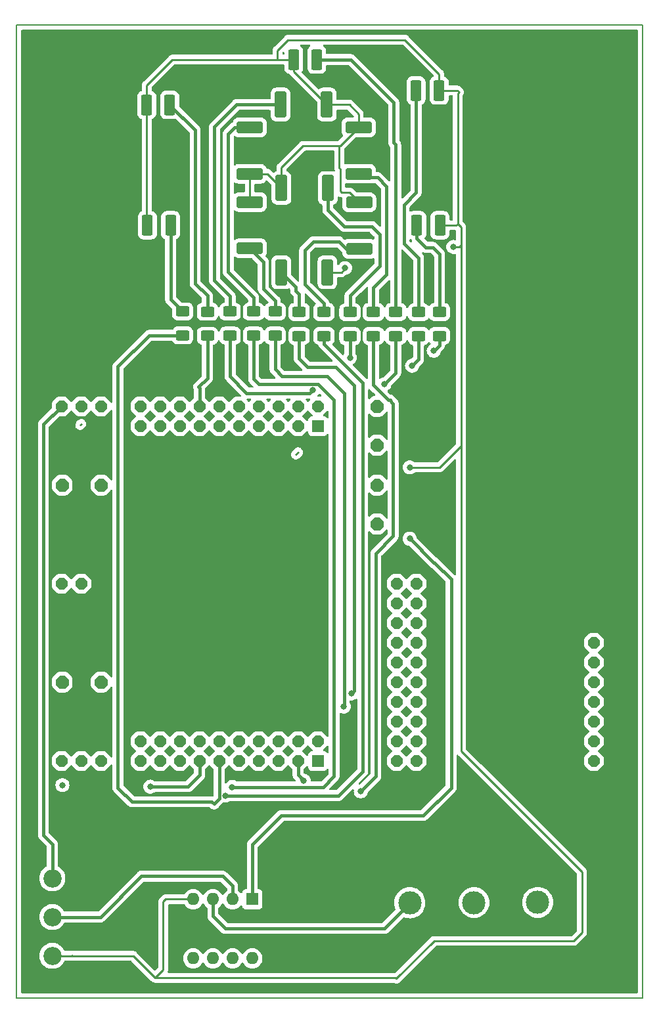
<source format=gbr>
%TF.GenerationSoftware,KiCad,Pcbnew,7.0.10*%
%TF.CreationDate,2025-04-16T23:10:35-06:00*%
%TF.ProjectId,Afinador_pcb,4166696e-6164-46f7-925f-7063622e6b69,rev?*%
%TF.SameCoordinates,Original*%
%TF.FileFunction,Copper,L1,Top*%
%TF.FilePolarity,Positive*%
%FSLAX46Y46*%
G04 Gerber Fmt 4.6, Leading zero omitted, Abs format (unit mm)*
G04 Created by KiCad (PCBNEW 7.0.10) date 2025-04-16 23:10:35*
%MOMM*%
%LPD*%
G01*
G04 APERTURE LIST*
G04 Aperture macros list*
%AMRoundRect*
0 Rectangle with rounded corners*
0 $1 Rounding radius*
0 $2 $3 $4 $5 $6 $7 $8 $9 X,Y pos of 4 corners*
0 Add a 4 corners polygon primitive as box body*
4,1,4,$2,$3,$4,$5,$6,$7,$8,$9,$2,$3,0*
0 Add four circle primitives for the rounded corners*
1,1,$1+$1,$2,$3*
1,1,$1+$1,$4,$5*
1,1,$1+$1,$6,$7*
1,1,$1+$1,$8,$9*
0 Add four rect primitives between the rounded corners*
20,1,$1+$1,$2,$3,$4,$5,0*
20,1,$1+$1,$4,$5,$6,$7,0*
20,1,$1+$1,$6,$7,$8,$9,0*
20,1,$1+$1,$8,$9,$2,$3,0*%
%AMOutline5P*
0 Free polygon, 5 corners , with rotation*
0 The origin of the aperture is its center*
0 number of corners: always 5*
0 $1 to $10 corner X, Y*
0 $11 Rotation angle, in degrees counterclockwise*
0 create outline with 5 corners*
4,1,5,$1,$2,$3,$4,$5,$6,$7,$8,$9,$10,$1,$2,$11*%
%AMOutline6P*
0 Free polygon, 6 corners , with rotation*
0 The origin of the aperture is its center*
0 number of corners: always 6*
0 $1 to $12 corner X, Y*
0 $13 Rotation angle, in degrees counterclockwise*
0 create outline with 6 corners*
4,1,6,$1,$2,$3,$4,$5,$6,$7,$8,$9,$10,$11,$12,$1,$2,$13*%
%AMOutline7P*
0 Free polygon, 7 corners , with rotation*
0 The origin of the aperture is its center*
0 number of corners: always 7*
0 $1 to $14 corner X, Y*
0 $15 Rotation angle, in degrees counterclockwise*
0 create outline with 7 corners*
4,1,7,$1,$2,$3,$4,$5,$6,$7,$8,$9,$10,$11,$12,$13,$14,$1,$2,$15*%
%AMOutline8P*
0 Free polygon, 8 corners , with rotation*
0 The origin of the aperture is its center*
0 number of corners: always 8*
0 $1 to $16 corner X, Y*
0 $17 Rotation angle, in degrees counterclockwise*
0 create outline with 8 corners*
4,1,8,$1,$2,$3,$4,$5,$6,$7,$8,$9,$10,$11,$12,$13,$14,$15,$16,$1,$2,$17*%
G04 Aperture macros list end*
%TA.AperFunction,NonConductor*%
%ADD10C,0.200000*%
%TD*%
%TA.AperFunction,ComponentPad*%
%ADD11C,3.000000*%
%TD*%
%TA.AperFunction,ComponentPad*%
%ADD12Outline8P,-0.762000X0.315631X-0.315631X0.762000X0.315631X0.762000X0.762000X0.315631X0.762000X-0.315631X0.315631X-0.762000X-0.315631X-0.762000X-0.762000X-0.315631X180.000000*%
%TD*%
%TA.AperFunction,ComponentPad*%
%ADD13Outline8P,-0.762000X0.315631X-0.315631X0.762000X0.315631X0.762000X0.762000X0.315631X0.762000X-0.315631X0.315631X-0.762000X-0.315631X-0.762000X-0.762000X-0.315631X270.000000*%
%TD*%
%TA.AperFunction,ComponentPad*%
%ADD14R,1.524000X1.524000*%
%TD*%
%TA.AperFunction,ComponentPad*%
%ADD15Outline8P,-0.838200X0.347194X-0.347194X0.838200X0.347194X0.838200X0.838200X0.347194X0.838200X-0.347194X0.347194X-0.838200X-0.347194X-0.838200X-0.838200X-0.347194X270.000000*%
%TD*%
%TA.AperFunction,ComponentPad*%
%ADD16Outline8P,-0.838200X0.347194X-0.347194X0.838200X0.347194X0.838200X0.838200X0.347194X0.838200X-0.347194X0.347194X-0.838200X-0.347194X-0.838200X-0.838200X-0.347194X180.000000*%
%TD*%
%TA.AperFunction,ComponentPad*%
%ADD17Outline8P,-0.762000X0.315631X-0.315631X0.762000X0.315631X0.762000X0.762000X0.315631X0.762000X-0.315631X0.315631X-0.762000X-0.315631X-0.762000X-0.762000X-0.315631X90.000000*%
%TD*%
%TA.AperFunction,SMDPad,CuDef*%
%ADD18RoundRect,0.250001X-0.462499X-1.074999X0.462499X-1.074999X0.462499X1.074999X-0.462499X1.074999X0*%
%TD*%
%TA.AperFunction,SMDPad,CuDef*%
%ADD19RoundRect,0.250001X0.462499X1.074999X-0.462499X1.074999X-0.462499X-1.074999X0.462499X-1.074999X0*%
%TD*%
%TA.AperFunction,ComponentPad*%
%ADD20C,2.340000*%
%TD*%
%TA.AperFunction,ComponentPad*%
%ADD21O,1.600000X1.600000*%
%TD*%
%TA.AperFunction,ComponentPad*%
%ADD22R,1.600000X1.600000*%
%TD*%
%TA.AperFunction,SMDPad,CuDef*%
%ADD23RoundRect,0.249999X1.425001X-0.512501X1.425001X0.512501X-1.425001X0.512501X-1.425001X-0.512501X0*%
%TD*%
%TA.AperFunction,SMDPad,CuDef*%
%ADD24RoundRect,0.249999X-0.512501X-1.425001X0.512501X-1.425001X0.512501X1.425001X-0.512501X1.425001X0*%
%TD*%
%TA.AperFunction,SMDPad,CuDef*%
%ADD25RoundRect,0.250000X-0.625000X0.400000X-0.625000X-0.400000X0.625000X-0.400000X0.625000X0.400000X0*%
%TD*%
%TA.AperFunction,SMDPad,CuDef*%
%ADD26RoundRect,0.249999X-1.425001X0.512501X-1.425001X-0.512501X1.425001X-0.512501X1.425001X0.512501X0*%
%TD*%
%TA.AperFunction,SMDPad,CuDef*%
%ADD27RoundRect,0.249999X0.512501X1.425001X-0.512501X1.425001X-0.512501X-1.425001X0.512501X-1.425001X0*%
%TD*%
%TA.AperFunction,ViaPad*%
%ADD28C,0.800000*%
%TD*%
%TA.AperFunction,Conductor*%
%ADD29C,0.250000*%
%TD*%
%TA.AperFunction,Conductor*%
%ADD30C,0.400000*%
%TD*%
G04 APERTURE END LIST*
D10*
X42521400Y-23297000D02*
X123217200Y-23297000D01*
X123217200Y-148722200D01*
X42521400Y-148722200D01*
X42521400Y-23297000D01*
D11*
%TO.P,J2,T*%
%TO.N,Net-(U1A-+)*%
X93204800Y-136455600D03*
%TO.P,J2,S*%
%TO.N,unconnected-(J2-PadS)*%
X109689400Y-136404800D03*
%TO.P,J2,R*%
%TO.N,unconnected-(J2-PadR)*%
X101485200Y-136430200D03*
%TD*%
D12*
%TO.P,MSP430F5529LP1,1,3.3V*%
%TO.N,unconnected-(MSP430F5529LP1-3.3V-Pad1)*%
X81356200Y-72440800D03*
D13*
X48336200Y-118160800D03*
D12*
%TO.P,MSP430F5529LP1,2,6.5*%
%TO.N,unconnected-(MSP430F5529LP1-6.5-Pad2)*%
X78816200Y-72440800D03*
%TO.P,MSP430F5529LP1,3,P3.4*%
%TO.N,/RIGTH*%
X76276200Y-72440800D03*
%TO.P,MSP430F5529LP1,4,P3.3*%
%TO.N,/#*%
X73736200Y-72440800D03*
%TO.P,MSP430F5529LP1,5,P1.6*%
%TO.N,unconnected-(MSP430F5529LP1-P1.6-Pad5)*%
X71196200Y-72440800D03*
%TO.P,MSP430F5529LP1,6,P6.6*%
%TO.N,unconnected-(MSP430F5529LP1-P6.6-Pad6)*%
X68656200Y-72440800D03*
%TO.P,MSP430F5529LP1,7,P3.2*%
%TO.N,/RBmol*%
X66116200Y-72440800D03*
%TO.P,MSP430F5529LP1,8,P2.7*%
%TO.N,/G*%
X63576200Y-72440800D03*
%TO.P,MSP430F5529LP1,9,P4.2*%
%TO.N,unconnected-(MSP430F5529LP1-P4.2-Pad9)*%
X61036200Y-72440800D03*
%TO.P,MSP430F5529LP1,10,P4.1*%
%TO.N,unconnected-(MSP430F5529LP1-P4.1-Pad10)*%
X58496200Y-72440800D03*
D13*
%TO.P,MSP430F5529LP1,11,5V*%
%TO.N,Net-(MSP430F5529LP1-5V)*%
X48336200Y-72440800D03*
D14*
X81356200Y-74980800D03*
D12*
%TO.P,MSP430F5529LP1,12,GND*%
%TO.N,Net-(A1-K)*%
X78816200Y-74980800D03*
D14*
X81356200Y-118160800D03*
D12*
%TO.P,MSP430F5529LP1,13,P6.0*%
%TO.N,Net-(MSP430F5529LP1-P6.0)*%
X76276200Y-74980800D03*
%TO.P,MSP430F5529LP1,14,P6.1*%
%TO.N,unconnected-(MSP430F5529LP1-P6.1-Pad14)*%
X73736200Y-74980800D03*
%TO.P,MSP430F5529LP1,15,P6.2*%
%TO.N,unconnected-(MSP430F5529LP1-P6.2-Pad15)*%
X71196200Y-74980800D03*
%TO.P,MSP430F5529LP1,16,P6.3*%
%TO.N,unconnected-(MSP430F5529LP1-P6.3-Pad16)*%
X68656200Y-74980800D03*
%TO.P,MSP430F5529LP1,17,P6.4*%
%TO.N,unconnected-(MSP430F5529LP1-P6.4-Pad17)*%
X66116200Y-74980800D03*
%TO.P,MSP430F5529LP1,18,P7.0*%
%TO.N,unconnected-(MSP430F5529LP1-P7.0-Pad18)*%
X63576200Y-74980800D03*
%TO.P,MSP430F5529LP1,19,P3.6*%
%TO.N,unconnected-(MSP430F5529LP1-P3.6-Pad19)*%
X61036200Y-74980800D03*
%TO.P,MSP430F5529LP1,20,P3.5*%
%TO.N,unconnected-(MSP430F5529LP1-P3.5-Pad20)*%
X58496200Y-74980800D03*
%TO.P,MSP430F5529LP1,21,P2.5*%
%TO.N,/E*%
X81356200Y-115620800D03*
%TO.P,MSP430F5529LP1,22,P2.4*%
%TO.N,/D*%
X78816200Y-115620800D03*
%TO.P,MSP430F5529LP1,23,P1.5*%
%TO.N,unconnected-(MSP430F5529LP1-P1.5-Pad23)*%
X76276200Y-115620800D03*
%TO.P,MSP430F5529LP1,24,P1.4*%
%TO.N,unconnected-(MSP430F5529LP1-P1.4-Pad24)*%
X73736200Y-115620800D03*
%TO.P,MSP430F5529LP1,25,P1.3*%
%TO.N,unconnected-(MSP430F5529LP1-P1.3-Pad25)*%
X71196200Y-115620800D03*
%TO.P,MSP430F5529LP1,26,P1.2*%
%TO.N,unconnected-(MSP430F5529LP1-P1.2-Pad26)*%
X68656200Y-115620800D03*
%TO.P,MSP430F5529LP1,27,P4.3*%
%TO.N,unconnected-(MSP430F5529LP1-P4.3-Pad27)*%
X66116200Y-115620800D03*
%TO.P,MSP430F5529LP1,28,P4.0*%
%TO.N,unconnected-(MSP430F5529LP1-P4.0-Pad28)*%
X63576200Y-115620800D03*
%TO.P,MSP430F5529LP1,29,P3.7*%
%TO.N,unconnected-(MSP430F5529LP1-P3.7-Pad29)*%
X61036200Y-115620800D03*
%TO.P,MSP430F5529LP1,30,P8.2*%
%TO.N,unconnected-(MSP430F5529LP1-P8.2-Pad30)*%
X58496200Y-115620800D03*
%TO.P,MSP430F5529LP1,32,P2.0*%
%TO.N,/A*%
X78816200Y-118160800D03*
%TO.P,MSP430F5529LP1,33,P2.2*%
%TO.N,/B*%
X76276200Y-118160800D03*
%TO.P,MSP430F5529LP1,34,P7.4*%
%TO.N,unconnected-(MSP430F5529LP1-P7.4-Pad34)*%
X73736200Y-118160800D03*
D15*
%TO.P,MSP430F5529LP1,35,RST*%
%TO.N,unconnected-(MSP430F5529LP1-RST-Pad35)*%
X88976800Y-72439600D03*
D12*
X71196200Y-118160800D03*
%TO.P,MSP430F5529LP1,36,P3.0*%
%TO.N,/RUnd*%
X68656200Y-118160800D03*
%TO.P,MSP430F5529LP1,37,P3.1*%
%TO.N,/OVER*%
X66116200Y-118160800D03*
%TO.P,MSP430F5529LP1,38,P2.6*%
%TO.N,/F*%
X63576200Y-118160800D03*
%TO.P,MSP430F5529LP1,39,P2.3*%
%TO.N,/C*%
X61036200Y-118160800D03*
%TO.P,MSP430F5529LP1,40,P8.1*%
%TO.N,unconnected-(MSP430F5529LP1-P8.1-Pad40)*%
X58496200Y-118160800D03*
D13*
%TO.P,MSP430F5529LP1,41*%
%TO.N,N/C*%
X53416200Y-72440800D03*
X50876200Y-72440800D03*
X53416200Y-118160800D03*
X50876200Y-118160800D03*
D15*
%TO.P,MSP430F5529LP1,x*%
X88976800Y-77442000D03*
X88976800Y-82599600D03*
D16*
X53417400Y-82601400D03*
X48415000Y-82601400D03*
D15*
X88976800Y-87602000D03*
D13*
X94056200Y-95300800D03*
X91516200Y-95300800D03*
D17*
X50876200Y-95300800D03*
X48336200Y-95300800D03*
X94056200Y-97840800D03*
X91516200Y-97840800D03*
X94056200Y-100380800D03*
X91516200Y-100380800D03*
D13*
X116916200Y-102920800D03*
D17*
X94081600Y-102920800D03*
X91541600Y-102920800D03*
D13*
X116916200Y-105460800D03*
D17*
X94056200Y-105460800D03*
X91516200Y-105460800D03*
D13*
X116916200Y-108000800D03*
D17*
X94056200Y-108000800D03*
X91516200Y-108000800D03*
D16*
X53417400Y-108001400D03*
X48415000Y-108001400D03*
D13*
X116916200Y-110540800D03*
D17*
X94056200Y-110540800D03*
X91516200Y-110540800D03*
D13*
X116916200Y-113080800D03*
D17*
X94056200Y-113080800D03*
X91516200Y-113080800D03*
D13*
X116916200Y-115620800D03*
D17*
X94056200Y-115620800D03*
X91516200Y-115620800D03*
D13*
X116916200Y-118160800D03*
D17*
X94056200Y-118160800D03*
X91516200Y-118160800D03*
%TD*%
D18*
%TO.P,Under1,1,K*%
%TO.N,Net-(A1-K)*%
X59396300Y-49098200D03*
%TO.P,Under1,2,A*%
%TO.N,Net-(Under1-A)*%
X62371300Y-49098200D03*
%TD*%
D19*
%TO.P,Sostenido1,1,K*%
%TO.N,Net-(A1-K)*%
X96991500Y-31724600D03*
%TO.P,Sostenido1,2,A*%
%TO.N,Net-(Sostenido1-A)*%
X94016500Y-31724600D03*
%TD*%
D18*
%TO.P,right1,1,K*%
%TO.N,Net-(A1-K)*%
X78243100Y-27736800D03*
%TO.P,right1,2,A*%
%TO.N,Net-(right1-A)*%
X81218100Y-27736800D03*
%TD*%
D19*
%TO.P,Over1,1,K*%
%TO.N,Net-(A1-K)*%
X97093100Y-49098200D03*
%TO.P,Over1,2,A*%
%TO.N,Net-(Over1-A)*%
X94118100Y-49098200D03*
%TD*%
D18*
%TO.P,Bemol1,1,K*%
%TO.N,Net-(A1-K)*%
X59309000Y-33578800D03*
%TO.P,Bemol1,2,A*%
%TO.N,Net-(Bemol1-A)*%
X62284000Y-33578800D03*
%TD*%
D20*
%TO.P,RV1,3,3*%
%TO.N,Net-(A1-K)*%
X47147400Y-143303000D03*
%TO.P,RV1,2,2*%
%TO.N,Net-(U1A--)*%
X47147400Y-138303000D03*
%TO.P,RV1,1,1*%
%TO.N,Net-(MSP430F5529LP1-5V)*%
X47147400Y-133303000D03*
%TD*%
D21*
%TO.P,U1,8*%
%TO.N,N/C*%
X72913400Y-143621600D03*
%TO.P,U1,7*%
X70373400Y-143621600D03*
%TO.P,U1,6*%
X67833400Y-143621600D03*
%TO.P,U1,5*%
X65293400Y-143621600D03*
%TO.P,U1,4*%
X65293400Y-136001600D03*
%TO.P,U1,3,+*%
%TO.N,Net-(U1A-+)*%
X67833400Y-136001600D03*
%TO.P,U1,2,-*%
%TO.N,Net-(U1A--)*%
X70373400Y-136001600D03*
D22*
%TO.P,U1,1*%
%TO.N,Net-(MSP430F5529LP1-P6.0)*%
X72913400Y-136001600D03*
%TD*%
D23*
%TO.P,F1,2,A*%
%TO.N,Net-(F1-A)*%
X72577500Y-36484100D03*
%TO.P,F1,1,K*%
%TO.N,Net-(A1-K)*%
X72577500Y-42459100D03*
%TD*%
D24*
%TO.P,G1,1,K*%
%TO.N,Net-(A1-K)*%
X76666900Y-44297600D03*
%TO.P,G1,2,A*%
%TO.N,Net-(G1-A)*%
X82641900Y-44297600D03*
%TD*%
D25*
%TO.P,R6,2*%
%TO.N,/F*%
X73075800Y-63322800D03*
%TO.P,R6,1*%
%TO.N,Net-(F1-A)*%
X73075800Y-60222800D03*
%TD*%
%TO.P,R3,2*%
%TO.N,/C*%
X82143600Y-63373600D03*
%TO.P,R3,1*%
%TO.N,Net-(C1-A)*%
X82143600Y-60273600D03*
%TD*%
D26*
%TO.P,B1,2,A*%
%TO.N,Net-(B1-A)*%
X86623700Y-42449400D03*
%TO.P,B1,1,K*%
%TO.N,Net-(A1-K)*%
X86623700Y-36474400D03*
%TD*%
D25*
%TO.P,R2,1*%
%TO.N,Net-(B1-A)*%
X88519000Y-60273600D03*
%TO.P,R2,2*%
%TO.N,/B*%
X88519000Y-63373600D03*
%TD*%
D27*
%TO.P,A1,2,A*%
%TO.N,Net-(A1-A)*%
X76539900Y-33528000D03*
%TO.P,A1,1,K*%
%TO.N,Net-(A1-K)*%
X82514900Y-33528000D03*
%TD*%
D25*
%TO.P,R5,2*%
%TO.N,/E*%
X75844400Y-63322800D03*
%TO.P,R5,1*%
%TO.N,Net-(E1-A)*%
X75844400Y-60222800D03*
%TD*%
D27*
%TO.P,D1,2,A*%
%TO.N,Net-(D1-A)*%
X76616100Y-55168800D03*
%TO.P,D1,1,K*%
%TO.N,Net-(A1-K)*%
X82591100Y-55168800D03*
%TD*%
D25*
%TO.P,R9,1*%
%TO.N,Net-(Sostenido1-A)*%
X94335600Y-60299000D03*
%TO.P,R9,2*%
%TO.N,/#*%
X94335600Y-63399000D03*
%TD*%
%TO.P,R12,1*%
%TO.N,Net-(right1-A)*%
X91389200Y-60273600D03*
%TO.P,R12,2*%
%TO.N,/RIGTH*%
X91389200Y-63373600D03*
%TD*%
%TO.P,R8,1*%
%TO.N,Net-(Bemol1-A)*%
X67132200Y-60248200D03*
%TO.P,R8,2*%
%TO.N,/RBmol*%
X67132200Y-63348200D03*
%TD*%
%TO.P,R1,1*%
%TO.N,Net-(A1-A)*%
X70053200Y-60222800D03*
%TO.P,R1,2*%
%TO.N,/A*%
X70053200Y-63322800D03*
%TD*%
D26*
%TO.P,E1,1,K*%
%TO.N,Net-(A1-K)*%
X72602900Y-46101000D03*
%TO.P,E1,2,A*%
%TO.N,Net-(E1-A)*%
X72602900Y-52076000D03*
%TD*%
D25*
%TO.P,R11,1*%
%TO.N,Net-(Over1-A)*%
X97028000Y-60273600D03*
%TO.P,R11,2*%
%TO.N,/OVER*%
X97028000Y-63373600D03*
%TD*%
%TO.P,R4,2*%
%TO.N,/D*%
X78943200Y-63373600D03*
%TO.P,R4,1*%
%TO.N,Net-(D1-A)*%
X78943200Y-60273600D03*
%TD*%
%TO.P,R10,1*%
%TO.N,Net-(Under1-A)*%
X63931800Y-60197400D03*
%TO.P,R10,2*%
%TO.N,/RUnd*%
X63931800Y-63297400D03*
%TD*%
D26*
%TO.P,C1,2,A*%
%TO.N,Net-(C1-A)*%
X86699900Y-52126800D03*
%TO.P,C1,1,K*%
%TO.N,Net-(A1-K)*%
X86699900Y-46151800D03*
%TD*%
D25*
%TO.P,R7,2*%
%TO.N,/G*%
X85496400Y-63399000D03*
%TO.P,R7,1*%
%TO.N,Net-(G1-A)*%
X85496400Y-60299000D03*
%TD*%
D28*
%TO.N,Net-(A1-K)*%
X98807800Y-51897400D03*
X98807800Y-51897400D03*
X93194400Y-80320000D03*
X93194400Y-80320000D03*
X84863200Y-54615200D03*
X84863200Y-54615200D03*
%TO.N,unconnected-(MSP430F5529LP1-3.3V-Pad1)*%
X48439600Y-121290200D03*
%TO.N,Net-(MSP430F5529LP1-P6.0)*%
X93194400Y-89514800D03*
X93194400Y-89514800D03*
%TO.N,/OVER*%
X59766200Y-121488200D03*
X59766200Y-121488200D03*
X96291400Y-65278000D03*
X96301742Y-65286567D03*
%TO.N,/#*%
X93497400Y-67208400D03*
X93497400Y-67208400D03*
%TO.N,/RIGTH*%
X89916000Y-69596000D03*
X89916000Y-69596000D03*
%TO.N,/B*%
X86893400Y-122097800D03*
X86893400Y-122097800D03*
%TO.N,/G*%
X85496400Y-66167000D03*
X85496400Y-66167000D03*
%TO.N,/C*%
X69418200Y-122631200D03*
X69418200Y-122631200D03*
%TO.N,/D*%
X85674200Y-109474000D03*
X85674200Y-109474000D03*
%TO.N,/E*%
X84709000Y-111150400D03*
X84709000Y-111150400D03*
X84709000Y-111150400D03*
%TO.N,/F*%
X70307200Y-121539000D03*
%TO.N,/A*%
X79552800Y-120726200D03*
X80721200Y-70321000D03*
%TD*%
D29*
%TO.N,Net-(A1-K)*%
X61419000Y-145090000D02*
X60377600Y-146131400D01*
X61419000Y-136327000D02*
X61419000Y-145090000D01*
X99798400Y-116870600D02*
X99798400Y-77551400D01*
X115394000Y-132466200D02*
X99798400Y-116870600D01*
X91492600Y-146233000D02*
X96344000Y-141381600D01*
X96344000Y-141381600D02*
X114327200Y-141381600D01*
X115394000Y-140314800D02*
X115394000Y-132466200D01*
X91391000Y-146131400D02*
X91492600Y-146233000D01*
X114327200Y-141381600D02*
X115394000Y-140314800D01*
X60377600Y-146131400D02*
X91391000Y-146131400D01*
X57549200Y-143303000D02*
X60377600Y-146131400D01*
X47147400Y-143303000D02*
X57549200Y-143303000D01*
X99544400Y-51897400D02*
X99798400Y-51643400D01*
X98807800Y-51897400D02*
X99544400Y-51897400D01*
X99798400Y-51643400D02*
X99798400Y-49306600D01*
X99798400Y-77551400D02*
X99798400Y-51643400D01*
X97029800Y-80320000D02*
X99798400Y-77551400D01*
X99798400Y-49306600D02*
X99392000Y-48900200D01*
X93194400Y-80320000D02*
X97029800Y-80320000D01*
X84939400Y-54615200D02*
X84863200Y-54691400D01*
X84863200Y-54615200D02*
X84939400Y-54615200D01*
X84863200Y-54691400D02*
X84863200Y-54615200D01*
X79438950Y-38855850D02*
X84242250Y-38855850D01*
X76666900Y-41627900D02*
X79438950Y-38855850D01*
X76666900Y-44297600D02*
X76666900Y-41627900D01*
X84242250Y-38855850D02*
X86623700Y-36474400D01*
X84126600Y-38971500D02*
X84242250Y-38855850D01*
X84126600Y-41737400D02*
X84126600Y-38971500D01*
X84228200Y-44658400D02*
X84228200Y-41839000D01*
X85409700Y-44861600D02*
X84431400Y-44861600D01*
X84228200Y-41839000D02*
X84126600Y-41737400D01*
X86699900Y-46151800D02*
X85409700Y-44861600D01*
X84431400Y-44861600D02*
X84228200Y-44658400D01*
X74828400Y-42459100D02*
X72577500Y-42459100D01*
X76666900Y-44297600D02*
X74828400Y-42459100D01*
X59309000Y-49010900D02*
X59396300Y-49098200D01*
X59309000Y-33578800D02*
X59309000Y-49010900D01*
X62592600Y-27736800D02*
X76156200Y-27736800D01*
X59309000Y-31020400D02*
X62592600Y-27736800D01*
X59309000Y-33578800D02*
X59309000Y-31020400D01*
X78243100Y-29256200D02*
X78243100Y-27736800D01*
X82514900Y-33528000D02*
X78243100Y-29256200D01*
X86623700Y-34744500D02*
X85407200Y-33528000D01*
X86623700Y-36474400D02*
X86623700Y-34744500D01*
X85407200Y-33528000D02*
X82514900Y-33528000D01*
X77522600Y-25176600D02*
X76156200Y-26543000D01*
X92584800Y-25176600D02*
X77522600Y-25176600D01*
X96991500Y-31724600D02*
X96991500Y-29583300D01*
X96991500Y-29583300D02*
X92584800Y-25176600D01*
X76156200Y-26543000D02*
X76156200Y-27736800D01*
X99392000Y-32060000D02*
X99544400Y-31907600D01*
X99392000Y-48900200D02*
X99392000Y-32060000D01*
X50876200Y-74708400D02*
X50725600Y-74859000D01*
X49667800Y-143303000D02*
X49735000Y-143235800D01*
X47147400Y-143303000D02*
X49667800Y-143303000D01*
X61744400Y-136001600D02*
X61419000Y-136327000D01*
X65293400Y-136001600D02*
X61744400Y-136001600D01*
X78513200Y-78669000D02*
X78816200Y-78366000D01*
X84385800Y-55168800D02*
X84863200Y-54691400D01*
X82591100Y-55168800D02*
X84385800Y-55168800D01*
X72577500Y-46075600D02*
X72602900Y-46101000D01*
X72577500Y-42459100D02*
X72577500Y-46075600D01*
X99194000Y-49098200D02*
X99392000Y-48900200D01*
X97093100Y-49098200D02*
X99194000Y-49098200D01*
X99361400Y-31724600D02*
X99544400Y-31907600D01*
X96991500Y-31724600D02*
X99361400Y-31724600D01*
X78243100Y-27736800D02*
X76156200Y-27736800D01*
D30*
%TO.N,Net-(MSP430F5529LP1-P6.0)*%
X72913400Y-128965800D02*
X72913400Y-136001600D01*
X94919800Y-125222000D02*
X76657200Y-125222000D01*
X98526600Y-121615200D02*
X94919800Y-125222000D01*
X98526600Y-94742000D02*
X98526600Y-121615200D01*
X96393000Y-92608400D02*
X98526600Y-94742000D01*
X96288000Y-92608400D02*
X96393000Y-92608400D01*
X93194400Y-89514800D02*
X96288000Y-92608400D01*
X76657200Y-125222000D02*
X72913400Y-128965800D01*
%TO.N,/A*%
X72188600Y-70744200D02*
X70053200Y-68608800D01*
X80298000Y-70744200D02*
X72188600Y-70744200D01*
X80721200Y-70321000D02*
X80298000Y-70744200D01*
X70053200Y-68608800D02*
X70053200Y-67157600D01*
%TO.N,Net-(A1-A)*%
X68023000Y-56190000D02*
X68023000Y-36396400D01*
X70053200Y-58220200D02*
X68023000Y-56190000D01*
X70053200Y-60222800D02*
X70053200Y-58220200D01*
X68023000Y-36396400D02*
X70891400Y-33528000D01*
X70891400Y-33528000D02*
X76539900Y-33528000D01*
%TO.N,Net-(Bemol1-A)*%
X67132200Y-58194800D02*
X67132200Y-60248200D01*
X65533800Y-36828600D02*
X65533800Y-56596400D01*
X62284000Y-33578800D02*
X65533800Y-36828600D01*
X65533800Y-56596400D02*
X67132200Y-58194800D01*
%TO.N,Net-(F1-A)*%
X69801000Y-37310800D02*
X70627700Y-36484100D01*
X70627700Y-36484100D02*
X72577500Y-36484100D01*
X69801000Y-55119800D02*
X69801000Y-37310800D01*
X73075800Y-58394600D02*
X69801000Y-55119800D01*
X73075800Y-60222800D02*
X73075800Y-58394600D01*
%TO.N,Net-(U1A-+)*%
X69430800Y-139781400D02*
X89948400Y-139781400D01*
X67833400Y-136001600D02*
X67833400Y-138184000D01*
X67833400Y-138184000D02*
X69430800Y-139781400D01*
X89948400Y-139781400D02*
X93439600Y-136290200D01*
%TO.N,Net-(U1A--)*%
X70373400Y-134305200D02*
X70373400Y-136001600D01*
X69088000Y-133019800D02*
X70373400Y-134305200D01*
X53314600Y-138303000D02*
X58597800Y-133019800D01*
X58597800Y-133019800D02*
X69088000Y-133019800D01*
X47147400Y-138303000D02*
X53314600Y-138303000D01*
%TO.N,Net-(MSP430F5529LP1-5V)*%
X45999400Y-127762000D02*
X45999400Y-74777600D01*
X47147400Y-128910000D02*
X45999400Y-127762000D01*
X47147400Y-133303000D02*
X47147400Y-128910000D01*
X45999400Y-74777600D02*
X48336200Y-72440800D01*
%TO.N,/OVER*%
X66141600Y-119964200D02*
X66116200Y-119938800D01*
X64617600Y-121488200D02*
X66141600Y-119964200D01*
X59766200Y-121488200D02*
X64617600Y-121488200D01*
X66116200Y-119938800D02*
X66116200Y-118160800D01*
X97028000Y-64566800D02*
X96367600Y-65227200D01*
X97028000Y-63373600D02*
X97028000Y-64566800D01*
%TO.N,/G*%
X85496400Y-66167000D02*
X85496400Y-63399000D01*
%TO.N,/C*%
X84023200Y-122631200D02*
X69418200Y-122631200D01*
X82143600Y-64414400D02*
X87147400Y-69418200D01*
X87147400Y-69418200D02*
X87147400Y-119507000D01*
X82143600Y-63373600D02*
X82143600Y-64414400D01*
X87147400Y-119507000D02*
X84023200Y-122631200D01*
%TO.N,/#*%
X94335600Y-66370200D02*
X93497400Y-67208400D01*
X94335600Y-63399000D02*
X94335600Y-66370200D01*
%TO.N,/RIGTH*%
X91389200Y-68122800D02*
X91389200Y-63373600D01*
X89916000Y-69596000D02*
X91389200Y-68122800D01*
%TO.N,/B*%
X88823800Y-120167400D02*
X86893400Y-122097800D01*
X88823800Y-91414600D02*
X88823800Y-120167400D01*
X91059000Y-89179400D02*
X88823800Y-91414600D01*
X90652600Y-71678800D02*
X91059000Y-72085200D01*
X90652600Y-71628000D02*
X90652600Y-71678800D01*
X89027000Y-70205600D02*
X90449400Y-71628000D01*
X91059000Y-72085200D02*
X91059000Y-89179400D01*
X88519000Y-69697600D02*
X89027000Y-70205600D01*
X88519000Y-63373600D02*
X88519000Y-69697600D01*
X90449400Y-71628000D02*
X90652600Y-71628000D01*
%TO.N,/A*%
X70053200Y-63322800D02*
X70053200Y-67157600D01*
X70053200Y-67157600D02*
X70053200Y-65506600D01*
%TO.N,/D*%
X78943200Y-66268600D02*
X78943200Y-63373600D01*
X80060800Y-67386200D02*
X78943200Y-66268600D01*
X83642200Y-67386200D02*
X80060800Y-67386200D01*
X86029800Y-69773800D02*
X83642200Y-67386200D01*
X86029800Y-109118400D02*
X86029800Y-69773800D01*
X86029800Y-109118400D02*
X86029800Y-104444800D01*
X85674200Y-109474000D02*
X86029800Y-109118400D01*
%TO.N,/E*%
X75844400Y-67665600D02*
X75844400Y-63322800D01*
X76733400Y-68554600D02*
X75844400Y-67665600D01*
X82575400Y-68554600D02*
X76733400Y-68554600D01*
X84759800Y-70739000D02*
X82575400Y-68554600D01*
X84759800Y-111099600D02*
X84759800Y-70739000D01*
X84709000Y-111150400D02*
X84759800Y-111099600D01*
%TO.N,/F*%
X70307200Y-121564400D02*
X70307200Y-121564400D01*
X70307200Y-121539000D02*
X70307200Y-121564400D01*
X70332600Y-121539000D02*
X70307200Y-121539000D01*
X82042000Y-121539000D02*
X70332600Y-121539000D01*
X81381600Y-69596000D02*
X83439000Y-71653400D01*
X83439000Y-120142000D02*
X82042000Y-121539000D01*
X73787000Y-69596000D02*
X81381600Y-69596000D01*
X73075800Y-68884800D02*
X73787000Y-69596000D01*
X70332600Y-121539000D02*
X70332600Y-121539000D01*
X73075800Y-63322800D02*
X73075800Y-68884800D01*
X83439000Y-71653400D02*
X83439000Y-120142000D01*
%TO.N,/A*%
X78816200Y-119989600D02*
X79552800Y-120726200D01*
X78816200Y-118160800D02*
X78816200Y-119989600D01*
%TO.N,/RBmol*%
X66116200Y-70078600D02*
X66116200Y-72440800D01*
X67132200Y-68808600D02*
X65989200Y-69951600D01*
X65989200Y-69951600D02*
X66116200Y-70078600D01*
X67132200Y-63348200D02*
X67132200Y-68808600D01*
%TO.N,/RUnd*%
X68656200Y-123037600D02*
X68656200Y-118160800D01*
X57378600Y-123418600D02*
X67665600Y-123418600D01*
X67970400Y-123723400D02*
X68656200Y-123037600D01*
X67665600Y-123418600D02*
X67970400Y-123723400D01*
X55575200Y-67310000D02*
X55575200Y-121615200D01*
X55575200Y-121615200D02*
X57378600Y-123418600D01*
X59587800Y-63297400D02*
X55575200Y-67310000D01*
X63931800Y-63297400D02*
X59587800Y-63297400D01*
%TO.N,Net-(G1-A)*%
X89331800Y-54356000D02*
X85496400Y-58191400D01*
X89331800Y-50241200D02*
X89331800Y-54356000D01*
X88341200Y-49250600D02*
X89331800Y-50241200D01*
X85496400Y-58191400D02*
X85496400Y-60299000D01*
X82641900Y-47132700D02*
X84759800Y-49250600D01*
X84759800Y-49250600D02*
X88341200Y-49250600D01*
X82641900Y-44297600D02*
X82641900Y-47132700D01*
%TO.N,Net-(B1-A)*%
X88519000Y-57175400D02*
X88519000Y-60273600D01*
X89052400Y-42951400D02*
X90220800Y-44119800D01*
X90220800Y-44119800D02*
X90220800Y-55473600D01*
X86623700Y-42449400D02*
X87125700Y-42951400D01*
X87125700Y-42951400D02*
X89052400Y-42951400D01*
X90220800Y-55473600D02*
X88519000Y-57175400D01*
%TO.N,Net-(Under1-A)*%
X62371300Y-58636900D02*
X63931800Y-60197400D01*
X62371300Y-49098200D02*
X62371300Y-58636900D01*
%TO.N,Net-(D1-A)*%
X78943200Y-57988200D02*
X78943200Y-60273600D01*
X78486000Y-57531000D02*
X78943200Y-57988200D01*
X78486000Y-57038700D02*
X78486000Y-57531000D01*
X76616100Y-55168800D02*
X78486000Y-57038700D01*
%TO.N,Net-(E1-A)*%
X75844400Y-58801000D02*
X75844400Y-60222800D01*
X74320400Y-53793500D02*
X74320400Y-57277000D01*
X74320400Y-57277000D02*
X75844400Y-58801000D01*
X72602900Y-52076000D02*
X74320400Y-53793500D01*
%TO.N,Net-(C1-A)*%
X84994400Y-52126800D02*
X86699900Y-52126800D01*
X84074000Y-51206400D02*
X84994400Y-52126800D01*
X84048600Y-51231800D02*
X84074000Y-51206400D01*
X80746600Y-51231800D02*
X84048600Y-51231800D01*
X79654400Y-52324000D02*
X80746600Y-51231800D01*
X79654400Y-56718200D02*
X79654400Y-52324000D01*
X82143600Y-60273600D02*
X82143600Y-59207400D01*
X82143600Y-59207400D02*
X79654400Y-56718200D01*
%TO.N,Net-(right1-A)*%
X91389200Y-38709600D02*
X91389200Y-60273600D01*
X91135200Y-38455600D02*
X91389200Y-38709600D01*
X85623400Y-27736800D02*
X91135200Y-33248600D01*
X91135200Y-33248600D02*
X91135200Y-38455600D01*
X81218100Y-27736800D02*
X85623400Y-27736800D01*
%TO.N,Net-(Sostenido1-A)*%
X94335600Y-53289200D02*
X94335600Y-60299000D01*
X92481400Y-51435000D02*
X94335600Y-53289200D01*
X92481400Y-46431200D02*
X92481400Y-51435000D01*
X94016500Y-44896100D02*
X92481400Y-46431200D01*
X94016500Y-31724600D02*
X94016500Y-44896100D01*
%TO.N,Net-(Over1-A)*%
X97028000Y-52806600D02*
X97028000Y-60273600D01*
X95275400Y-51943000D02*
X96164400Y-51943000D01*
X94118100Y-50785700D02*
X95275400Y-51943000D01*
X96164400Y-51943000D02*
X97028000Y-52806600D01*
X94118100Y-49098200D02*
X94118100Y-50785700D01*
%TD*%
%TA.AperFunction,NonConductor*%
G36*
X122559739Y-23917185D02*
G01*
X122605494Y-23969989D01*
X122616700Y-24021500D01*
X122616700Y-147997700D01*
X122597015Y-148064739D01*
X122544211Y-148110494D01*
X122492700Y-148121700D01*
X43245900Y-148121700D01*
X43178861Y-148102015D01*
X43133106Y-148049211D01*
X43121900Y-147997700D01*
X43121900Y-143303004D01*
X45472216Y-143303004D01*
X45490924Y-143552663D01*
X45490925Y-143552668D01*
X45546636Y-143796755D01*
X45546638Y-143796764D01*
X45546640Y-143796769D01*
X45638111Y-144029835D01*
X45763298Y-144246665D01*
X45889381Y-144404768D01*
X45919406Y-144442418D01*
X46092664Y-144603177D01*
X46102940Y-144612712D01*
X46309808Y-144753752D01*
X46309813Y-144753754D01*
X46309814Y-144753755D01*
X46309815Y-144753756D01*
X46429618Y-144811449D01*
X46535383Y-144862383D01*
X46535384Y-144862383D01*
X46535387Y-144862385D01*
X46774636Y-144936184D01*
X46774637Y-144936184D01*
X46774640Y-144936185D01*
X47022205Y-144973499D01*
X47022210Y-144973499D01*
X47022213Y-144973500D01*
X47022214Y-144973500D01*
X47272586Y-144973500D01*
X47272587Y-144973500D01*
X47272594Y-144973499D01*
X47520159Y-144936185D01*
X47520160Y-144936184D01*
X47520164Y-144936184D01*
X47759413Y-144862385D01*
X47984992Y-144753752D01*
X48191860Y-144612712D01*
X48355645Y-144460741D01*
X48375393Y-144442418D01*
X48375393Y-144442416D01*
X48375397Y-144442414D01*
X48531502Y-144246665D01*
X48656689Y-144029835D01*
X48665573Y-144007196D01*
X48708387Y-143951985D01*
X48774257Y-143928684D01*
X48781001Y-143928500D01*
X49585057Y-143928500D01*
X49600677Y-143930224D01*
X49600704Y-143929939D01*
X49608460Y-143930671D01*
X49608467Y-143930673D01*
X49675673Y-143928561D01*
X49679568Y-143928500D01*
X49707150Y-143928500D01*
X57238748Y-143928500D01*
X57305787Y-143948185D01*
X57326429Y-143964819D01*
X59876795Y-146515185D01*
X59886620Y-146527448D01*
X59886841Y-146527266D01*
X59896785Y-146539286D01*
X59896565Y-146539467D01*
X59899304Y-146542674D01*
X59899518Y-146542487D01*
X59904678Y-146548340D01*
X59946285Y-146585021D01*
X59951964Y-146590354D01*
X59963130Y-146601520D01*
X59966295Y-146603975D01*
X59975171Y-146611556D01*
X60007018Y-146641462D01*
X60007020Y-146641463D01*
X60013331Y-146646049D01*
X60013162Y-146646280D01*
X60016603Y-146648699D01*
X60016765Y-146648462D01*
X60023220Y-146652848D01*
X60023222Y-146652850D01*
X60023224Y-146652851D01*
X60030494Y-146656555D01*
X60050202Y-146669061D01*
X60056664Y-146674074D01*
X60096762Y-146691425D01*
X60107243Y-146696560D01*
X60145508Y-146717597D01*
X60145513Y-146717598D01*
X60152756Y-146720466D01*
X60152649Y-146720733D01*
X60156595Y-146722224D01*
X60156693Y-146721954D01*
X60164030Y-146724595D01*
X60164035Y-146724598D01*
X60172013Y-146726381D01*
X60194205Y-146733592D01*
X60201705Y-146736838D01*
X60244854Y-146743671D01*
X60256280Y-146746038D01*
X60298581Y-146756900D01*
X60298585Y-146756900D01*
X60306323Y-146757878D01*
X60306287Y-146758161D01*
X60310476Y-146758624D01*
X60310503Y-146758339D01*
X60318263Y-146759072D01*
X60318267Y-146759073D01*
X60326434Y-146758816D01*
X60349725Y-146760281D01*
X60357796Y-146761560D01*
X60401275Y-146757450D01*
X60412944Y-146756900D01*
X91105998Y-146756900D01*
X91164377Y-146772869D01*
X91164505Y-146772575D01*
X91166575Y-146773471D01*
X91169116Y-146774166D01*
X91171660Y-146775670D01*
X91171664Y-146775673D01*
X91196518Y-146786428D01*
X91222565Y-146797700D01*
X91229613Y-146801016D01*
X91279035Y-146826198D01*
X91279038Y-146826199D01*
X91283044Y-146827094D01*
X91286998Y-146827977D01*
X91309208Y-146835193D01*
X91316704Y-146838437D01*
X91316706Y-146838437D01*
X91316708Y-146838438D01*
X91371494Y-146847115D01*
X91379134Y-146848572D01*
X91433267Y-146860673D01*
X91441435Y-146860416D01*
X91464724Y-146861881D01*
X91472796Y-146863160D01*
X91472798Y-146863159D01*
X91472800Y-146863160D01*
X91528014Y-146857940D01*
X91535778Y-146857450D01*
X91591227Y-146855709D01*
X91599067Y-146853430D01*
X91622000Y-146849055D01*
X91630133Y-146848287D01*
X91682319Y-146829498D01*
X91689709Y-146827097D01*
X91742990Y-146811618D01*
X91750027Y-146807455D01*
X91771132Y-146797524D01*
X91778828Y-146794754D01*
X91824713Y-146763569D01*
X91831274Y-146759406D01*
X91832272Y-146758816D01*
X91879020Y-146731170D01*
X91884789Y-146725400D01*
X91902782Y-146710514D01*
X91909538Y-146705924D01*
X91946238Y-146664294D01*
X91951539Y-146658649D01*
X96566771Y-142043419D01*
X96628094Y-142009934D01*
X96654452Y-142007100D01*
X114244457Y-142007100D01*
X114260077Y-142008824D01*
X114260104Y-142008539D01*
X114267860Y-142009271D01*
X114267867Y-142009273D01*
X114335073Y-142007161D01*
X114338968Y-142007100D01*
X114366546Y-142007100D01*
X114366550Y-142007100D01*
X114370524Y-142006597D01*
X114382163Y-142005680D01*
X114425827Y-142004309D01*
X114445069Y-141998717D01*
X114464112Y-141994774D01*
X114483992Y-141992264D01*
X114524601Y-141976185D01*
X114535644Y-141972403D01*
X114577590Y-141960218D01*
X114594829Y-141950022D01*
X114612303Y-141941462D01*
X114630927Y-141934088D01*
X114630927Y-141934087D01*
X114630932Y-141934086D01*
X114666283Y-141908400D01*
X114676014Y-141902008D01*
X114713620Y-141879770D01*
X114727789Y-141865599D01*
X114742579Y-141852968D01*
X114758787Y-141841194D01*
X114786638Y-141807526D01*
X114794479Y-141798909D01*
X115777787Y-140815602D01*
X115790042Y-140805786D01*
X115789859Y-140805564D01*
X115795868Y-140800591D01*
X115795877Y-140800586D01*
X115841949Y-140751522D01*
X115844566Y-140748823D01*
X115864120Y-140729271D01*
X115866576Y-140726103D01*
X115874156Y-140717227D01*
X115904062Y-140685382D01*
X115913715Y-140667820D01*
X115924389Y-140651570D01*
X115936673Y-140635736D01*
X115954019Y-140595650D01*
X115959157Y-140585162D01*
X115980196Y-140546893D01*
X115980197Y-140546892D01*
X115985177Y-140527491D01*
X115991478Y-140509088D01*
X115999438Y-140490696D01*
X116006272Y-140447541D01*
X116008635Y-140436131D01*
X116019500Y-140393819D01*
X116019500Y-140373783D01*
X116021027Y-140354382D01*
X116024160Y-140334604D01*
X116020050Y-140291124D01*
X116019500Y-140279455D01*
X116019500Y-132548942D01*
X116021224Y-132533322D01*
X116020939Y-132533296D01*
X116021671Y-132525540D01*
X116021673Y-132525533D01*
X116019561Y-132458326D01*
X116019500Y-132454431D01*
X116019500Y-132426854D01*
X116019500Y-132426850D01*
X116018996Y-132422865D01*
X116018080Y-132411221D01*
X116017751Y-132400742D01*
X116016709Y-132367573D01*
X116011122Y-132348344D01*
X116007174Y-132329284D01*
X116004664Y-132309408D01*
X116004663Y-132309406D01*
X116004663Y-132309404D01*
X115988588Y-132268804D01*
X115984804Y-132257752D01*
X115972618Y-132215809D01*
X115972616Y-132215806D01*
X115962423Y-132198571D01*
X115953861Y-132181094D01*
X115946487Y-132162469D01*
X115920816Y-132127137D01*
X115914405Y-132117377D01*
X115892170Y-132079780D01*
X115892168Y-132079778D01*
X115892165Y-132079774D01*
X115878006Y-132065615D01*
X115865368Y-132050819D01*
X115853594Y-132034613D01*
X115819940Y-132006772D01*
X115811299Y-131998909D01*
X102329792Y-118517401D01*
X115653700Y-118517401D01*
X115664260Y-118601480D01*
X115719336Y-118734446D01*
X115719337Y-118734447D01*
X115771321Y-118801366D01*
X115771326Y-118801371D01*
X115771327Y-118801372D01*
X116275636Y-119305682D01*
X116275646Y-119305691D01*
X116342551Y-119357663D01*
X116342552Y-119357663D01*
X116342553Y-119357664D01*
X116475519Y-119412740D01*
X116559592Y-119423300D01*
X117272806Y-119423299D01*
X117356881Y-119412740D01*
X117489847Y-119357663D01*
X117556766Y-119305679D01*
X118061084Y-118801362D01*
X118113064Y-118734447D01*
X118168140Y-118601481D01*
X118178700Y-118517408D01*
X118178699Y-117804194D01*
X118168140Y-117720119D01*
X118113063Y-117587153D01*
X118061079Y-117520234D01*
X117556762Y-117015916D01*
X117556761Y-117015915D01*
X117556753Y-117015908D01*
X117521759Y-116988725D01*
X117480892Y-116932054D01*
X117477151Y-116862284D01*
X117511724Y-116801568D01*
X117521758Y-116792874D01*
X117524288Y-116790908D01*
X117556766Y-116765679D01*
X118061084Y-116261362D01*
X118113064Y-116194447D01*
X118168140Y-116061481D01*
X118178700Y-115977408D01*
X118178699Y-115264194D01*
X118168140Y-115180119D01*
X118113063Y-115047153D01*
X118061079Y-114980234D01*
X117556762Y-114475916D01*
X117556761Y-114475915D01*
X117556753Y-114475908D01*
X117521759Y-114448725D01*
X117480892Y-114392054D01*
X117477151Y-114322284D01*
X117511724Y-114261568D01*
X117521758Y-114252874D01*
X117524288Y-114250908D01*
X117556766Y-114225679D01*
X118061084Y-113721362D01*
X118113064Y-113654447D01*
X118168140Y-113521481D01*
X118178700Y-113437408D01*
X118178699Y-112724194D01*
X118168140Y-112640119D01*
X118113063Y-112507153D01*
X118061079Y-112440234D01*
X117556762Y-111935916D01*
X117556761Y-111935915D01*
X117556753Y-111935908D01*
X117521759Y-111908725D01*
X117480892Y-111852054D01*
X117477151Y-111782284D01*
X117511724Y-111721568D01*
X117521758Y-111712874D01*
X117524288Y-111710908D01*
X117556766Y-111685679D01*
X118061084Y-111181362D01*
X118113064Y-111114447D01*
X118168140Y-110981481D01*
X118178700Y-110897408D01*
X118178699Y-110184194D01*
X118168140Y-110100119D01*
X118113063Y-109967153D01*
X118061079Y-109900234D01*
X117556762Y-109395916D01*
X117556761Y-109395915D01*
X117556753Y-109395908D01*
X117521759Y-109368725D01*
X117480892Y-109312054D01*
X117477151Y-109242284D01*
X117511724Y-109181568D01*
X117521758Y-109172874D01*
X117524288Y-109170908D01*
X117556766Y-109145679D01*
X118061084Y-108641362D01*
X118113064Y-108574447D01*
X118168140Y-108441481D01*
X118178700Y-108357408D01*
X118178699Y-107644194D01*
X118168140Y-107560119D01*
X118113063Y-107427153D01*
X118061079Y-107360234D01*
X117556762Y-106855916D01*
X117556761Y-106855915D01*
X117556753Y-106855908D01*
X117521759Y-106828725D01*
X117480892Y-106772054D01*
X117477151Y-106702284D01*
X117511724Y-106641568D01*
X117521758Y-106632874D01*
X117524288Y-106630908D01*
X117556766Y-106605679D01*
X118061084Y-106101362D01*
X118113064Y-106034447D01*
X118168140Y-105901481D01*
X118178700Y-105817408D01*
X118178699Y-105104194D01*
X118168140Y-105020119D01*
X118113063Y-104887153D01*
X118061079Y-104820234D01*
X117556762Y-104315916D01*
X117556761Y-104315915D01*
X117556753Y-104315908D01*
X117521759Y-104288725D01*
X117480892Y-104232054D01*
X117477151Y-104162284D01*
X117511724Y-104101568D01*
X117521758Y-104092874D01*
X117534457Y-104083009D01*
X117556766Y-104065679D01*
X118061084Y-103561362D01*
X118113064Y-103494447D01*
X118168140Y-103361481D01*
X118178700Y-103277408D01*
X118178699Y-102564194D01*
X118168140Y-102480119D01*
X118113063Y-102347153D01*
X118061079Y-102280234D01*
X117556762Y-101775916D01*
X117556761Y-101775915D01*
X117556753Y-101775908D01*
X117489848Y-101723936D01*
X117405938Y-101689180D01*
X117356881Y-101668860D01*
X117272808Y-101658300D01*
X116559598Y-101658300D01*
X116475519Y-101668860D01*
X116342553Y-101723936D01*
X116275634Y-101775921D01*
X116275627Y-101775927D01*
X115771317Y-102280236D01*
X115771308Y-102280246D01*
X115719336Y-102347151D01*
X115664260Y-102480119D01*
X115653700Y-102564188D01*
X115653700Y-103277401D01*
X115664260Y-103361480D01*
X115719336Y-103494446D01*
X115719337Y-103494447D01*
X115771321Y-103561366D01*
X115771327Y-103561372D01*
X116275636Y-104065682D01*
X116275653Y-104065697D01*
X116310639Y-104092874D01*
X116351507Y-104149545D01*
X116355248Y-104219314D01*
X116320675Y-104280031D01*
X116310644Y-104288723D01*
X116275639Y-104315916D01*
X116275627Y-104315927D01*
X115771317Y-104820236D01*
X115771308Y-104820246D01*
X115719336Y-104887151D01*
X115664260Y-105020119D01*
X115653700Y-105104188D01*
X115653700Y-105817401D01*
X115664260Y-105901480D01*
X115719336Y-106034446D01*
X115719337Y-106034447D01*
X115771321Y-106101366D01*
X115771327Y-106101372D01*
X116275636Y-106605682D01*
X116275653Y-106605697D01*
X116310639Y-106632874D01*
X116351507Y-106689545D01*
X116355248Y-106759314D01*
X116320675Y-106820031D01*
X116310644Y-106828723D01*
X116275639Y-106855916D01*
X116275627Y-106855927D01*
X115771317Y-107360236D01*
X115771308Y-107360246D01*
X115719336Y-107427151D01*
X115664260Y-107560119D01*
X115653700Y-107644188D01*
X115653700Y-108357401D01*
X115664260Y-108441480D01*
X115719336Y-108574446D01*
X115719337Y-108574447D01*
X115771321Y-108641366D01*
X115771327Y-108641372D01*
X116275636Y-109145682D01*
X116275653Y-109145697D01*
X116310639Y-109172874D01*
X116351507Y-109229545D01*
X116355248Y-109299314D01*
X116320675Y-109360031D01*
X116310644Y-109368723D01*
X116275639Y-109395916D01*
X116275627Y-109395927D01*
X115771317Y-109900236D01*
X115771308Y-109900246D01*
X115719336Y-109967151D01*
X115664260Y-110100119D01*
X115653700Y-110184188D01*
X115653700Y-110897401D01*
X115664260Y-110981480D01*
X115719336Y-111114446D01*
X115719337Y-111114447D01*
X115771321Y-111181366D01*
X115771327Y-111181372D01*
X116275636Y-111685682D01*
X116275653Y-111685697D01*
X116310639Y-111712874D01*
X116351507Y-111769545D01*
X116355248Y-111839314D01*
X116320675Y-111900031D01*
X116310644Y-111908723D01*
X116275639Y-111935916D01*
X116275627Y-111935927D01*
X115771317Y-112440236D01*
X115771308Y-112440246D01*
X115719336Y-112507151D01*
X115664260Y-112640119D01*
X115653700Y-112724188D01*
X115653700Y-113437401D01*
X115664260Y-113521480D01*
X115719336Y-113654446D01*
X115719337Y-113654447D01*
X115771321Y-113721366D01*
X115771327Y-113721372D01*
X116275636Y-114225682D01*
X116275653Y-114225697D01*
X116310639Y-114252874D01*
X116351507Y-114309545D01*
X116355248Y-114379314D01*
X116320675Y-114440031D01*
X116310644Y-114448723D01*
X116275639Y-114475916D01*
X116275627Y-114475927D01*
X115771317Y-114980236D01*
X115771308Y-114980246D01*
X115719336Y-115047151D01*
X115664260Y-115180119D01*
X115653700Y-115264188D01*
X115653700Y-115977401D01*
X115664260Y-116061480D01*
X115719336Y-116194446D01*
X115719337Y-116194447D01*
X115771321Y-116261366D01*
X115771326Y-116261371D01*
X115771327Y-116261372D01*
X116275636Y-116765682D01*
X116275653Y-116765697D01*
X116310639Y-116792874D01*
X116351507Y-116849545D01*
X116355248Y-116919314D01*
X116320675Y-116980031D01*
X116310644Y-116988723D01*
X116275639Y-117015916D01*
X116275627Y-117015927D01*
X115771317Y-117520236D01*
X115771308Y-117520246D01*
X115719336Y-117587151D01*
X115664260Y-117720119D01*
X115653700Y-117804188D01*
X115653700Y-118517401D01*
X102329792Y-118517401D01*
X100460219Y-116647828D01*
X100426734Y-116586505D01*
X100423900Y-116560147D01*
X100423900Y-77610383D01*
X100425427Y-77590982D01*
X100428560Y-77571204D01*
X100424450Y-77527724D01*
X100423900Y-77516055D01*
X100423900Y-51702383D01*
X100425427Y-51682982D01*
X100428560Y-51663204D01*
X100424450Y-51619724D01*
X100423900Y-51608055D01*
X100423900Y-49389337D01*
X100425624Y-49373723D01*
X100425338Y-49373696D01*
X100426072Y-49365933D01*
X100423961Y-49298743D01*
X100423900Y-49294849D01*
X100423900Y-49267251D01*
X100423900Y-49267250D01*
X100423397Y-49263270D01*
X100422480Y-49251621D01*
X100421907Y-49233394D01*
X100421109Y-49207972D01*
X100415520Y-49188737D01*
X100411574Y-49169684D01*
X100409064Y-49149808D01*
X100392978Y-49109181D01*
X100389203Y-49098154D01*
X100377017Y-49056210D01*
X100366821Y-49038969D01*
X100358260Y-49021493D01*
X100350886Y-49002869D01*
X100350885Y-49002867D01*
X100325209Y-48967526D01*
X100318812Y-48957790D01*
X100296570Y-48920179D01*
X100296567Y-48920176D01*
X100296565Y-48920173D01*
X100282405Y-48906013D01*
X100269770Y-48891220D01*
X100257993Y-48875012D01*
X100224345Y-48847176D01*
X100215704Y-48839313D01*
X100053819Y-48677428D01*
X100020334Y-48616105D01*
X100017500Y-48589747D01*
X100017500Y-32363675D01*
X100037185Y-32296636D01*
X100048489Y-32281670D01*
X100065847Y-32261981D01*
X100065846Y-32261981D01*
X100065850Y-32261978D01*
X100069557Y-32254700D01*
X100082063Y-32234994D01*
X100087073Y-32228536D01*
X100109107Y-32177616D01*
X100112409Y-32170599D01*
X100137597Y-32121165D01*
X100139378Y-32113192D01*
X100146590Y-32090997D01*
X100149837Y-32083496D01*
X100158519Y-32028674D01*
X100159973Y-32021058D01*
X100172071Y-31966936D01*
X100172072Y-31966933D01*
X100171815Y-31958770D01*
X100173282Y-31935471D01*
X100174560Y-31927404D01*
X100169338Y-31872162D01*
X100168850Y-31864401D01*
X100167423Y-31818987D01*
X100167109Y-31808973D01*
X100164828Y-31801123D01*
X100160455Y-31778201D01*
X100159687Y-31770067D01*
X100140900Y-31717883D01*
X100138497Y-31710490D01*
X100123018Y-31657210D01*
X100118859Y-31650177D01*
X100108923Y-31629063D01*
X100106154Y-31621373D01*
X100106154Y-31621372D01*
X100074966Y-31575480D01*
X100070802Y-31568918D01*
X100042570Y-31521180D01*
X100036797Y-31515407D01*
X100021921Y-31497426D01*
X100017324Y-31490662D01*
X99975724Y-31453987D01*
X99970044Y-31448654D01*
X99862200Y-31340809D01*
X99852380Y-31328552D01*
X99852160Y-31328735D01*
X99847188Y-31322725D01*
X99798174Y-31276697D01*
X99795376Y-31273985D01*
X99775877Y-31254485D01*
X99775871Y-31254480D01*
X99772686Y-31252009D01*
X99763834Y-31244448D01*
X99731982Y-31214538D01*
X99731980Y-31214536D01*
X99731977Y-31214535D01*
X99714429Y-31204888D01*
X99698163Y-31194204D01*
X99682332Y-31181924D01*
X99642249Y-31164578D01*
X99631763Y-31159441D01*
X99593494Y-31138403D01*
X99593492Y-31138402D01*
X99574093Y-31133422D01*
X99555681Y-31127118D01*
X99537298Y-31119162D01*
X99537292Y-31119160D01*
X99494160Y-31112329D01*
X99482722Y-31109961D01*
X99440420Y-31099100D01*
X99440419Y-31099100D01*
X99420384Y-31099100D01*
X99400986Y-31097573D01*
X99393562Y-31096397D01*
X99381205Y-31094440D01*
X99381204Y-31094440D01*
X99337725Y-31098550D01*
X99326056Y-31099100D01*
X98328500Y-31099100D01*
X98261461Y-31079415D01*
X98215706Y-31026611D01*
X98204500Y-30975100D01*
X98204500Y-30599597D01*
X98204499Y-30599584D01*
X98202868Y-30583623D01*
X98193999Y-30496803D01*
X98138814Y-30330266D01*
X98046711Y-30180945D01*
X97922655Y-30056889D01*
X97922654Y-30056888D01*
X97773339Y-29964788D01*
X97773326Y-29964782D01*
X97701995Y-29941145D01*
X97644550Y-29901372D01*
X97617728Y-29836856D01*
X97617000Y-29823440D01*
X97617000Y-29666042D01*
X97618724Y-29650422D01*
X97618439Y-29650396D01*
X97619171Y-29642640D01*
X97619173Y-29642633D01*
X97617061Y-29575426D01*
X97617000Y-29571531D01*
X97617000Y-29543954D01*
X97617000Y-29543950D01*
X97616496Y-29539965D01*
X97615580Y-29528321D01*
X97614209Y-29484673D01*
X97608622Y-29465444D01*
X97604674Y-29446384D01*
X97602163Y-29426504D01*
X97586088Y-29385904D01*
X97582304Y-29374852D01*
X97570118Y-29332909D01*
X97570116Y-29332906D01*
X97559923Y-29315671D01*
X97551361Y-29298194D01*
X97543987Y-29279569D01*
X97518316Y-29244237D01*
X97511905Y-29234477D01*
X97489670Y-29196880D01*
X97489668Y-29196878D01*
X97489665Y-29196874D01*
X97475506Y-29182715D01*
X97462868Y-29167919D01*
X97451094Y-29151713D01*
X97426219Y-29131135D01*
X97417440Y-29123872D01*
X97408799Y-29116009D01*
X93085603Y-24792812D01*
X93075780Y-24780550D01*
X93075559Y-24780734D01*
X93070586Y-24774722D01*
X93021576Y-24728699D01*
X93018777Y-24725986D01*
X92999277Y-24706485D01*
X92999271Y-24706480D01*
X92996086Y-24704009D01*
X92987234Y-24696448D01*
X92955382Y-24666538D01*
X92955380Y-24666536D01*
X92955377Y-24666535D01*
X92937829Y-24656888D01*
X92921563Y-24646204D01*
X92905732Y-24633924D01*
X92865649Y-24616578D01*
X92855163Y-24611441D01*
X92816894Y-24590403D01*
X92816892Y-24590402D01*
X92797493Y-24585422D01*
X92779081Y-24579118D01*
X92760698Y-24571162D01*
X92760692Y-24571160D01*
X92717560Y-24564329D01*
X92706122Y-24561961D01*
X92663820Y-24551100D01*
X92663819Y-24551100D01*
X92643784Y-24551100D01*
X92624386Y-24549573D01*
X92616962Y-24548397D01*
X92604605Y-24546440D01*
X92604604Y-24546440D01*
X92561125Y-24550550D01*
X92549456Y-24551100D01*
X77605337Y-24551100D01*
X77589720Y-24549376D01*
X77589693Y-24549662D01*
X77581931Y-24548927D01*
X77514744Y-24551039D01*
X77510850Y-24551100D01*
X77483250Y-24551100D01*
X77479562Y-24551565D01*
X77479249Y-24551605D01*
X77467631Y-24552518D01*
X77423972Y-24553890D01*
X77423969Y-24553891D01*
X77404726Y-24559481D01*
X77385683Y-24563425D01*
X77365804Y-24565936D01*
X77365803Y-24565937D01*
X77325193Y-24582015D01*
X77314148Y-24585797D01*
X77272208Y-24597983D01*
X77272204Y-24597985D01*
X77254965Y-24608180D01*
X77237498Y-24616737D01*
X77218869Y-24624112D01*
X77218867Y-24624114D01*
X77183526Y-24649789D01*
X77173768Y-24656199D01*
X77136180Y-24678428D01*
X77122008Y-24692600D01*
X77107223Y-24705228D01*
X77091012Y-24717007D01*
X77063171Y-24750659D01*
X77055311Y-24759296D01*
X75772408Y-26042199D01*
X75760151Y-26052020D01*
X75760334Y-26052241D01*
X75754322Y-26057214D01*
X75708298Y-26106223D01*
X75705591Y-26109016D01*
X75686089Y-26128517D01*
X75686075Y-26128534D01*
X75683607Y-26131715D01*
X75676043Y-26140570D01*
X75646137Y-26172418D01*
X75646136Y-26172420D01*
X75636484Y-26189976D01*
X75625810Y-26206226D01*
X75613529Y-26222061D01*
X75613524Y-26222068D01*
X75596175Y-26262158D01*
X75591038Y-26272644D01*
X75570003Y-26310906D01*
X75565022Y-26330307D01*
X75558721Y-26348710D01*
X75550762Y-26367102D01*
X75550761Y-26367105D01*
X75543928Y-26410243D01*
X75541560Y-26421674D01*
X75530701Y-26463971D01*
X75530700Y-26463982D01*
X75530700Y-26484016D01*
X75529173Y-26503415D01*
X75526040Y-26523194D01*
X75526040Y-26523195D01*
X75530150Y-26566674D01*
X75530700Y-26578343D01*
X75530700Y-26987300D01*
X75511015Y-27054339D01*
X75458211Y-27100094D01*
X75406700Y-27111300D01*
X62675343Y-27111300D01*
X62659722Y-27109575D01*
X62659695Y-27109861D01*
X62651933Y-27109126D01*
X62584713Y-27111239D01*
X62580819Y-27111300D01*
X62553250Y-27111300D01*
X62549273Y-27111802D01*
X62537642Y-27112717D01*
X62493974Y-27114089D01*
X62493968Y-27114090D01*
X62474726Y-27119680D01*
X62455687Y-27123623D01*
X62435817Y-27126134D01*
X62435803Y-27126137D01*
X62395198Y-27142213D01*
X62384154Y-27145994D01*
X62342214Y-27158179D01*
X62342210Y-27158181D01*
X62324966Y-27168379D01*
X62307505Y-27176933D01*
X62288874Y-27184310D01*
X62288862Y-27184317D01*
X62253533Y-27209985D01*
X62243773Y-27216396D01*
X62206180Y-27238629D01*
X62192014Y-27252795D01*
X62177224Y-27265427D01*
X62161014Y-27277204D01*
X62161011Y-27277207D01*
X62133173Y-27310858D01*
X62125311Y-27319497D01*
X58925208Y-30519599D01*
X58912951Y-30529420D01*
X58913134Y-30529641D01*
X58907122Y-30534614D01*
X58861098Y-30583623D01*
X58858391Y-30586416D01*
X58838889Y-30605917D01*
X58838875Y-30605934D01*
X58836407Y-30609115D01*
X58828843Y-30617970D01*
X58798937Y-30649818D01*
X58798936Y-30649820D01*
X58789284Y-30667376D01*
X58778610Y-30683626D01*
X58766329Y-30699461D01*
X58766324Y-30699468D01*
X58748975Y-30739558D01*
X58743838Y-30750044D01*
X58722803Y-30788306D01*
X58717822Y-30807707D01*
X58711521Y-30826110D01*
X58703562Y-30844502D01*
X58703561Y-30844505D01*
X58696728Y-30887643D01*
X58694360Y-30899074D01*
X58683501Y-30941371D01*
X58683500Y-30941382D01*
X58683500Y-30961416D01*
X58681973Y-30980815D01*
X58678840Y-31000594D01*
X58678840Y-31000595D01*
X58682950Y-31044074D01*
X58683500Y-31055743D01*
X58683500Y-31677640D01*
X58663815Y-31744679D01*
X58611011Y-31790434D01*
X58598505Y-31795345D01*
X58527173Y-31818982D01*
X58527160Y-31818988D01*
X58377845Y-31911088D01*
X58253789Y-32035144D01*
X58253786Y-32035148D01*
X58161687Y-32184462D01*
X58161686Y-32184464D01*
X58106501Y-32351003D01*
X58106500Y-32351004D01*
X58096000Y-32453784D01*
X58096000Y-34703815D01*
X58106500Y-34806595D01*
X58106501Y-34806597D01*
X58113342Y-34827242D01*
X58161686Y-34973135D01*
X58161687Y-34973137D01*
X58253786Y-35122451D01*
X58253789Y-35122455D01*
X58377844Y-35246510D01*
X58377848Y-35246513D01*
X58527157Y-35338609D01*
X58527160Y-35338610D01*
X58527166Y-35338614D01*
X58598505Y-35362253D01*
X58655948Y-35402024D01*
X58682772Y-35466540D01*
X58683500Y-35479958D01*
X58683500Y-47227197D01*
X58663815Y-47294236D01*
X58619564Y-47332894D01*
X58620613Y-47334594D01*
X58465145Y-47430488D01*
X58341089Y-47554544D01*
X58341086Y-47554548D01*
X58248987Y-47703862D01*
X58248986Y-47703864D01*
X58193801Y-47870403D01*
X58193800Y-47870404D01*
X58183300Y-47973184D01*
X58183300Y-50223215D01*
X58193800Y-50325995D01*
X58193801Y-50325996D01*
X58248986Y-50492535D01*
X58248987Y-50492537D01*
X58341086Y-50641851D01*
X58341089Y-50641855D01*
X58465144Y-50765910D01*
X58465148Y-50765913D01*
X58614462Y-50858012D01*
X58614464Y-50858013D01*
X58614466Y-50858014D01*
X58781003Y-50913199D01*
X58883792Y-50923700D01*
X58883797Y-50923700D01*
X59908803Y-50923700D01*
X59908808Y-50923700D01*
X60011597Y-50913199D01*
X60178134Y-50858014D01*
X60327455Y-50765911D01*
X60451511Y-50641855D01*
X60543614Y-50492534D01*
X60598799Y-50325997D01*
X60609299Y-50223215D01*
X61158300Y-50223215D01*
X61168800Y-50325995D01*
X61168801Y-50325996D01*
X61223986Y-50492535D01*
X61223987Y-50492537D01*
X61316086Y-50641851D01*
X61316089Y-50641855D01*
X61440144Y-50765910D01*
X61440148Y-50765913D01*
X61589457Y-50858009D01*
X61589460Y-50858010D01*
X61589466Y-50858014D01*
X61589471Y-50858015D01*
X61596009Y-50861064D01*
X61595021Y-50863181D01*
X61643248Y-50896571D01*
X61670072Y-50961086D01*
X61670800Y-50974506D01*
X61670800Y-58611978D01*
X61670574Y-58619466D01*
X61666942Y-58679503D01*
X61666942Y-58679505D01*
X61677783Y-58738670D01*
X61678910Y-58746071D01*
X61686159Y-58805771D01*
X61686160Y-58805774D01*
X61689751Y-58815243D01*
X61695774Y-58836846D01*
X61697604Y-58846830D01*
X61722291Y-58901682D01*
X61725154Y-58908594D01*
X61746482Y-58964830D01*
X61746483Y-58964831D01*
X61752236Y-58973166D01*
X61763261Y-58992713D01*
X61767420Y-59001955D01*
X61767424Y-59001960D01*
X61804515Y-59049303D01*
X61808955Y-59055338D01*
X61843112Y-59104824D01*
X61843116Y-59104829D01*
X61888128Y-59144705D01*
X61893583Y-59149840D01*
X62519981Y-59776238D01*
X62553466Y-59837561D01*
X62556300Y-59863919D01*
X62556300Y-60647401D01*
X62556301Y-60647419D01*
X62566800Y-60750196D01*
X62566801Y-60750199D01*
X62621985Y-60916731D01*
X62621987Y-60916736D01*
X62653321Y-60967536D01*
X62714088Y-61066056D01*
X62838144Y-61190112D01*
X62987466Y-61282214D01*
X63154003Y-61337399D01*
X63256791Y-61347900D01*
X64606808Y-61347899D01*
X64709597Y-61337399D01*
X64876134Y-61282214D01*
X65025456Y-61190112D01*
X65149512Y-61066056D01*
X65241614Y-60916734D01*
X65296799Y-60750197D01*
X65307300Y-60647409D01*
X65307299Y-59747392D01*
X65296799Y-59644603D01*
X65241614Y-59478066D01*
X65149512Y-59328744D01*
X65025456Y-59204688D01*
X64932238Y-59147191D01*
X64876136Y-59112587D01*
X64876131Y-59112585D01*
X64852710Y-59104824D01*
X64709597Y-59057401D01*
X64709595Y-59057400D01*
X64606816Y-59046900D01*
X64606809Y-59046900D01*
X63823319Y-59046900D01*
X63756280Y-59027215D01*
X63735638Y-59010581D01*
X63108119Y-58383062D01*
X63074634Y-58321739D01*
X63071800Y-58295381D01*
X63071800Y-50974506D01*
X63091485Y-50907467D01*
X63144289Y-50861712D01*
X63150074Y-50859439D01*
X63153124Y-50858017D01*
X63153134Y-50858014D01*
X63302455Y-50765911D01*
X63426511Y-50641855D01*
X63518614Y-50492534D01*
X63573799Y-50325997D01*
X63584300Y-50223208D01*
X63584300Y-47973192D01*
X63573799Y-47870403D01*
X63518614Y-47703866D01*
X63482699Y-47645640D01*
X63426513Y-47554548D01*
X63426510Y-47554544D01*
X63302455Y-47430489D01*
X63302451Y-47430486D01*
X63153137Y-47338387D01*
X63153135Y-47338386D01*
X63042034Y-47301571D01*
X62986597Y-47283201D01*
X62986595Y-47283200D01*
X62883815Y-47272700D01*
X62883808Y-47272700D01*
X61858792Y-47272700D01*
X61858784Y-47272700D01*
X61756004Y-47283200D01*
X61756003Y-47283201D01*
X61589464Y-47338386D01*
X61589462Y-47338387D01*
X61440148Y-47430486D01*
X61440144Y-47430489D01*
X61316089Y-47554544D01*
X61316086Y-47554548D01*
X61223987Y-47703862D01*
X61223986Y-47703864D01*
X61168801Y-47870403D01*
X61168800Y-47870404D01*
X61158300Y-47973184D01*
X61158300Y-50223215D01*
X60609299Y-50223215D01*
X60609300Y-50223208D01*
X60609300Y-47973192D01*
X60598799Y-47870403D01*
X60543614Y-47703866D01*
X60507699Y-47645640D01*
X60451513Y-47554548D01*
X60451510Y-47554544D01*
X60327455Y-47430489D01*
X60327451Y-47430486D01*
X60178137Y-47338387D01*
X60178134Y-47338386D01*
X60019496Y-47285818D01*
X59962051Y-47246045D01*
X59935228Y-47181529D01*
X59934500Y-47168112D01*
X59934500Y-35479958D01*
X59954185Y-35412919D01*
X60006989Y-35367164D01*
X60019484Y-35362256D01*
X60090834Y-35338614D01*
X60240155Y-35246511D01*
X60364211Y-35122455D01*
X60456314Y-34973134D01*
X60511499Y-34806597D01*
X60521999Y-34703815D01*
X61071000Y-34703815D01*
X61081500Y-34806595D01*
X61081501Y-34806597D01*
X61088342Y-34827242D01*
X61136686Y-34973135D01*
X61136687Y-34973137D01*
X61228786Y-35122451D01*
X61228789Y-35122455D01*
X61352844Y-35246510D01*
X61352848Y-35246513D01*
X61502162Y-35338612D01*
X61502164Y-35338613D01*
X61502166Y-35338614D01*
X61668703Y-35393799D01*
X61771492Y-35404300D01*
X61771497Y-35404300D01*
X62796503Y-35404300D01*
X62796508Y-35404300D01*
X62899297Y-35393799D01*
X62983710Y-35365826D01*
X63053536Y-35363424D01*
X63110394Y-35395851D01*
X64796981Y-37082438D01*
X64830466Y-37143761D01*
X64833300Y-37170119D01*
X64833300Y-56571478D01*
X64833074Y-56578966D01*
X64829442Y-56639003D01*
X64829442Y-56639005D01*
X64840283Y-56698170D01*
X64841410Y-56705571D01*
X64848659Y-56765271D01*
X64848660Y-56765274D01*
X64852251Y-56774743D01*
X64858274Y-56796346D01*
X64860104Y-56806330D01*
X64884791Y-56861182D01*
X64887654Y-56868094D01*
X64908982Y-56924330D01*
X64908983Y-56924331D01*
X64914736Y-56932666D01*
X64925761Y-56952213D01*
X64929920Y-56961455D01*
X64929924Y-56961460D01*
X64967015Y-57008803D01*
X64971455Y-57014838D01*
X65005612Y-57064324D01*
X65005616Y-57064329D01*
X65050628Y-57104205D01*
X65056083Y-57109340D01*
X66395381Y-58448638D01*
X66428866Y-58509961D01*
X66431700Y-58536319D01*
X66431700Y-58993045D01*
X66412015Y-59060084D01*
X66359211Y-59105839D01*
X66346705Y-59110751D01*
X66187866Y-59163386D01*
X66187863Y-59163387D01*
X66038542Y-59255489D01*
X65914489Y-59379542D01*
X65822387Y-59528863D01*
X65822385Y-59528868D01*
X65805552Y-59579668D01*
X65767201Y-59695403D01*
X65767201Y-59695404D01*
X65767200Y-59695404D01*
X65756700Y-59798183D01*
X65756700Y-60698201D01*
X65756701Y-60698219D01*
X65767200Y-60800996D01*
X65767201Y-60800999D01*
X65822385Y-60967531D01*
X65822387Y-60967536D01*
X65853721Y-61018336D01*
X65914488Y-61116856D01*
X66038544Y-61240912D01*
X66187866Y-61333014D01*
X66354403Y-61388199D01*
X66457191Y-61398700D01*
X67807208Y-61398699D01*
X67909997Y-61388199D01*
X68076534Y-61333014D01*
X68225856Y-61240912D01*
X68349912Y-61116856D01*
X68442014Y-60967534D01*
X68479203Y-60855303D01*
X68518974Y-60797861D01*
X68583490Y-60771038D01*
X68652266Y-60783353D01*
X68703466Y-60830896D01*
X68714614Y-60855306D01*
X68743385Y-60942131D01*
X68743387Y-60942136D01*
X68774721Y-60992936D01*
X68835488Y-61091456D01*
X68959544Y-61215512D01*
X69108866Y-61307614D01*
X69275403Y-61362799D01*
X69378191Y-61373300D01*
X70728208Y-61373299D01*
X70830997Y-61362799D01*
X70997534Y-61307614D01*
X71146856Y-61215512D01*
X71270912Y-61091456D01*
X71363014Y-60942134D01*
X71418199Y-60775597D01*
X71428700Y-60672809D01*
X71428699Y-59772792D01*
X71426104Y-59747392D01*
X71418199Y-59670003D01*
X71418198Y-59670000D01*
X71400202Y-59615693D01*
X71363014Y-59503466D01*
X71270912Y-59354144D01*
X71146856Y-59230088D01*
X71027776Y-59156639D01*
X70997536Y-59137987D01*
X70997531Y-59137985D01*
X70838696Y-59085352D01*
X70781251Y-59045579D01*
X70754428Y-58981063D01*
X70753700Y-58967646D01*
X70753700Y-58245108D01*
X70753926Y-58237621D01*
X70755215Y-58216320D01*
X70757557Y-58177594D01*
X70746716Y-58118435D01*
X70745589Y-58111030D01*
X70738340Y-58051329D01*
X70738339Y-58051325D01*
X70734746Y-58041851D01*
X70728719Y-58020229D01*
X70726894Y-58010270D01*
X70726894Y-58010268D01*
X70726484Y-58009358D01*
X70702212Y-57955428D01*
X70699351Y-57948522D01*
X70678018Y-57892270D01*
X70672259Y-57883927D01*
X70661230Y-57864372D01*
X70657077Y-57855143D01*
X70657074Y-57855138D01*
X70619988Y-57807801D01*
X70615549Y-57801769D01*
X70605555Y-57787291D01*
X70581383Y-57752271D01*
X70536353Y-57712378D01*
X70530915Y-57707258D01*
X68759819Y-55936162D01*
X68726334Y-55874839D01*
X68723500Y-55848481D01*
X68723500Y-36737919D01*
X68743185Y-36670880D01*
X68759819Y-36650238D01*
X71145238Y-34264819D01*
X71206561Y-34231334D01*
X71232919Y-34228500D01*
X75152900Y-34228500D01*
X75219939Y-34248185D01*
X75265694Y-34300989D01*
X75276900Y-34352500D01*
X75276900Y-35003017D01*
X75287400Y-35105796D01*
X75303519Y-35154439D01*
X75342586Y-35272335D01*
X75434688Y-35421656D01*
X75558744Y-35545712D01*
X75708065Y-35637814D01*
X75874602Y-35692999D01*
X75977390Y-35703500D01*
X75977395Y-35703500D01*
X77102405Y-35703500D01*
X77102410Y-35703500D01*
X77205198Y-35692999D01*
X77371735Y-35637814D01*
X77521056Y-35545712D01*
X77645112Y-35421656D01*
X77737214Y-35272335D01*
X77792399Y-35105798D01*
X77802900Y-35003010D01*
X77802900Y-32052990D01*
X77792399Y-31950202D01*
X77737214Y-31783665D01*
X77645112Y-31634344D01*
X77521056Y-31510288D01*
X77425588Y-31451403D01*
X77371737Y-31418187D01*
X77371732Y-31418185D01*
X77370263Y-31417698D01*
X77205198Y-31363001D01*
X77205196Y-31363000D01*
X77102417Y-31352500D01*
X77102410Y-31352500D01*
X75977390Y-31352500D01*
X75977382Y-31352500D01*
X75874603Y-31363000D01*
X75874602Y-31363001D01*
X75792069Y-31390349D01*
X75708067Y-31418185D01*
X75708062Y-31418187D01*
X75558742Y-31510289D01*
X75434689Y-31634342D01*
X75342587Y-31783662D01*
X75342585Y-31783667D01*
X75334200Y-31808973D01*
X75287401Y-31950202D01*
X75287401Y-31950203D01*
X75287400Y-31950203D01*
X75276900Y-32052982D01*
X75276900Y-32703500D01*
X75257215Y-32770539D01*
X75204411Y-32816294D01*
X75152900Y-32827500D01*
X70916310Y-32827500D01*
X70908823Y-32827274D01*
X70848796Y-32823643D01*
X70848789Y-32823643D01*
X70789643Y-32834481D01*
X70782243Y-32835608D01*
X70722525Y-32842860D01*
X70713042Y-32846456D01*
X70691438Y-32852478D01*
X70689935Y-32852754D01*
X70681465Y-32854306D01*
X70626629Y-32878986D01*
X70619713Y-32881851D01*
X70591101Y-32892702D01*
X70563470Y-32903182D01*
X70563468Y-32903183D01*
X70563466Y-32903184D01*
X70563461Y-32903186D01*
X70555122Y-32908942D01*
X70535590Y-32919959D01*
X70526346Y-32924120D01*
X70478997Y-32961214D01*
X70472969Y-32965649D01*
X70423468Y-32999819D01*
X70383583Y-33044838D01*
X70378451Y-33050290D01*
X67545290Y-35883451D01*
X67539838Y-35888583D01*
X67494819Y-35928468D01*
X67460649Y-35977969D01*
X67456213Y-35983997D01*
X67419124Y-36031338D01*
X67419119Y-36031348D01*
X67414960Y-36040588D01*
X67403942Y-36060123D01*
X67398187Y-36068461D01*
X67398179Y-36068476D01*
X67376853Y-36124705D01*
X67373989Y-36131620D01*
X67349305Y-36186468D01*
X67347477Y-36196442D01*
X67341453Y-36218053D01*
X67337860Y-36227527D01*
X67337860Y-36227528D01*
X67330610Y-36287227D01*
X67329483Y-36294627D01*
X67318642Y-36353789D01*
X67318642Y-36353795D01*
X67322274Y-36413832D01*
X67322500Y-36421320D01*
X67322500Y-56165078D01*
X67322274Y-56172566D01*
X67318642Y-56232603D01*
X67318642Y-56232605D01*
X67329483Y-56291770D01*
X67330610Y-56299171D01*
X67337859Y-56358871D01*
X67337860Y-56358874D01*
X67341451Y-56368343D01*
X67347474Y-56389946D01*
X67349304Y-56399930D01*
X67373991Y-56454782D01*
X67376854Y-56461694D01*
X67398182Y-56517930D01*
X67398183Y-56517931D01*
X67403936Y-56526266D01*
X67414961Y-56545813D01*
X67419120Y-56555055D01*
X67419124Y-56555060D01*
X67456215Y-56602403D01*
X67460655Y-56608438D01*
X67494812Y-56657924D01*
X67494816Y-56657929D01*
X67539828Y-56697805D01*
X67545283Y-56702940D01*
X69316381Y-58474038D01*
X69349866Y-58535361D01*
X69352700Y-58561719D01*
X69352700Y-58967645D01*
X69333015Y-59034684D01*
X69280211Y-59080439D01*
X69267705Y-59085351D01*
X69108866Y-59137986D01*
X69108863Y-59137987D01*
X68959542Y-59230089D01*
X68835489Y-59354142D01*
X68743387Y-59503463D01*
X68743386Y-59503466D01*
X68706197Y-59615694D01*
X68666424Y-59673138D01*
X68601908Y-59699961D01*
X68533132Y-59687646D01*
X68481932Y-59640102D01*
X68470787Y-59615698D01*
X68442014Y-59528866D01*
X68349912Y-59379544D01*
X68225856Y-59255488D01*
X68076534Y-59163386D01*
X68056173Y-59156639D01*
X67917696Y-59110752D01*
X67860251Y-59070979D01*
X67833428Y-59006463D01*
X67832700Y-58993046D01*
X67832700Y-58219720D01*
X67832926Y-58212232D01*
X67836558Y-58152194D01*
X67825714Y-58093021D01*
X67824587Y-58085615D01*
X67824176Y-58082227D01*
X67817340Y-58025928D01*
X67813748Y-58016456D01*
X67807721Y-57994834D01*
X67805895Y-57984871D01*
X67805893Y-57984863D01*
X67789948Y-57949438D01*
X67781202Y-57930006D01*
X67778353Y-57923129D01*
X67757018Y-57866870D01*
X67751263Y-57858533D01*
X67740236Y-57838982D01*
X67736079Y-57829746D01*
X67736078Y-57829743D01*
X67733418Y-57826348D01*
X67698985Y-57782397D01*
X67694555Y-57776377D01*
X67660383Y-57726871D01*
X67615353Y-57686978D01*
X67609915Y-57681858D01*
X66270619Y-56342562D01*
X66237134Y-56281239D01*
X66234300Y-56254881D01*
X66234300Y-36853508D01*
X66234526Y-36846021D01*
X66238157Y-36785994D01*
X66238156Y-36785991D01*
X66227316Y-36726835D01*
X66226189Y-36719430D01*
X66218940Y-36659729D01*
X66218939Y-36659725D01*
X66215346Y-36650251D01*
X66209319Y-36628629D01*
X66207494Y-36618670D01*
X66207494Y-36618668D01*
X66182810Y-36563823D01*
X66179949Y-36556917D01*
X66158618Y-36500670D01*
X66152858Y-36492326D01*
X66141835Y-36472780D01*
X66137678Y-36463543D01*
X66100563Y-36416169D01*
X66096145Y-36410163D01*
X66061985Y-36360673D01*
X66061983Y-36360671D01*
X66016953Y-36320778D01*
X66011515Y-36315658D01*
X63533319Y-33837462D01*
X63499834Y-33776139D01*
X63497000Y-33749781D01*
X63497000Y-32453797D01*
X63496999Y-32453784D01*
X63487793Y-32363675D01*
X63486499Y-32351003D01*
X63431314Y-32184466D01*
X63427091Y-32177620D01*
X63339213Y-32035148D01*
X63339210Y-32035144D01*
X63215155Y-31911089D01*
X63215151Y-31911086D01*
X63065837Y-31818987D01*
X63065835Y-31818986D01*
X62977965Y-31789869D01*
X62899297Y-31763801D01*
X62899295Y-31763800D01*
X62796515Y-31753300D01*
X62796508Y-31753300D01*
X61771492Y-31753300D01*
X61771484Y-31753300D01*
X61668704Y-31763800D01*
X61668703Y-31763801D01*
X61502164Y-31818986D01*
X61502162Y-31818987D01*
X61352848Y-31911086D01*
X61352844Y-31911089D01*
X61228789Y-32035144D01*
X61228786Y-32035148D01*
X61136687Y-32184462D01*
X61136686Y-32184464D01*
X61081501Y-32351003D01*
X61081500Y-32351004D01*
X61071000Y-32453784D01*
X61071000Y-34703815D01*
X60521999Y-34703815D01*
X60522000Y-34703808D01*
X60522000Y-32453792D01*
X60511499Y-32351003D01*
X60456314Y-32184466D01*
X60452091Y-32177620D01*
X60364213Y-32035148D01*
X60364210Y-32035144D01*
X60240154Y-31911088D01*
X60090839Y-31818988D01*
X60090826Y-31818982D01*
X60019495Y-31795345D01*
X59962050Y-31755572D01*
X59935228Y-31691056D01*
X59934500Y-31677640D01*
X59934500Y-31330852D01*
X59954185Y-31263813D01*
X59970819Y-31243171D01*
X62815371Y-28398619D01*
X62876694Y-28365134D01*
X62903052Y-28362300D01*
X76077181Y-28362300D01*
X76085353Y-28362300D01*
X76108585Y-28364496D01*
X76110189Y-28364801D01*
X76116612Y-28366027D01*
X76116613Y-28366026D01*
X76116614Y-28366027D01*
X76171959Y-28362545D01*
X76179745Y-28362300D01*
X76906100Y-28362300D01*
X76973139Y-28381985D01*
X77018894Y-28434789D01*
X77030100Y-28486300D01*
X77030100Y-28861815D01*
X77040600Y-28964595D01*
X77040601Y-28964596D01*
X77095786Y-29131135D01*
X77095787Y-29131137D01*
X77187886Y-29280451D01*
X77187889Y-29280455D01*
X77311944Y-29404510D01*
X77311948Y-29404513D01*
X77461262Y-29496612D01*
X77461263Y-29496612D01*
X77461266Y-29496614D01*
X77627803Y-29551799D01*
X77633023Y-29552332D01*
X77697713Y-29578723D01*
X77727156Y-29612567D01*
X77744928Y-29642617D01*
X77744933Y-29642624D01*
X77759090Y-29656780D01*
X77771728Y-29671576D01*
X77783505Y-29687786D01*
X77783506Y-29687787D01*
X77817157Y-29715625D01*
X77825798Y-29723488D01*
X81215581Y-33113271D01*
X81249066Y-33174594D01*
X81251900Y-33200952D01*
X81251900Y-35003017D01*
X81262400Y-35105796D01*
X81278519Y-35154439D01*
X81317586Y-35272335D01*
X81409688Y-35421656D01*
X81533744Y-35545712D01*
X81683065Y-35637814D01*
X81849602Y-35692999D01*
X81952390Y-35703500D01*
X81952395Y-35703500D01*
X83077405Y-35703500D01*
X83077410Y-35703500D01*
X83180198Y-35692999D01*
X83346735Y-35637814D01*
X83496056Y-35545712D01*
X83620112Y-35421656D01*
X83712214Y-35272335D01*
X83767399Y-35105798D01*
X83777900Y-35003010D01*
X83777900Y-34277500D01*
X83797585Y-34210461D01*
X83850389Y-34164706D01*
X83901900Y-34153500D01*
X85096748Y-34153500D01*
X85163787Y-34173185D01*
X85184429Y-34189819D01*
X85961881Y-34967271D01*
X85995366Y-35028594D01*
X85998200Y-35054952D01*
X85998200Y-35087400D01*
X85978515Y-35154439D01*
X85925711Y-35200194D01*
X85874200Y-35211400D01*
X85148682Y-35211400D01*
X85045903Y-35221900D01*
X85045902Y-35221901D01*
X84971637Y-35246510D01*
X84879367Y-35277085D01*
X84879362Y-35277087D01*
X84730042Y-35369189D01*
X84605989Y-35493242D01*
X84513887Y-35642562D01*
X84513885Y-35642567D01*
X84510671Y-35652267D01*
X84458701Y-35809102D01*
X84458701Y-35809103D01*
X84458700Y-35809103D01*
X84448200Y-35911882D01*
X84448200Y-37036917D01*
X84458700Y-37139696D01*
X84513885Y-37306232D01*
X84513887Y-37306237D01*
X84609780Y-37461703D01*
X84608201Y-37462676D01*
X84630784Y-37518648D01*
X84617746Y-37587290D01*
X84595059Y-37618448D01*
X84019478Y-38194031D01*
X83958155Y-38227516D01*
X83931797Y-38230350D01*
X79521693Y-38230350D01*
X79506072Y-38228625D01*
X79506045Y-38228911D01*
X79498283Y-38228176D01*
X79431063Y-38230289D01*
X79427169Y-38230350D01*
X79399600Y-38230350D01*
X79395623Y-38230852D01*
X79383992Y-38231767D01*
X79340324Y-38233139D01*
X79340318Y-38233140D01*
X79321076Y-38238730D01*
X79302037Y-38242673D01*
X79282167Y-38245184D01*
X79282153Y-38245187D01*
X79241548Y-38261263D01*
X79230504Y-38265044D01*
X79188564Y-38277229D01*
X79188560Y-38277231D01*
X79171316Y-38287429D01*
X79153855Y-38295983D01*
X79135224Y-38303360D01*
X79135212Y-38303367D01*
X79099883Y-38329035D01*
X79090123Y-38335446D01*
X79052530Y-38357679D01*
X79038364Y-38371845D01*
X79023574Y-38384477D01*
X79007364Y-38396254D01*
X79007361Y-38396257D01*
X78979523Y-38429908D01*
X78971661Y-38438547D01*
X76283108Y-41127099D01*
X76270851Y-41136920D01*
X76271034Y-41137141D01*
X76265022Y-41142114D01*
X76218998Y-41191123D01*
X76216291Y-41193916D01*
X76196789Y-41213417D01*
X76196775Y-41213434D01*
X76194307Y-41216615D01*
X76186743Y-41225470D01*
X76156837Y-41257318D01*
X76156836Y-41257320D01*
X76147184Y-41274876D01*
X76136510Y-41291126D01*
X76124229Y-41306961D01*
X76124224Y-41306968D01*
X76106875Y-41347058D01*
X76101738Y-41357544D01*
X76080703Y-41395806D01*
X76075722Y-41415207D01*
X76069421Y-41433610D01*
X76061462Y-41452002D01*
X76061461Y-41452005D01*
X76054628Y-41495143D01*
X76052260Y-41506574D01*
X76041401Y-41548871D01*
X76041400Y-41548882D01*
X76041400Y-41568916D01*
X76039873Y-41588315D01*
X76036740Y-41608094D01*
X76036740Y-41608095D01*
X76040850Y-41651574D01*
X76041400Y-41663243D01*
X76041400Y-42029872D01*
X76021715Y-42096911D01*
X75968911Y-42142666D01*
X75956404Y-42147578D01*
X75835067Y-42187785D01*
X75835062Y-42187787D01*
X75764655Y-42231215D01*
X75685744Y-42279888D01*
X75685742Y-42279889D01*
X75679597Y-42283680D01*
X75678626Y-42282106D01*
X75622620Y-42304687D01*
X75553981Y-42291632D01*
X75522850Y-42268959D01*
X75329203Y-42075312D01*
X75319380Y-42063050D01*
X75319159Y-42063234D01*
X75314186Y-42057222D01*
X75265176Y-42011199D01*
X75262377Y-42008486D01*
X75242877Y-41988985D01*
X75241338Y-41987791D01*
X75239686Y-41986509D01*
X75230834Y-41978948D01*
X75198982Y-41949038D01*
X75198980Y-41949036D01*
X75198977Y-41949035D01*
X75181429Y-41939388D01*
X75165163Y-41928704D01*
X75149332Y-41916424D01*
X75109249Y-41899078D01*
X75098763Y-41893941D01*
X75060494Y-41872903D01*
X75060492Y-41872902D01*
X75041093Y-41867922D01*
X75022681Y-41861618D01*
X75004298Y-41853662D01*
X75004292Y-41853660D01*
X74961160Y-41846829D01*
X74949722Y-41844461D01*
X74907420Y-41833600D01*
X74907419Y-41833600D01*
X74887384Y-41833600D01*
X74867986Y-41832073D01*
X74860562Y-41830897D01*
X74848205Y-41828940D01*
X74840407Y-41828695D01*
X74840510Y-41825409D01*
X74786668Y-41814954D01*
X74736169Y-41766668D01*
X74725939Y-41743828D01*
X74687314Y-41627265D01*
X74595212Y-41477944D01*
X74471156Y-41353888D01*
X74369403Y-41291126D01*
X74321837Y-41261787D01*
X74321832Y-41261785D01*
X74320363Y-41261298D01*
X74155298Y-41206601D01*
X74155296Y-41206600D01*
X74052517Y-41196100D01*
X74052510Y-41196100D01*
X71102490Y-41196100D01*
X71102482Y-41196100D01*
X70999703Y-41206600D01*
X70999702Y-41206601D01*
X70917169Y-41233949D01*
X70833167Y-41261785D01*
X70833162Y-41261787D01*
X70759913Y-41306968D01*
X70694623Y-41347240D01*
X70690597Y-41349723D01*
X70623204Y-41368163D01*
X70556541Y-41347240D01*
X70511771Y-41293598D01*
X70501500Y-41244184D01*
X70501500Y-37699015D01*
X70521185Y-37631976D01*
X70573989Y-37586221D01*
X70643147Y-37576277D01*
X70690597Y-37593477D01*
X70833156Y-37681409D01*
X70833159Y-37681410D01*
X70833165Y-37681414D01*
X70999702Y-37736599D01*
X71102490Y-37747100D01*
X71102495Y-37747100D01*
X74052505Y-37747100D01*
X74052510Y-37747100D01*
X74155298Y-37736599D01*
X74321835Y-37681414D01*
X74471156Y-37589312D01*
X74595212Y-37465256D01*
X74687314Y-37315935D01*
X74742499Y-37149398D01*
X74753000Y-37046610D01*
X74753000Y-35921590D01*
X74742499Y-35818802D01*
X74687314Y-35652265D01*
X74595212Y-35502944D01*
X74471156Y-35378888D01*
X74321835Y-35286786D01*
X74155298Y-35231601D01*
X74155296Y-35231600D01*
X74052517Y-35221100D01*
X74052510Y-35221100D01*
X71102490Y-35221100D01*
X71102482Y-35221100D01*
X70999703Y-35231600D01*
X70999702Y-35231601D01*
X70954710Y-35246510D01*
X70833167Y-35286785D01*
X70833162Y-35286787D01*
X70683842Y-35378889D01*
X70559789Y-35502942D01*
X70467686Y-35652265D01*
X70431983Y-35760008D01*
X70392210Y-35817452D01*
X70365164Y-35834080D01*
X70362933Y-35835084D01*
X70356019Y-35837948D01*
X70299769Y-35859281D01*
X70291424Y-35865042D01*
X70271883Y-35876064D01*
X70262644Y-35880222D01*
X70262639Y-35880225D01*
X70215294Y-35917316D01*
X70209266Y-35921752D01*
X70159772Y-35955916D01*
X70159764Y-35955923D01*
X70119883Y-36000938D01*
X70114751Y-36006390D01*
X69323290Y-36797851D01*
X69317838Y-36802983D01*
X69272819Y-36842868D01*
X69238649Y-36892369D01*
X69234213Y-36898397D01*
X69197124Y-36945738D01*
X69197119Y-36945748D01*
X69192960Y-36954988D01*
X69181942Y-36974523D01*
X69176187Y-36982861D01*
X69176179Y-36982876D01*
X69154853Y-37039105D01*
X69151989Y-37046020D01*
X69127305Y-37100868D01*
X69125477Y-37110842D01*
X69119453Y-37132453D01*
X69115860Y-37141927D01*
X69115860Y-37141928D01*
X69108610Y-37201627D01*
X69107483Y-37209027D01*
X69096642Y-37268189D01*
X69096642Y-37268195D01*
X69100274Y-37328232D01*
X69100500Y-37335720D01*
X69100500Y-55094878D01*
X69100274Y-55102366D01*
X69096642Y-55162403D01*
X69096642Y-55162405D01*
X69107483Y-55221570D01*
X69108610Y-55228971D01*
X69115859Y-55288671D01*
X69115860Y-55288674D01*
X69119451Y-55298143D01*
X69125474Y-55319746D01*
X69127304Y-55329730D01*
X69151991Y-55384582D01*
X69154854Y-55391494D01*
X69176182Y-55447730D01*
X69176183Y-55447731D01*
X69181936Y-55456066D01*
X69192961Y-55475613D01*
X69197120Y-55484855D01*
X69197124Y-55484860D01*
X69234215Y-55532203D01*
X69238655Y-55538238D01*
X69272812Y-55587724D01*
X69272816Y-55587729D01*
X69317828Y-55627605D01*
X69323283Y-55632740D01*
X70844712Y-57154169D01*
X72338981Y-58648437D01*
X72372466Y-58709760D01*
X72375300Y-58736118D01*
X72375300Y-58967645D01*
X72355615Y-59034684D01*
X72302811Y-59080439D01*
X72290305Y-59085351D01*
X72131466Y-59137986D01*
X72131463Y-59137987D01*
X71982142Y-59230089D01*
X71858089Y-59354142D01*
X71765987Y-59503463D01*
X71765985Y-59503468D01*
X71749152Y-59554268D01*
X71710801Y-59670003D01*
X71710801Y-59670004D01*
X71710800Y-59670004D01*
X71700300Y-59772783D01*
X71700300Y-60672801D01*
X71700301Y-60672819D01*
X71710800Y-60775596D01*
X71710801Y-60775599D01*
X71765985Y-60942131D01*
X71765987Y-60942136D01*
X71797321Y-60992936D01*
X71858088Y-61091456D01*
X71982144Y-61215512D01*
X72131466Y-61307614D01*
X72298003Y-61362799D01*
X72400791Y-61373300D01*
X73750808Y-61373299D01*
X73853597Y-61362799D01*
X74020134Y-61307614D01*
X74169456Y-61215512D01*
X74293512Y-61091456D01*
X74354561Y-60992478D01*
X74406509Y-60945754D01*
X74475471Y-60934531D01*
X74539553Y-60962374D01*
X74565638Y-60992478D01*
X74565918Y-60992931D01*
X74624336Y-61087644D01*
X74626688Y-61091456D01*
X74750744Y-61215512D01*
X74900066Y-61307614D01*
X75066603Y-61362799D01*
X75169391Y-61373300D01*
X76519408Y-61373299D01*
X76622197Y-61362799D01*
X76788734Y-61307614D01*
X76938056Y-61215512D01*
X77062112Y-61091456D01*
X77154214Y-60942134D01*
X77209399Y-60775597D01*
X77219900Y-60672809D01*
X77219899Y-59772792D01*
X77217304Y-59747392D01*
X77209399Y-59670003D01*
X77209398Y-59670000D01*
X77191402Y-59615693D01*
X77154214Y-59503466D01*
X77062112Y-59354144D01*
X76938056Y-59230088D01*
X76818976Y-59156639D01*
X76788736Y-59137987D01*
X76788731Y-59137985D01*
X76629896Y-59085352D01*
X76572451Y-59045579D01*
X76545628Y-58981063D01*
X76544900Y-58967646D01*
X76544900Y-58825908D01*
X76545126Y-58818421D01*
X76548757Y-58758394D01*
X76548756Y-58758391D01*
X76546498Y-58746071D01*
X76539845Y-58709760D01*
X76537916Y-58699235D01*
X76536789Y-58691830D01*
X76529540Y-58632129D01*
X76529539Y-58632125D01*
X76525946Y-58622651D01*
X76519919Y-58601029D01*
X76518094Y-58591070D01*
X76518094Y-58591068D01*
X76493412Y-58536228D01*
X76490551Y-58529322D01*
X76469218Y-58473070D01*
X76463460Y-58464728D01*
X76452432Y-58445176D01*
X76448277Y-58435943D01*
X76448276Y-58435942D01*
X76448275Y-58435939D01*
X76411195Y-58388612D01*
X76406754Y-58382576D01*
X76372585Y-58333073D01*
X76368799Y-58329719D01*
X76327545Y-58293171D01*
X76322107Y-58288051D01*
X75057219Y-57023162D01*
X75023734Y-56961839D01*
X75020900Y-56935481D01*
X75020900Y-53818420D01*
X75021126Y-53810932D01*
X75024758Y-53750894D01*
X75013914Y-53691721D01*
X75012787Y-53684315D01*
X75012528Y-53682189D01*
X75005540Y-53624628D01*
X75001948Y-53615156D01*
X74995921Y-53593534D01*
X74994095Y-53583571D01*
X74994093Y-53583563D01*
X74969409Y-53528721D01*
X74966554Y-53521831D01*
X74945218Y-53465570D01*
X74939462Y-53457231D01*
X74928434Y-53437677D01*
X74924280Y-53428446D01*
X74910143Y-53410402D01*
X74887180Y-53381091D01*
X74882752Y-53375073D01*
X74871440Y-53358685D01*
X74848583Y-53325571D01*
X74803553Y-53285678D01*
X74798115Y-53280558D01*
X74672430Y-53154873D01*
X74638945Y-53093550D01*
X74643929Y-53023858D01*
X74654567Y-53002106D01*
X74712714Y-52907835D01*
X74767899Y-52741298D01*
X74778400Y-52638510D01*
X74778400Y-51513490D01*
X74767899Y-51410702D01*
X74712714Y-51244165D01*
X74620612Y-51094844D01*
X74496556Y-50970788D01*
X74365145Y-50889733D01*
X74347237Y-50878687D01*
X74347232Y-50878685D01*
X74300444Y-50863181D01*
X74180698Y-50823501D01*
X74180696Y-50823500D01*
X74077917Y-50813000D01*
X74077910Y-50813000D01*
X71127890Y-50813000D01*
X71127882Y-50813000D01*
X71025103Y-50823500D01*
X71025102Y-50823501D01*
X70942569Y-50850849D01*
X70858567Y-50878685D01*
X70858562Y-50878687D01*
X70709241Y-50970789D01*
X70703581Y-50975266D01*
X70701828Y-50973049D01*
X70651858Y-51000336D01*
X70582166Y-50995352D01*
X70526233Y-50953480D01*
X70501816Y-50888016D01*
X70501500Y-50879170D01*
X70501500Y-47297830D01*
X70521185Y-47230791D01*
X70573989Y-47185036D01*
X70643147Y-47175092D01*
X70703024Y-47202437D01*
X70703581Y-47201734D01*
X70706446Y-47203999D01*
X70706703Y-47204117D01*
X70707313Y-47204685D01*
X70709241Y-47206210D01*
X70709243Y-47206211D01*
X70709244Y-47206212D01*
X70858565Y-47298314D01*
X71025102Y-47353499D01*
X71127890Y-47364000D01*
X71127895Y-47364000D01*
X74077905Y-47364000D01*
X74077910Y-47364000D01*
X74180698Y-47353499D01*
X74347235Y-47298314D01*
X74496556Y-47206212D01*
X74620612Y-47082156D01*
X74712714Y-46932835D01*
X74767899Y-46766298D01*
X74778400Y-46663510D01*
X74778400Y-45538490D01*
X74767899Y-45435702D01*
X74712714Y-45269165D01*
X74620612Y-45119844D01*
X74496556Y-44995788D01*
X74403790Y-44938570D01*
X74347237Y-44903687D01*
X74347232Y-44903685D01*
X74302312Y-44888800D01*
X74180698Y-44848501D01*
X74180696Y-44848500D01*
X74077917Y-44838000D01*
X74077910Y-44838000D01*
X73327000Y-44838000D01*
X73259961Y-44818315D01*
X73214206Y-44765511D01*
X73203000Y-44714000D01*
X73203000Y-43846100D01*
X73222685Y-43779061D01*
X73275489Y-43733306D01*
X73327000Y-43722100D01*
X74052505Y-43722100D01*
X74052510Y-43722100D01*
X74155298Y-43711599D01*
X74321835Y-43656414D01*
X74471156Y-43564312D01*
X74595212Y-43440256D01*
X74638683Y-43369777D01*
X74690631Y-43323053D01*
X74759593Y-43311830D01*
X74823676Y-43339674D01*
X74831903Y-43347193D01*
X75367581Y-43882871D01*
X75401066Y-43944194D01*
X75403900Y-43970552D01*
X75403900Y-45772617D01*
X75414400Y-45875396D01*
X75414401Y-45875398D01*
X75469586Y-46041935D01*
X75561688Y-46191256D01*
X75685744Y-46315312D01*
X75835065Y-46407414D01*
X76001602Y-46462599D01*
X76104390Y-46473100D01*
X76104395Y-46473100D01*
X77229405Y-46473100D01*
X77229410Y-46473100D01*
X77332198Y-46462599D01*
X77498735Y-46407414D01*
X77648056Y-46315312D01*
X77772112Y-46191256D01*
X77864214Y-46041935D01*
X77919399Y-45875398D01*
X77929900Y-45772610D01*
X77929900Y-42822590D01*
X77919399Y-42719802D01*
X77864214Y-42553265D01*
X77772112Y-42403944D01*
X77648056Y-42279888D01*
X77498735Y-42187786D01*
X77377396Y-42147578D01*
X77319951Y-42107805D01*
X77293128Y-42043289D01*
X77292400Y-42029872D01*
X77292400Y-41938352D01*
X77312085Y-41871313D01*
X77328719Y-41850671D01*
X79661721Y-39517669D01*
X79723044Y-39484184D01*
X79749402Y-39481350D01*
X83377100Y-39481350D01*
X83444139Y-39501035D01*
X83489894Y-39553839D01*
X83501100Y-39605350D01*
X83501100Y-41654655D01*
X83499375Y-41670272D01*
X83499661Y-41670299D01*
X83498926Y-41678065D01*
X83501039Y-41745272D01*
X83501100Y-41749167D01*
X83501100Y-41776757D01*
X83501603Y-41780735D01*
X83502518Y-41792367D01*
X83503890Y-41836024D01*
X83503891Y-41836027D01*
X83509480Y-41855267D01*
X83513424Y-41874311D01*
X83515013Y-41886882D01*
X83515936Y-41894192D01*
X83532014Y-41934803D01*
X83535797Y-41945852D01*
X83547981Y-41987791D01*
X83551079Y-41994948D01*
X83548214Y-41996187D01*
X83561840Y-42049891D01*
X83539681Y-42116154D01*
X83485215Y-42159917D01*
X83415735Y-42167287D01*
X83398921Y-42162995D01*
X83387083Y-42159072D01*
X83307198Y-42132601D01*
X83307196Y-42132600D01*
X83204417Y-42122100D01*
X83204410Y-42122100D01*
X82079390Y-42122100D01*
X82079382Y-42122100D01*
X81976603Y-42132600D01*
X81976602Y-42132601D01*
X81894168Y-42159917D01*
X81810067Y-42187785D01*
X81810062Y-42187787D01*
X81660742Y-42279889D01*
X81536689Y-42403942D01*
X81444587Y-42553262D01*
X81444586Y-42553265D01*
X81389401Y-42719802D01*
X81389401Y-42719803D01*
X81389400Y-42719803D01*
X81378900Y-42822582D01*
X81378900Y-45772617D01*
X81389400Y-45875396D01*
X81389401Y-45875398D01*
X81444586Y-46041935D01*
X81536688Y-46191256D01*
X81660744Y-46315312D01*
X81810065Y-46407414D01*
X81856403Y-46422769D01*
X81913848Y-46462539D01*
X81940672Y-46527055D01*
X81941400Y-46540474D01*
X81941400Y-47107778D01*
X81941174Y-47115266D01*
X81937542Y-47175303D01*
X81937542Y-47175305D01*
X81948383Y-47234470D01*
X81949510Y-47241871D01*
X81956759Y-47301571D01*
X81956760Y-47301574D01*
X81960351Y-47311043D01*
X81966374Y-47332646D01*
X81968204Y-47342630D01*
X81992891Y-47397482D01*
X81995754Y-47404394D01*
X82017082Y-47460630D01*
X82017083Y-47460631D01*
X82022836Y-47468966D01*
X82033861Y-47488513D01*
X82038020Y-47497755D01*
X82038024Y-47497760D01*
X82075115Y-47545103D01*
X82079555Y-47551138D01*
X82113712Y-47600624D01*
X82113716Y-47600629D01*
X82158728Y-47640505D01*
X82164183Y-47645640D01*
X84246858Y-49728315D01*
X84251978Y-49733753D01*
X84291871Y-49778783D01*
X84341377Y-49812955D01*
X84347397Y-49817385D01*
X84386091Y-49847700D01*
X84394743Y-49854478D01*
X84401645Y-49857584D01*
X84403982Y-49858636D01*
X84423533Y-49869663D01*
X84431870Y-49875418D01*
X84488129Y-49896753D01*
X84495006Y-49899602D01*
X84516532Y-49909291D01*
X84549863Y-49924293D01*
X84549866Y-49924293D01*
X84549869Y-49924295D01*
X84559834Y-49926121D01*
X84581456Y-49932148D01*
X84584577Y-49933331D01*
X84590928Y-49935740D01*
X84648489Y-49942728D01*
X84650615Y-49942987D01*
X84658022Y-49944114D01*
X84717194Y-49954958D01*
X84777233Y-49951325D01*
X84784721Y-49951100D01*
X87999681Y-49951100D01*
X88066720Y-49970785D01*
X88087362Y-49987419D01*
X88594981Y-50495038D01*
X88628466Y-50556361D01*
X88631300Y-50582719D01*
X88631300Y-50822694D01*
X88611615Y-50889733D01*
X88558811Y-50935488D01*
X88489653Y-50945432D01*
X88451260Y-50931515D01*
X88450783Y-50932540D01*
X88444237Y-50929487D01*
X88444235Y-50929486D01*
X88277698Y-50874301D01*
X88277696Y-50874300D01*
X88174917Y-50863800D01*
X88174910Y-50863800D01*
X85224890Y-50863800D01*
X85224882Y-50863800D01*
X85122103Y-50874300D01*
X85122102Y-50874301D01*
X85071219Y-50891162D01*
X84955567Y-50929485D01*
X84955560Y-50929488D01*
X84935213Y-50942039D01*
X84867821Y-50960478D01*
X84801157Y-50939555D01*
X84782437Y-50924180D01*
X84539366Y-50681109D01*
X84509188Y-50650930D01*
X84494176Y-50641855D01*
X84479072Y-50632724D01*
X84466755Y-50624221D01*
X84439059Y-50602523D01*
X84439052Y-50602519D01*
X84406968Y-50588079D01*
X84393713Y-50581122D01*
X84382027Y-50574057D01*
X84363607Y-50562922D01*
X84330014Y-50552454D01*
X84316013Y-50547144D01*
X84283931Y-50532704D01*
X84249310Y-50526360D01*
X84234781Y-50522779D01*
X84201196Y-50512314D01*
X84201194Y-50512313D01*
X84201193Y-50512313D01*
X84166079Y-50510189D01*
X84151220Y-50508384D01*
X84116612Y-50502042D01*
X84116603Y-50502041D01*
X84081486Y-50504166D01*
X84066514Y-50504166D01*
X84031397Y-50502041D01*
X84031387Y-50502042D01*
X83996778Y-50508384D01*
X83981920Y-50510189D01*
X83946802Y-50512314D01*
X83913220Y-50522777D01*
X83898698Y-50526357D01*
X83882826Y-50529267D01*
X83860464Y-50531300D01*
X80771521Y-50531300D01*
X80764033Y-50531074D01*
X80703996Y-50527442D01*
X80703989Y-50527442D01*
X80644827Y-50538283D01*
X80637427Y-50539410D01*
X80577728Y-50546660D01*
X80577727Y-50546660D01*
X80568253Y-50550253D01*
X80546642Y-50556276D01*
X80536668Y-50558105D01*
X80481820Y-50582789D01*
X80474905Y-50585653D01*
X80418676Y-50606979D01*
X80418661Y-50606987D01*
X80410323Y-50612742D01*
X80390788Y-50623760D01*
X80381548Y-50627919D01*
X80381538Y-50627924D01*
X80334197Y-50665013D01*
X80328169Y-50669449D01*
X80278668Y-50703619D01*
X80238783Y-50748638D01*
X80233651Y-50754090D01*
X79176690Y-51811051D01*
X79171238Y-51816183D01*
X79126219Y-51856068D01*
X79092049Y-51905569D01*
X79087613Y-51911597D01*
X79050524Y-51958938D01*
X79050519Y-51958948D01*
X79046360Y-51968188D01*
X79035342Y-51987723D01*
X79029587Y-51996061D01*
X79029579Y-51996076D01*
X79008253Y-52052305D01*
X79005389Y-52059220D01*
X78980705Y-52114068D01*
X78978877Y-52124042D01*
X78972853Y-52145653D01*
X78969260Y-52155127D01*
X78969260Y-52155128D01*
X78962010Y-52214827D01*
X78960883Y-52222227D01*
X78950042Y-52281389D01*
X78950042Y-52281395D01*
X78953674Y-52341432D01*
X78953900Y-52348920D01*
X78953900Y-56216581D01*
X78934215Y-56283620D01*
X78881411Y-56329375D01*
X78812253Y-56339319D01*
X78748697Y-56310294D01*
X78742219Y-56304262D01*
X77915419Y-55477462D01*
X77881934Y-55416139D01*
X77879100Y-55389781D01*
X77879100Y-53693795D01*
X77879099Y-53693782D01*
X77878888Y-53691721D01*
X77868599Y-53591002D01*
X77813414Y-53424465D01*
X77721312Y-53275144D01*
X77597256Y-53151088D01*
X77447935Y-53058986D01*
X77281398Y-53003801D01*
X77281396Y-53003800D01*
X77178617Y-52993300D01*
X77178610Y-52993300D01*
X76053590Y-52993300D01*
X76053582Y-52993300D01*
X75950803Y-53003800D01*
X75950802Y-53003801D01*
X75898884Y-53021005D01*
X75784267Y-53058985D01*
X75784262Y-53058987D01*
X75634942Y-53151089D01*
X75510889Y-53275142D01*
X75418787Y-53424462D01*
X75418786Y-53424465D01*
X75363601Y-53591002D01*
X75363601Y-53591003D01*
X75363600Y-53591003D01*
X75353100Y-53693782D01*
X75353100Y-56643817D01*
X75363600Y-56746596D01*
X75418785Y-56913132D01*
X75418787Y-56913137D01*
X75448590Y-56961455D01*
X75510888Y-57062456D01*
X75634944Y-57186512D01*
X75784265Y-57278614D01*
X75950802Y-57333799D01*
X76053590Y-57344300D01*
X76053595Y-57344300D01*
X77178605Y-57344300D01*
X77178610Y-57344300D01*
X77281398Y-57333799D01*
X77447935Y-57278614D01*
X77542198Y-57220471D01*
X77609586Y-57202032D01*
X77676250Y-57222954D01*
X77694973Y-57238330D01*
X77749181Y-57292538D01*
X77782666Y-57353861D01*
X77785500Y-57380219D01*
X77785500Y-57506078D01*
X77785274Y-57513566D01*
X77781642Y-57573603D01*
X77781642Y-57573605D01*
X77792483Y-57632770D01*
X77793610Y-57640171D01*
X77800859Y-57699871D01*
X77800860Y-57699874D01*
X77804451Y-57709343D01*
X77810474Y-57730946D01*
X77812304Y-57740930D01*
X77812305Y-57740932D01*
X77834361Y-57789940D01*
X77836991Y-57795782D01*
X77839854Y-57802694D01*
X77861182Y-57858930D01*
X77861183Y-57858931D01*
X77866936Y-57867266D01*
X77877961Y-57886813D01*
X77882120Y-57896055D01*
X77882124Y-57896060D01*
X77919215Y-57943403D01*
X77923655Y-57949438D01*
X77957812Y-57998924D01*
X77957816Y-57998929D01*
X78002828Y-58038805D01*
X78008283Y-58043940D01*
X78206381Y-58242038D01*
X78239866Y-58303361D01*
X78242700Y-58329719D01*
X78242700Y-59018445D01*
X78223015Y-59085484D01*
X78170211Y-59131239D01*
X78157705Y-59136151D01*
X77998866Y-59188786D01*
X77998863Y-59188787D01*
X77849542Y-59280889D01*
X77725489Y-59404942D01*
X77633387Y-59554263D01*
X77633385Y-59554268D01*
X77617717Y-59601552D01*
X77578201Y-59720803D01*
X77578201Y-59720804D01*
X77578200Y-59720804D01*
X77567700Y-59823583D01*
X77567700Y-60723601D01*
X77567701Y-60723619D01*
X77578200Y-60826396D01*
X77578201Y-60826399D01*
X77616553Y-60942136D01*
X77633386Y-60992934D01*
X77725488Y-61142256D01*
X77849544Y-61266312D01*
X77998866Y-61358414D01*
X78165403Y-61413599D01*
X78268191Y-61424100D01*
X79618208Y-61424099D01*
X79720997Y-61413599D01*
X79887534Y-61358414D01*
X80036856Y-61266312D01*
X80160912Y-61142256D01*
X80253014Y-60992934D01*
X80308199Y-60826397D01*
X80318700Y-60723609D01*
X80318699Y-59823592D01*
X80316104Y-59798192D01*
X80308199Y-59720803D01*
X80308198Y-59720800D01*
X80301293Y-59699961D01*
X80253014Y-59554266D01*
X80160912Y-59404944D01*
X80036856Y-59280888D01*
X79913317Y-59204689D01*
X79887536Y-59188787D01*
X79887531Y-59188785D01*
X79728696Y-59136152D01*
X79671251Y-59096379D01*
X79644428Y-59031863D01*
X79643700Y-59018446D01*
X79643700Y-58013108D01*
X79643926Y-58005623D01*
X79644331Y-57998924D01*
X79644815Y-57990922D01*
X79668511Y-57925194D01*
X79723980Y-57882710D01*
X79793613Y-57876959D01*
X79855301Y-57909768D01*
X79856270Y-57910727D01*
X81050506Y-59104963D01*
X81083991Y-59166286D01*
X81079007Y-59235978D01*
X81050507Y-59280325D01*
X80925887Y-59404945D01*
X80833787Y-59554263D01*
X80833785Y-59554268D01*
X80818117Y-59601552D01*
X80778601Y-59720803D01*
X80778601Y-59720804D01*
X80778600Y-59720804D01*
X80768100Y-59823583D01*
X80768100Y-60723601D01*
X80768101Y-60723619D01*
X80778600Y-60826396D01*
X80778601Y-60826399D01*
X80816953Y-60942136D01*
X80833786Y-60992934D01*
X80925888Y-61142256D01*
X81049944Y-61266312D01*
X81199266Y-61358414D01*
X81365803Y-61413599D01*
X81468591Y-61424100D01*
X82818608Y-61424099D01*
X82921397Y-61413599D01*
X83087934Y-61358414D01*
X83237256Y-61266312D01*
X83361312Y-61142256D01*
X83453414Y-60992934D01*
X83508599Y-60826397D01*
X83519100Y-60723609D01*
X83519099Y-59823592D01*
X83516504Y-59798192D01*
X83508599Y-59720803D01*
X83508598Y-59720800D01*
X83501693Y-59699961D01*
X83453414Y-59554266D01*
X83361312Y-59404944D01*
X83237256Y-59280888D01*
X83113717Y-59204689D01*
X83087936Y-59188787D01*
X83087931Y-59188785D01*
X83085214Y-59187884D01*
X82921397Y-59133601D01*
X82921395Y-59133600D01*
X82914971Y-59131472D01*
X82915607Y-59129550D01*
X82862752Y-59100915D01*
X82831403Y-59045539D01*
X82831400Y-59045541D01*
X82831390Y-59045515D01*
X82829745Y-59042609D01*
X82828740Y-59038532D01*
X82828740Y-59038528D01*
X82825146Y-59029051D01*
X82819119Y-59007429D01*
X82818117Y-59001960D01*
X82817294Y-58997468D01*
X82815303Y-58993045D01*
X82792612Y-58942628D01*
X82789751Y-58935722D01*
X82768418Y-58879470D01*
X82762659Y-58871127D01*
X82751630Y-58851572D01*
X82747477Y-58842343D01*
X82747474Y-58842338D01*
X82710388Y-58795001D01*
X82705949Y-58788969D01*
X82701427Y-58782418D01*
X82671783Y-58739471D01*
X82626753Y-58699578D01*
X82621315Y-58694458D01*
X80570674Y-56643817D01*
X81328100Y-56643817D01*
X81338600Y-56746596D01*
X81393785Y-56913132D01*
X81393787Y-56913137D01*
X81423590Y-56961455D01*
X81485888Y-57062456D01*
X81609944Y-57186512D01*
X81759265Y-57278614D01*
X81925802Y-57333799D01*
X82028590Y-57344300D01*
X82028595Y-57344300D01*
X83153605Y-57344300D01*
X83153610Y-57344300D01*
X83256398Y-57333799D01*
X83422935Y-57278614D01*
X83572256Y-57186512D01*
X83696312Y-57062456D01*
X83788414Y-56913135D01*
X83843599Y-56746598D01*
X83854100Y-56643810D01*
X83854100Y-55918300D01*
X83873785Y-55851261D01*
X83926589Y-55805506D01*
X83978100Y-55794300D01*
X84303057Y-55794300D01*
X84318677Y-55796024D01*
X84318704Y-55795739D01*
X84326460Y-55796471D01*
X84326467Y-55796473D01*
X84393673Y-55794361D01*
X84397568Y-55794300D01*
X84425146Y-55794300D01*
X84425150Y-55794300D01*
X84429124Y-55793797D01*
X84440763Y-55792880D01*
X84484427Y-55791509D01*
X84503669Y-55785917D01*
X84522712Y-55781974D01*
X84542592Y-55779464D01*
X84583201Y-55763385D01*
X84594244Y-55759603D01*
X84636190Y-55747418D01*
X84653429Y-55737222D01*
X84670903Y-55728662D01*
X84689527Y-55721288D01*
X84689527Y-55721287D01*
X84689532Y-55721286D01*
X84724883Y-55695600D01*
X84734614Y-55689208D01*
X84772220Y-55666970D01*
X84786389Y-55652799D01*
X84801179Y-55640168D01*
X84817387Y-55628394D01*
X84845233Y-55594732D01*
X84853086Y-55586103D01*
X84888407Y-55550783D01*
X84949731Y-55517298D01*
X84952170Y-55516906D01*
X84957844Y-55515700D01*
X84957846Y-55515700D01*
X85143003Y-55476344D01*
X85315930Y-55399351D01*
X85469071Y-55288088D01*
X85595733Y-55147416D01*
X85690379Y-54983484D01*
X85748874Y-54803456D01*
X85768660Y-54615200D01*
X85748874Y-54426944D01*
X85690379Y-54246916D01*
X85595733Y-54082984D01*
X85469071Y-53942312D01*
X85469070Y-53942311D01*
X85315934Y-53831051D01*
X85315929Y-53831048D01*
X85143007Y-53754057D01*
X85143002Y-53754055D01*
X84997201Y-53723065D01*
X84957846Y-53714700D01*
X84768554Y-53714700D01*
X84736097Y-53721598D01*
X84583397Y-53754055D01*
X84583392Y-53754057D01*
X84410470Y-53831048D01*
X84410465Y-53831051D01*
X84257329Y-53942311D01*
X84130666Y-54082985D01*
X84085487Y-54161238D01*
X84034920Y-54209453D01*
X83966313Y-54222677D01*
X83901449Y-54196709D01*
X83860920Y-54139795D01*
X83854100Y-54099238D01*
X83854100Y-53693795D01*
X83854099Y-53693782D01*
X83853888Y-53691721D01*
X83843599Y-53591002D01*
X83788414Y-53424465D01*
X83696312Y-53275144D01*
X83572256Y-53151088D01*
X83422935Y-53058986D01*
X83256398Y-53003801D01*
X83256396Y-53003800D01*
X83153617Y-52993300D01*
X83153610Y-52993300D01*
X82028590Y-52993300D01*
X82028582Y-52993300D01*
X81925803Y-53003800D01*
X81925802Y-53003801D01*
X81873884Y-53021005D01*
X81759267Y-53058985D01*
X81759262Y-53058987D01*
X81609942Y-53151089D01*
X81485889Y-53275142D01*
X81393787Y-53424462D01*
X81393786Y-53424465D01*
X81338601Y-53591002D01*
X81338601Y-53591003D01*
X81338600Y-53591003D01*
X81328100Y-53693782D01*
X81328100Y-56643817D01*
X80570674Y-56643817D01*
X80391219Y-56464362D01*
X80357734Y-56403039D01*
X80354900Y-56376681D01*
X80354900Y-52665519D01*
X80374585Y-52598480D01*
X80391219Y-52577838D01*
X81000438Y-51968619D01*
X81061761Y-51935134D01*
X81088119Y-51932300D01*
X83757881Y-51932300D01*
X83824920Y-51951985D01*
X83845562Y-51968619D01*
X84481459Y-52604516D01*
X84486595Y-52609972D01*
X84493683Y-52617973D01*
X84523403Y-52681206D01*
X84524224Y-52687595D01*
X84534900Y-52792095D01*
X84534901Y-52792098D01*
X84581716Y-52933377D01*
X84590085Y-52958632D01*
X84590087Y-52958637D01*
X84616892Y-53002094D01*
X84682188Y-53107956D01*
X84806244Y-53232012D01*
X84955565Y-53324114D01*
X85122102Y-53379299D01*
X85224890Y-53389800D01*
X85224895Y-53389800D01*
X88174905Y-53389800D01*
X88174910Y-53389800D01*
X88277698Y-53379299D01*
X88444235Y-53324114D01*
X88444244Y-53324108D01*
X88450783Y-53321060D01*
X88451594Y-53322800D01*
X88509577Y-53306926D01*
X88576244Y-53327838D01*
X88621021Y-53381474D01*
X88631300Y-53430905D01*
X88631300Y-54014480D01*
X88611615Y-54081519D01*
X88594981Y-54102161D01*
X85018690Y-57678451D01*
X85013238Y-57683583D01*
X84968219Y-57723468D01*
X84934049Y-57772969D01*
X84929613Y-57778997D01*
X84892524Y-57826338D01*
X84892519Y-57826348D01*
X84888360Y-57835588D01*
X84877342Y-57855123D01*
X84871587Y-57863461D01*
X84871579Y-57863476D01*
X84850253Y-57919705D01*
X84847389Y-57926620D01*
X84822705Y-57981468D01*
X84820877Y-57991442D01*
X84814853Y-58013053D01*
X84811260Y-58022527D01*
X84811260Y-58022528D01*
X84804010Y-58082227D01*
X84802883Y-58089627D01*
X84792042Y-58148789D01*
X84792042Y-58148795D01*
X84795674Y-58208832D01*
X84795900Y-58216320D01*
X84795900Y-59043845D01*
X84776215Y-59110884D01*
X84723411Y-59156639D01*
X84710905Y-59161551D01*
X84552066Y-59214186D01*
X84552063Y-59214187D01*
X84402742Y-59306289D01*
X84278689Y-59430342D01*
X84186587Y-59579663D01*
X84186585Y-59579668D01*
X84174648Y-59615693D01*
X84131401Y-59746203D01*
X84131401Y-59746204D01*
X84131400Y-59746204D01*
X84120900Y-59848983D01*
X84120900Y-60749001D01*
X84120901Y-60749019D01*
X84131400Y-60851796D01*
X84131401Y-60851799D01*
X84178168Y-60992931D01*
X84186586Y-61018334D01*
X84278688Y-61167656D01*
X84402744Y-61291712D01*
X84552066Y-61383814D01*
X84718603Y-61438999D01*
X84821391Y-61449500D01*
X86171408Y-61449499D01*
X86274197Y-61438999D01*
X86440734Y-61383814D01*
X86590056Y-61291712D01*
X86714112Y-61167656D01*
X86806214Y-61018334D01*
X86861399Y-60851797D01*
X86871900Y-60749009D01*
X86871899Y-59848992D01*
X86870731Y-59837561D01*
X86861399Y-59746203D01*
X86861398Y-59746200D01*
X86855774Y-59729228D01*
X86806214Y-59579666D01*
X86714112Y-59430344D01*
X86590056Y-59306288D01*
X86466517Y-59230089D01*
X86440736Y-59214187D01*
X86440731Y-59214185D01*
X86281896Y-59161552D01*
X86224451Y-59121779D01*
X86197628Y-59057263D01*
X86196900Y-59043846D01*
X86196900Y-58532919D01*
X86216585Y-58465880D01*
X86233219Y-58445238D01*
X86905488Y-57772969D01*
X87604482Y-57073974D01*
X87665803Y-57040491D01*
X87735495Y-57045475D01*
X87791428Y-57087347D01*
X87815845Y-57152811D01*
X87815935Y-57154169D01*
X87818274Y-57192832D01*
X87818500Y-57200320D01*
X87818500Y-59018445D01*
X87798815Y-59085484D01*
X87746011Y-59131239D01*
X87733505Y-59136151D01*
X87574666Y-59188786D01*
X87574663Y-59188787D01*
X87425342Y-59280889D01*
X87301289Y-59404942D01*
X87209187Y-59554263D01*
X87209185Y-59554268D01*
X87193517Y-59601552D01*
X87154001Y-59720803D01*
X87154001Y-59720804D01*
X87154000Y-59720804D01*
X87143500Y-59823583D01*
X87143500Y-60723601D01*
X87143501Y-60723619D01*
X87154000Y-60826396D01*
X87154001Y-60826399D01*
X87192353Y-60942136D01*
X87209186Y-60992934D01*
X87301288Y-61142256D01*
X87425344Y-61266312D01*
X87574666Y-61358414D01*
X87741203Y-61413599D01*
X87843991Y-61424100D01*
X89194008Y-61424099D01*
X89296797Y-61413599D01*
X89463334Y-61358414D01*
X89612656Y-61266312D01*
X89736712Y-61142256D01*
X89828814Y-60992934D01*
X89836394Y-60970057D01*
X89876162Y-60912615D01*
X89940677Y-60885790D01*
X90009453Y-60898102D01*
X90060655Y-60945643D01*
X90071804Y-60970054D01*
X90071806Y-60970061D01*
X90079386Y-60992934D01*
X90171488Y-61142256D01*
X90295544Y-61266312D01*
X90444866Y-61358414D01*
X90611403Y-61413599D01*
X90714191Y-61424100D01*
X92064208Y-61424099D01*
X92166997Y-61413599D01*
X92333534Y-61358414D01*
X92482856Y-61266312D01*
X92606912Y-61142256D01*
X92699014Y-60992934D01*
X92740486Y-60867777D01*
X92780257Y-60810335D01*
X92844773Y-60783512D01*
X92913549Y-60795827D01*
X92964749Y-60843370D01*
X92975897Y-60867780D01*
X93009790Y-60970061D01*
X93025786Y-61018334D01*
X93117888Y-61167656D01*
X93241944Y-61291712D01*
X93391266Y-61383814D01*
X93557803Y-61438999D01*
X93660591Y-61449500D01*
X95010608Y-61449499D01*
X95113397Y-61438999D01*
X95279934Y-61383814D01*
X95429256Y-61291712D01*
X95553312Y-61167656D01*
X95584095Y-61117747D01*
X95636041Y-61071024D01*
X95705003Y-61059801D01*
X95769086Y-61087644D01*
X95795172Y-61117749D01*
X95810288Y-61142256D01*
X95934344Y-61266312D01*
X96083666Y-61358414D01*
X96250203Y-61413599D01*
X96352991Y-61424100D01*
X97703008Y-61424099D01*
X97805797Y-61413599D01*
X97972334Y-61358414D01*
X98121656Y-61266312D01*
X98245712Y-61142256D01*
X98337814Y-60992934D01*
X98392999Y-60826397D01*
X98403500Y-60723609D01*
X98403499Y-59823592D01*
X98400904Y-59798192D01*
X98392999Y-59720803D01*
X98392998Y-59720800D01*
X98386093Y-59699961D01*
X98337814Y-59554266D01*
X98245712Y-59404944D01*
X98121656Y-59280888D01*
X97998117Y-59204689D01*
X97972336Y-59188787D01*
X97972331Y-59188785D01*
X97813496Y-59136152D01*
X97756051Y-59096379D01*
X97729228Y-59031863D01*
X97728500Y-59018446D01*
X97728500Y-52831520D01*
X97728726Y-52824032D01*
X97732358Y-52763994D01*
X97721514Y-52704821D01*
X97720387Y-52697415D01*
X97718419Y-52681206D01*
X97713140Y-52637728D01*
X97709548Y-52628256D01*
X97703521Y-52606634D01*
X97701695Y-52596671D01*
X97701693Y-52596663D01*
X97686615Y-52563163D01*
X97677003Y-52541808D01*
X97674154Y-52534931D01*
X97652818Y-52478670D01*
X97647062Y-52470331D01*
X97636034Y-52450777D01*
X97631880Y-52441546D01*
X97617636Y-52423365D01*
X97594780Y-52394191D01*
X97590352Y-52388173D01*
X97563257Y-52348920D01*
X97556183Y-52338671D01*
X97511153Y-52298778D01*
X97505715Y-52293658D01*
X96677340Y-51465283D01*
X96672205Y-51459828D01*
X96632329Y-51414816D01*
X96632324Y-51414812D01*
X96582838Y-51380655D01*
X96576803Y-51376215D01*
X96529460Y-51339124D01*
X96529455Y-51339120D01*
X96520213Y-51334961D01*
X96500666Y-51323936D01*
X96492331Y-51318183D01*
X96492332Y-51318183D01*
X96492330Y-51318182D01*
X96436094Y-51296854D01*
X96429190Y-51293994D01*
X96374332Y-51269305D01*
X96374330Y-51269304D01*
X96364346Y-51267474D01*
X96342743Y-51261451D01*
X96333274Y-51257860D01*
X96333271Y-51257859D01*
X96273571Y-51250610D01*
X96266170Y-51249483D01*
X96207009Y-51238642D01*
X96207003Y-51238642D01*
X96146967Y-51242274D01*
X96139479Y-51242500D01*
X95616919Y-51242500D01*
X95549880Y-51222815D01*
X95529238Y-51206181D01*
X95156792Y-50833735D01*
X95123307Y-50772412D01*
X95128291Y-50702720D01*
X95156794Y-50658371D01*
X95173311Y-50641855D01*
X95265414Y-50492534D01*
X95320599Y-50325997D01*
X95331100Y-50223208D01*
X95331100Y-47973192D01*
X95320599Y-47870403D01*
X95265414Y-47703866D01*
X95229499Y-47645640D01*
X95173313Y-47554548D01*
X95173310Y-47554544D01*
X95049255Y-47430489D01*
X95049251Y-47430486D01*
X94899937Y-47338387D01*
X94899935Y-47338386D01*
X94788834Y-47301571D01*
X94733397Y-47283201D01*
X94733395Y-47283200D01*
X94630615Y-47272700D01*
X94630608Y-47272700D01*
X93605592Y-47272700D01*
X93605584Y-47272700D01*
X93502804Y-47283200D01*
X93502800Y-47283201D01*
X93344903Y-47335523D01*
X93275075Y-47337925D01*
X93215033Y-47302193D01*
X93183841Y-47239672D01*
X93181900Y-47217817D01*
X93181900Y-46772718D01*
X93201585Y-46705679D01*
X93218214Y-46685042D01*
X94494231Y-45409024D01*
X94499651Y-45403922D01*
X94544683Y-45364029D01*
X94578866Y-45314504D01*
X94583275Y-45308513D01*
X94620378Y-45261157D01*
X94624537Y-45251915D01*
X94635562Y-45232368D01*
X94641318Y-45224030D01*
X94662646Y-45167788D01*
X94665502Y-45160891D01*
X94690194Y-45106032D01*
X94692020Y-45096065D01*
X94698048Y-45074440D01*
X94701640Y-45064972D01*
X94708889Y-45005269D01*
X94710016Y-44997862D01*
X94713568Y-44978480D01*
X94720857Y-44938706D01*
X94717226Y-44878677D01*
X94717000Y-44871190D01*
X94717000Y-33600906D01*
X94736685Y-33533867D01*
X94789489Y-33488112D01*
X94795274Y-33485839D01*
X94798324Y-33484417D01*
X94798334Y-33484414D01*
X94947655Y-33392311D01*
X95071711Y-33268255D01*
X95163814Y-33118934D01*
X95218999Y-32952397D01*
X95229500Y-32849608D01*
X95229500Y-30599592D01*
X95218999Y-30496803D01*
X95163814Y-30330266D01*
X95071711Y-30180945D01*
X94947655Y-30056889D01*
X94947651Y-30056886D01*
X94798337Y-29964787D01*
X94798335Y-29964786D01*
X94715065Y-29937193D01*
X94631797Y-29909601D01*
X94631795Y-29909600D01*
X94529015Y-29899100D01*
X94529008Y-29899100D01*
X93503992Y-29899100D01*
X93503984Y-29899100D01*
X93401204Y-29909600D01*
X93401203Y-29909601D01*
X93234664Y-29964786D01*
X93234662Y-29964787D01*
X93085348Y-30056886D01*
X93085344Y-30056889D01*
X92961289Y-30180944D01*
X92961286Y-30180948D01*
X92869187Y-30330262D01*
X92869186Y-30330264D01*
X92814001Y-30496803D01*
X92814000Y-30496804D01*
X92803500Y-30599584D01*
X92803500Y-32849615D01*
X92814000Y-32952395D01*
X92814001Y-32952397D01*
X92835718Y-33017935D01*
X92869186Y-33118935D01*
X92869187Y-33118937D01*
X92961286Y-33268251D01*
X92961289Y-33268255D01*
X93085344Y-33392310D01*
X93085348Y-33392313D01*
X93234657Y-33484409D01*
X93234660Y-33484410D01*
X93234666Y-33484414D01*
X93234671Y-33484415D01*
X93241209Y-33487464D01*
X93240221Y-33489581D01*
X93288448Y-33522971D01*
X93315272Y-33587486D01*
X93316000Y-33600906D01*
X93316000Y-44554581D01*
X93296315Y-44621620D01*
X93279681Y-44642262D01*
X92301381Y-45620562D01*
X92240058Y-45654047D01*
X92170366Y-45649063D01*
X92114433Y-45607191D01*
X92090016Y-45541727D01*
X92089700Y-45532881D01*
X92089700Y-38734508D01*
X92089926Y-38727021D01*
X92093557Y-38666994D01*
X92093556Y-38666991D01*
X92093288Y-38665530D01*
X92082716Y-38607835D01*
X92081589Y-38600430D01*
X92074340Y-38540729D01*
X92074339Y-38540725D01*
X92070746Y-38531251D01*
X92064719Y-38509629D01*
X92062894Y-38499670D01*
X92062894Y-38499668D01*
X92038210Y-38444823D01*
X92035349Y-38437917D01*
X92014018Y-38381670D01*
X92008258Y-38373326D01*
X91997235Y-38353780D01*
X91993078Y-38344543D01*
X91955963Y-38297169D01*
X91951545Y-38291163D01*
X91941928Y-38277231D01*
X91919810Y-38245187D01*
X91917384Y-38241672D01*
X91877472Y-38206313D01*
X91840346Y-38147123D01*
X91835700Y-38113498D01*
X91835700Y-33273508D01*
X91835926Y-33266021D01*
X91839557Y-33205994D01*
X91839556Y-33205991D01*
X91828716Y-33146835D01*
X91827589Y-33139430D01*
X91820340Y-33079729D01*
X91820339Y-33079725D01*
X91816746Y-33070251D01*
X91810719Y-33048629D01*
X91810537Y-33047634D01*
X91808894Y-33038668D01*
X91784212Y-32983828D01*
X91781351Y-32976922D01*
X91760018Y-32920670D01*
X91754259Y-32912327D01*
X91743230Y-32892772D01*
X91739077Y-32883543D01*
X91739074Y-32883538D01*
X91701988Y-32836201D01*
X91697549Y-32830169D01*
X91687972Y-32816294D01*
X91663383Y-32780671D01*
X91618353Y-32740778D01*
X91612915Y-32735658D01*
X86136340Y-27259083D01*
X86131205Y-27253628D01*
X86091329Y-27208616D01*
X86091324Y-27208612D01*
X86041838Y-27174455D01*
X86035803Y-27170015D01*
X85988460Y-27132924D01*
X85988455Y-27132920D01*
X85979213Y-27128761D01*
X85959666Y-27117736D01*
X85954382Y-27114089D01*
X85951330Y-27111982D01*
X85895094Y-27090654D01*
X85888190Y-27087794D01*
X85833332Y-27063105D01*
X85833330Y-27063104D01*
X85823346Y-27061274D01*
X85801743Y-27055251D01*
X85792274Y-27051660D01*
X85792271Y-27051659D01*
X85732571Y-27044410D01*
X85725170Y-27043283D01*
X85666009Y-27032442D01*
X85666003Y-27032442D01*
X85605967Y-27036074D01*
X85598479Y-27036300D01*
X82555100Y-27036300D01*
X82488061Y-27016615D01*
X82442306Y-26963811D01*
X82431100Y-26912300D01*
X82431100Y-26611797D01*
X82431099Y-26611784D01*
X82420599Y-26509004D01*
X82420599Y-26509003D01*
X82365414Y-26342466D01*
X82363744Y-26339759D01*
X82273313Y-26193148D01*
X82273310Y-26193144D01*
X82149255Y-26069089D01*
X82149251Y-26069086D01*
X82088539Y-26031638D01*
X82041814Y-25979690D01*
X82030593Y-25910727D01*
X82058436Y-25846646D01*
X82116505Y-25807790D01*
X82153636Y-25802100D01*
X92274348Y-25802100D01*
X92341387Y-25821785D01*
X92362029Y-25838419D01*
X96276869Y-29753259D01*
X96310354Y-29814582D01*
X96305370Y-29884274D01*
X96263498Y-29940207D01*
X96228197Y-29958644D01*
X96209672Y-29964783D01*
X96209660Y-29964788D01*
X96060345Y-30056888D01*
X95936289Y-30180944D01*
X95936286Y-30180948D01*
X95844187Y-30330262D01*
X95844186Y-30330264D01*
X95789001Y-30496803D01*
X95789000Y-30496804D01*
X95778500Y-30599584D01*
X95778500Y-32849615D01*
X95789000Y-32952395D01*
X95789001Y-32952397D01*
X95810718Y-33017935D01*
X95844186Y-33118935D01*
X95844187Y-33118937D01*
X95936286Y-33268251D01*
X95936289Y-33268255D01*
X96060344Y-33392310D01*
X96060348Y-33392313D01*
X96209662Y-33484412D01*
X96209664Y-33484413D01*
X96209666Y-33484414D01*
X96376203Y-33539599D01*
X96478992Y-33550100D01*
X96478997Y-33550100D01*
X97504003Y-33550100D01*
X97504008Y-33550100D01*
X97606797Y-33539599D01*
X97773334Y-33484414D01*
X97922655Y-33392311D01*
X98046711Y-33268255D01*
X98138814Y-33118934D01*
X98193999Y-32952397D01*
X98204500Y-32849608D01*
X98204500Y-32474100D01*
X98224185Y-32407061D01*
X98276989Y-32361306D01*
X98328500Y-32350100D01*
X98642500Y-32350100D01*
X98709539Y-32369785D01*
X98755294Y-32422589D01*
X98766500Y-32474100D01*
X98766500Y-48348700D01*
X98746815Y-48415739D01*
X98694011Y-48461494D01*
X98642500Y-48472700D01*
X98430100Y-48472700D01*
X98363061Y-48453015D01*
X98317306Y-48400211D01*
X98306100Y-48348700D01*
X98306100Y-47973197D01*
X98306099Y-47973184D01*
X98295599Y-47870404D01*
X98295599Y-47870403D01*
X98240414Y-47703866D01*
X98204499Y-47645640D01*
X98148313Y-47554548D01*
X98148310Y-47554544D01*
X98024255Y-47430489D01*
X98024251Y-47430486D01*
X97874937Y-47338387D01*
X97874935Y-47338386D01*
X97763834Y-47301571D01*
X97708397Y-47283201D01*
X97708395Y-47283200D01*
X97605615Y-47272700D01*
X97605608Y-47272700D01*
X96580592Y-47272700D01*
X96580584Y-47272700D01*
X96477804Y-47283200D01*
X96477803Y-47283201D01*
X96311264Y-47338386D01*
X96311262Y-47338387D01*
X96161948Y-47430486D01*
X96161944Y-47430489D01*
X96037889Y-47554544D01*
X96037886Y-47554548D01*
X95945787Y-47703862D01*
X95945786Y-47703864D01*
X95890601Y-47870403D01*
X95890600Y-47870404D01*
X95880100Y-47973184D01*
X95880100Y-50223215D01*
X95890600Y-50325995D01*
X95890601Y-50325996D01*
X95945786Y-50492535D01*
X95945787Y-50492537D01*
X96037886Y-50641851D01*
X96037889Y-50641855D01*
X96161944Y-50765910D01*
X96161948Y-50765913D01*
X96311262Y-50858012D01*
X96311264Y-50858013D01*
X96311266Y-50858014D01*
X96477803Y-50913199D01*
X96580592Y-50923700D01*
X96580597Y-50923700D01*
X97605603Y-50923700D01*
X97605608Y-50923700D01*
X97708397Y-50913199D01*
X97874934Y-50858014D01*
X98024255Y-50765911D01*
X98148311Y-50641855D01*
X98240414Y-50492534D01*
X98295599Y-50325997D01*
X98306100Y-50223208D01*
X98306100Y-49847700D01*
X98325785Y-49780661D01*
X98378589Y-49734906D01*
X98430100Y-49723700D01*
X99048900Y-49723700D01*
X99115939Y-49743385D01*
X99161694Y-49796189D01*
X99172900Y-49847700D01*
X99172900Y-50901259D01*
X99153215Y-50968298D01*
X99100411Y-51014053D01*
X99031253Y-51023997D01*
X99023124Y-51022550D01*
X98902446Y-50996900D01*
X98713154Y-50996900D01*
X98696989Y-51000336D01*
X98527997Y-51036255D01*
X98527992Y-51036257D01*
X98355070Y-51113248D01*
X98355065Y-51113251D01*
X98201929Y-51224511D01*
X98075266Y-51365185D01*
X97980621Y-51529115D01*
X97980618Y-51529122D01*
X97922127Y-51709140D01*
X97922126Y-51709144D01*
X97902340Y-51897400D01*
X97922126Y-52085656D01*
X97922127Y-52085659D01*
X97980618Y-52265677D01*
X97980621Y-52265684D01*
X98075267Y-52429616D01*
X98176297Y-52541821D01*
X98201929Y-52570288D01*
X98355065Y-52681548D01*
X98355070Y-52681551D01*
X98527992Y-52758542D01*
X98527997Y-52758544D01*
X98713154Y-52797900D01*
X98713155Y-52797900D01*
X98902444Y-52797900D01*
X98902446Y-52797900D01*
X99023120Y-52772250D01*
X99092786Y-52777566D01*
X99148520Y-52819703D01*
X99172625Y-52885283D01*
X99172900Y-52893540D01*
X99172900Y-77240947D01*
X99153215Y-77307986D01*
X99136581Y-77328628D01*
X96807028Y-79658181D01*
X96745705Y-79691666D01*
X96719347Y-79694500D01*
X93898148Y-79694500D01*
X93831109Y-79674815D01*
X93806000Y-79653474D01*
X93800273Y-79647114D01*
X93800269Y-79647110D01*
X93647134Y-79535851D01*
X93647129Y-79535848D01*
X93474207Y-79458857D01*
X93474202Y-79458855D01*
X93328401Y-79427865D01*
X93289046Y-79419500D01*
X93099754Y-79419500D01*
X93067297Y-79426398D01*
X92914597Y-79458855D01*
X92914592Y-79458857D01*
X92741670Y-79535848D01*
X92741665Y-79535851D01*
X92588529Y-79647111D01*
X92461866Y-79787785D01*
X92367221Y-79951715D01*
X92367218Y-79951722D01*
X92308727Y-80131740D01*
X92308726Y-80131744D01*
X92288940Y-80320000D01*
X92308726Y-80508256D01*
X92308727Y-80508259D01*
X92367218Y-80688277D01*
X92367221Y-80688284D01*
X92461867Y-80852216D01*
X92582801Y-80986526D01*
X92588529Y-80992888D01*
X92741665Y-81104148D01*
X92741670Y-81104151D01*
X92914592Y-81181142D01*
X92914597Y-81181144D01*
X93099754Y-81220500D01*
X93099755Y-81220500D01*
X93289044Y-81220500D01*
X93289046Y-81220500D01*
X93474203Y-81181144D01*
X93647130Y-81104151D01*
X93800271Y-80992888D01*
X93803188Y-80989647D01*
X93806000Y-80986526D01*
X93865487Y-80949879D01*
X93898148Y-80945500D01*
X96947057Y-80945500D01*
X96962677Y-80947224D01*
X96962704Y-80946939D01*
X96970460Y-80947671D01*
X96970467Y-80947673D01*
X97037673Y-80945561D01*
X97041568Y-80945500D01*
X97069146Y-80945500D01*
X97069150Y-80945500D01*
X97073124Y-80944997D01*
X97084763Y-80944080D01*
X97128427Y-80942709D01*
X97147669Y-80937117D01*
X97166712Y-80933174D01*
X97186592Y-80930664D01*
X97227201Y-80914585D01*
X97238244Y-80910803D01*
X97280190Y-80898618D01*
X97297429Y-80888422D01*
X97314903Y-80879862D01*
X97333527Y-80872488D01*
X97333527Y-80872487D01*
X97333532Y-80872486D01*
X97368883Y-80846800D01*
X97378614Y-80840408D01*
X97416220Y-80818170D01*
X97430389Y-80803999D01*
X97445179Y-80791368D01*
X97461387Y-80779594D01*
X97489238Y-80745926D01*
X97497079Y-80737309D01*
X98961220Y-79273168D01*
X99022542Y-79239685D01*
X99092234Y-79244669D01*
X99148167Y-79286541D01*
X99172584Y-79352005D01*
X99172900Y-79360851D01*
X99172900Y-94098281D01*
X99153215Y-94165320D01*
X99100411Y-94211075D01*
X99031253Y-94221019D01*
X98967697Y-94191994D01*
X98961219Y-94185962D01*
X96905940Y-92130683D01*
X96900805Y-92125228D01*
X96860929Y-92080216D01*
X96860924Y-92080212D01*
X96811438Y-92046055D01*
X96805403Y-92041615D01*
X96758060Y-92004524D01*
X96758055Y-92004520D01*
X96748813Y-92000361D01*
X96729266Y-91989336D01*
X96720931Y-91983583D01*
X96720930Y-91983582D01*
X96720927Y-91983581D01*
X96720922Y-91983578D01*
X96664702Y-91962256D01*
X96657783Y-91959390D01*
X96627343Y-91945690D01*
X96590553Y-91920296D01*
X94120903Y-89450646D01*
X94087418Y-89389323D01*
X94085265Y-89375943D01*
X94080074Y-89326544D01*
X94066525Y-89284846D01*
X94021581Y-89146522D01*
X94021580Y-89146521D01*
X94021579Y-89146516D01*
X93926933Y-88982584D01*
X93800271Y-88841912D01*
X93800270Y-88841911D01*
X93647134Y-88730651D01*
X93647129Y-88730648D01*
X93474207Y-88653657D01*
X93474202Y-88653655D01*
X93328401Y-88622665D01*
X93289046Y-88614300D01*
X93099754Y-88614300D01*
X93067297Y-88621198D01*
X92914597Y-88653655D01*
X92914592Y-88653657D01*
X92741670Y-88730648D01*
X92741665Y-88730651D01*
X92588529Y-88841911D01*
X92461866Y-88982585D01*
X92367221Y-89146515D01*
X92367218Y-89146522D01*
X92308727Y-89326540D01*
X92308726Y-89326544D01*
X92288940Y-89514800D01*
X92308726Y-89703056D01*
X92308727Y-89703059D01*
X92367218Y-89883077D01*
X92367221Y-89883084D01*
X92461867Y-90047016D01*
X92588529Y-90187688D01*
X92741665Y-90298948D01*
X92741670Y-90298951D01*
X92914591Y-90375942D01*
X92914593Y-90375942D01*
X92914597Y-90375944D01*
X93069530Y-90408875D01*
X93131007Y-90442066D01*
X93131426Y-90442483D01*
X95775058Y-93086115D01*
X95780178Y-93091553D01*
X95820071Y-93136583D01*
X95869577Y-93170755D01*
X95875597Y-93175185D01*
X95922943Y-93212278D01*
X95929845Y-93215384D01*
X95932182Y-93216436D01*
X95951733Y-93227463D01*
X95957035Y-93231123D01*
X95960071Y-93233219D01*
X96016289Y-93254539D01*
X96023205Y-93257403D01*
X96053656Y-93271107D01*
X96090445Y-93296502D01*
X97789781Y-94995838D01*
X97823266Y-95057161D01*
X97826100Y-95083519D01*
X97826100Y-121273681D01*
X97806415Y-121340720D01*
X97789781Y-121361362D01*
X94665962Y-124485181D01*
X94604639Y-124518666D01*
X94578281Y-124521500D01*
X76682121Y-124521500D01*
X76674633Y-124521274D01*
X76614596Y-124517642D01*
X76614588Y-124517642D01*
X76555427Y-124528483D01*
X76548027Y-124529610D01*
X76488328Y-124536860D01*
X76488321Y-124536861D01*
X76478847Y-124540454D01*
X76457249Y-124546475D01*
X76447269Y-124548304D01*
X76392427Y-124572987D01*
X76385509Y-124575852D01*
X76329272Y-124597181D01*
X76329266Y-124597184D01*
X76320922Y-124602943D01*
X76301387Y-124613961D01*
X76292147Y-124618120D01*
X76292145Y-124618121D01*
X76244809Y-124655205D01*
X76238782Y-124659639D01*
X76189270Y-124693817D01*
X76189268Y-124693819D01*
X76149383Y-124738838D01*
X76144251Y-124744290D01*
X72435690Y-128452851D01*
X72430238Y-128457983D01*
X72385219Y-128497868D01*
X72351049Y-128547369D01*
X72346613Y-128553397D01*
X72309524Y-128600738D01*
X72309519Y-128600748D01*
X72305360Y-128609988D01*
X72294342Y-128629523D01*
X72288587Y-128637861D01*
X72288579Y-128637876D01*
X72267253Y-128694105D01*
X72264389Y-128701020D01*
X72239705Y-128755868D01*
X72237877Y-128765842D01*
X72231853Y-128787453D01*
X72228260Y-128796927D01*
X72228260Y-128796928D01*
X72221010Y-128856627D01*
X72219883Y-128864027D01*
X72209042Y-128923189D01*
X72209042Y-128923195D01*
X72212674Y-128983232D01*
X72212900Y-128990720D01*
X72212900Y-134577100D01*
X72193215Y-134644139D01*
X72140411Y-134689894D01*
X72088905Y-134701100D01*
X72065532Y-134701100D01*
X72065523Y-134701101D01*
X72005916Y-134707508D01*
X71871071Y-134757802D01*
X71871064Y-134757806D01*
X71755855Y-134844052D01*
X71755852Y-134844055D01*
X71669606Y-134959264D01*
X71669602Y-134959271D01*
X71619308Y-135094116D01*
X71615537Y-135129196D01*
X71588798Y-135193746D01*
X71531406Y-135233594D01*
X71461580Y-135236087D01*
X71401492Y-135200434D01*
X71390673Y-135187062D01*
X71373448Y-135162462D01*
X71302380Y-135091394D01*
X71212539Y-135001553D01*
X71126776Y-134941501D01*
X71083151Y-134886924D01*
X71073900Y-134839926D01*
X71073900Y-134330108D01*
X71074126Y-134322621D01*
X71077757Y-134262594D01*
X71077756Y-134262591D01*
X71074837Y-134246664D01*
X71066916Y-134203435D01*
X71065789Y-134196030D01*
X71058540Y-134136329D01*
X71058539Y-134136325D01*
X71054946Y-134126851D01*
X71048919Y-134105229D01*
X71047094Y-134095270D01*
X71047094Y-134095268D01*
X71022410Y-134040423D01*
X71019549Y-134033517D01*
X70998218Y-133977270D01*
X70992458Y-133968926D01*
X70981435Y-133949380D01*
X70977278Y-133940143D01*
X70940163Y-133892769D01*
X70935745Y-133886763D01*
X70901585Y-133837273D01*
X70901583Y-133837271D01*
X70856553Y-133797378D01*
X70851115Y-133792258D01*
X69600940Y-132542083D01*
X69595805Y-132536628D01*
X69555929Y-132491616D01*
X69555924Y-132491612D01*
X69506438Y-132457455D01*
X69500403Y-132453015D01*
X69453060Y-132415924D01*
X69453055Y-132415920D01*
X69443813Y-132411761D01*
X69424266Y-132400736D01*
X69415931Y-132394983D01*
X69415932Y-132394983D01*
X69415930Y-132394982D01*
X69359691Y-132373653D01*
X69352790Y-132370794D01*
X69297932Y-132346105D01*
X69297930Y-132346104D01*
X69287946Y-132344274D01*
X69266343Y-132338251D01*
X69256874Y-132334660D01*
X69256871Y-132334659D01*
X69197171Y-132327410D01*
X69189770Y-132326283D01*
X69130609Y-132315442D01*
X69130603Y-132315442D01*
X69070567Y-132319074D01*
X69063079Y-132319300D01*
X58622710Y-132319300D01*
X58615223Y-132319074D01*
X58555196Y-132315443D01*
X58555189Y-132315443D01*
X58496040Y-132326282D01*
X58488639Y-132327409D01*
X58428928Y-132334659D01*
X58428927Y-132334660D01*
X58419453Y-132338253D01*
X58397842Y-132344277D01*
X58387868Y-132346105D01*
X58333020Y-132370789D01*
X58326105Y-132373653D01*
X58269876Y-132394979D01*
X58269861Y-132394987D01*
X58261523Y-132400742D01*
X58241988Y-132411760D01*
X58232748Y-132415919D01*
X58232738Y-132415924D01*
X58185397Y-132453013D01*
X58179369Y-132457449D01*
X58129868Y-132491619D01*
X58089983Y-132536638D01*
X58084851Y-132542090D01*
X53060762Y-137566181D01*
X52999439Y-137599666D01*
X52973081Y-137602500D01*
X48743485Y-137602500D01*
X48676446Y-137582815D01*
X48636098Y-137540500D01*
X48606432Y-137489117D01*
X48531502Y-137359335D01*
X48375397Y-137163586D01*
X48375396Y-137163585D01*
X48375393Y-137163581D01*
X48191860Y-136993288D01*
X48157477Y-136969846D01*
X47984992Y-136852248D01*
X47984988Y-136852246D01*
X47984985Y-136852244D01*
X47984984Y-136852243D01*
X47759415Y-136743616D01*
X47759417Y-136743616D01*
X47520165Y-136669816D01*
X47520159Y-136669814D01*
X47272594Y-136632500D01*
X47272587Y-136632500D01*
X47022213Y-136632500D01*
X47022205Y-136632500D01*
X46774640Y-136669814D01*
X46774634Y-136669816D01*
X46535383Y-136743616D01*
X46309815Y-136852243D01*
X46309814Y-136852244D01*
X46102939Y-136993288D01*
X45919406Y-137163581D01*
X45763298Y-137359335D01*
X45638111Y-137576164D01*
X45546642Y-137809225D01*
X45546636Y-137809244D01*
X45490925Y-138053331D01*
X45490924Y-138053336D01*
X45472216Y-138302995D01*
X45472216Y-138303004D01*
X45490924Y-138552663D01*
X45490925Y-138552668D01*
X45546636Y-138796755D01*
X45546638Y-138796764D01*
X45546640Y-138796769D01*
X45638111Y-139029835D01*
X45763298Y-139246665D01*
X45889381Y-139404768D01*
X45919406Y-139442418D01*
X46092664Y-139603177D01*
X46102940Y-139612712D01*
X46309808Y-139753752D01*
X46309813Y-139753754D01*
X46309814Y-139753755D01*
X46309815Y-139753756D01*
X46429618Y-139811449D01*
X46535383Y-139862383D01*
X46535384Y-139862383D01*
X46535387Y-139862385D01*
X46774636Y-139936184D01*
X46774637Y-139936184D01*
X46774640Y-139936185D01*
X47022205Y-139973499D01*
X47022210Y-139973499D01*
X47022213Y-139973500D01*
X47022214Y-139973500D01*
X47272586Y-139973500D01*
X47272587Y-139973500D01*
X47272594Y-139973499D01*
X47520159Y-139936185D01*
X47520160Y-139936184D01*
X47520164Y-139936184D01*
X47759413Y-139862385D01*
X47984992Y-139753752D01*
X48191860Y-139612712D01*
X48375397Y-139442414D01*
X48531502Y-139246665D01*
X48636098Y-139065500D01*
X48686665Y-139017284D01*
X48743485Y-139003500D01*
X53289679Y-139003500D01*
X53297166Y-139003725D01*
X53357206Y-139007358D01*
X53416382Y-138996513D01*
X53423785Y-138995387D01*
X53427521Y-138994933D01*
X53483472Y-138988140D01*
X53492935Y-138984550D01*
X53514561Y-138978522D01*
X53515493Y-138978351D01*
X53524532Y-138976695D01*
X53579408Y-138951996D01*
X53586278Y-138949150D01*
X53642530Y-138927818D01*
X53650866Y-138922062D01*
X53670421Y-138911034D01*
X53679657Y-138906878D01*
X53727013Y-138869775D01*
X53733004Y-138865366D01*
X53782529Y-138831183D01*
X53822422Y-138786151D01*
X53827524Y-138780731D01*
X58851638Y-133756619D01*
X58912961Y-133723134D01*
X58939319Y-133720300D01*
X68746481Y-133720300D01*
X68813520Y-133739985D01*
X68834162Y-133756619D01*
X69636581Y-134559038D01*
X69670066Y-134620361D01*
X69672900Y-134646719D01*
X69672900Y-134839926D01*
X69653215Y-134906965D01*
X69620024Y-134941501D01*
X69534263Y-135001551D01*
X69373351Y-135162462D01*
X69242832Y-135348865D01*
X69242831Y-135348867D01*
X69215782Y-135406875D01*
X69169609Y-135459314D01*
X69102416Y-135478466D01*
X69035535Y-135458250D01*
X68991018Y-135406875D01*
X68963968Y-135348866D01*
X68833447Y-135162461D01*
X68833445Y-135162458D01*
X68672541Y-135001554D01*
X68486134Y-134871032D01*
X68486132Y-134871031D01*
X68279897Y-134774861D01*
X68279888Y-134774858D01*
X68060097Y-134715966D01*
X68060093Y-134715965D01*
X68060092Y-134715965D01*
X68060091Y-134715964D01*
X68060086Y-134715964D01*
X67833402Y-134696132D01*
X67833398Y-134696132D01*
X67606713Y-134715964D01*
X67606702Y-134715966D01*
X67386911Y-134774858D01*
X67386902Y-134774861D01*
X67180667Y-134871031D01*
X67180665Y-134871032D01*
X66994258Y-135001554D01*
X66833354Y-135162458D01*
X66702832Y-135348865D01*
X66702831Y-135348867D01*
X66675782Y-135406875D01*
X66629609Y-135459314D01*
X66562416Y-135478466D01*
X66495535Y-135458250D01*
X66451018Y-135406875D01*
X66423968Y-135348866D01*
X66293447Y-135162461D01*
X66293445Y-135162458D01*
X66132541Y-135001554D01*
X65946134Y-134871032D01*
X65946132Y-134871031D01*
X65739897Y-134774861D01*
X65739888Y-134774858D01*
X65520097Y-134715966D01*
X65520093Y-134715965D01*
X65520092Y-134715965D01*
X65520091Y-134715964D01*
X65520086Y-134715964D01*
X65293402Y-134696132D01*
X65293398Y-134696132D01*
X65066713Y-134715964D01*
X65066702Y-134715966D01*
X64846911Y-134774858D01*
X64846902Y-134774861D01*
X64640667Y-134871031D01*
X64640665Y-134871032D01*
X64454258Y-135001554D01*
X64293354Y-135162458D01*
X64180787Y-135323223D01*
X64126211Y-135366848D01*
X64079212Y-135376100D01*
X61827138Y-135376100D01*
X61811521Y-135374376D01*
X61811494Y-135374662D01*
X61803732Y-135373927D01*
X61736545Y-135376039D01*
X61732651Y-135376100D01*
X61705050Y-135376100D01*
X61701362Y-135376565D01*
X61701049Y-135376605D01*
X61689431Y-135377518D01*
X61645773Y-135378890D01*
X61645772Y-135378890D01*
X61626529Y-135384481D01*
X61607479Y-135388425D01*
X61587611Y-135390934D01*
X61587610Y-135390934D01*
X61546999Y-135407013D01*
X61535954Y-135410794D01*
X61494014Y-135422979D01*
X61494010Y-135422981D01*
X61476766Y-135433179D01*
X61459305Y-135441733D01*
X61440674Y-135449110D01*
X61440662Y-135449117D01*
X61405333Y-135474785D01*
X61395573Y-135481196D01*
X61357980Y-135503429D01*
X61343815Y-135517594D01*
X61329023Y-135530228D01*
X61312812Y-135542005D01*
X61284968Y-135575662D01*
X61277108Y-135584299D01*
X61035211Y-135826197D01*
X61022948Y-135836022D01*
X61023131Y-135836244D01*
X61017120Y-135841216D01*
X60971096Y-135890225D01*
X60968389Y-135893018D01*
X60948889Y-135912517D01*
X60948875Y-135912534D01*
X60946407Y-135915715D01*
X60938843Y-135924570D01*
X60908937Y-135956418D01*
X60908936Y-135956420D01*
X60899284Y-135973976D01*
X60888610Y-135990226D01*
X60876329Y-136006061D01*
X60876324Y-136006068D01*
X60858975Y-136046158D01*
X60853838Y-136056644D01*
X60832803Y-136094906D01*
X60827822Y-136114307D01*
X60821521Y-136132710D01*
X60813562Y-136151102D01*
X60813561Y-136151105D01*
X60806728Y-136194243D01*
X60804360Y-136205674D01*
X60793501Y-136247971D01*
X60793500Y-136247982D01*
X60793500Y-136268016D01*
X60791973Y-136287415D01*
X60788840Y-136307194D01*
X60788840Y-136307195D01*
X60792950Y-136350674D01*
X60793500Y-136362343D01*
X60793500Y-144779546D01*
X60773815Y-144846585D01*
X60757181Y-144867227D01*
X60465280Y-145159128D01*
X60403957Y-145192613D01*
X60334265Y-145187629D01*
X60289918Y-145159128D01*
X59198887Y-144068097D01*
X58050003Y-142919212D01*
X58040180Y-142906950D01*
X58039959Y-142907134D01*
X58034986Y-142901122D01*
X57985976Y-142855099D01*
X57983177Y-142852386D01*
X57963677Y-142832885D01*
X57963671Y-142832880D01*
X57960486Y-142830409D01*
X57951634Y-142822848D01*
X57919782Y-142792938D01*
X57919780Y-142792936D01*
X57919777Y-142792935D01*
X57902229Y-142783288D01*
X57885963Y-142772604D01*
X57870132Y-142760324D01*
X57830049Y-142742978D01*
X57819563Y-142737841D01*
X57781294Y-142716803D01*
X57781292Y-142716802D01*
X57761893Y-142711822D01*
X57743481Y-142705518D01*
X57725098Y-142697562D01*
X57725092Y-142697560D01*
X57681960Y-142690729D01*
X57670522Y-142688361D01*
X57628220Y-142677500D01*
X57628219Y-142677500D01*
X57608184Y-142677500D01*
X57588786Y-142675973D01*
X57581362Y-142674797D01*
X57569005Y-142672840D01*
X57569004Y-142672840D01*
X57525525Y-142676950D01*
X57513856Y-142677500D01*
X50046824Y-142677500D01*
X49990530Y-142663985D01*
X49948565Y-142642603D01*
X49948563Y-142642602D01*
X49948562Y-142642602D01*
X49897755Y-142631245D01*
X49794333Y-142608128D01*
X49794330Y-142608128D01*
X49636371Y-142613091D01*
X49484614Y-142657180D01*
X49484608Y-142657182D01*
X49479453Y-142660232D01*
X49416332Y-142677500D01*
X48781001Y-142677500D01*
X48713962Y-142657815D01*
X48668207Y-142605011D01*
X48665584Y-142598831D01*
X48656689Y-142576165D01*
X48531502Y-142359335D01*
X48375397Y-142163586D01*
X48375396Y-142163585D01*
X48375393Y-142163581D01*
X48191860Y-141993288D01*
X48143355Y-141960218D01*
X47984992Y-141852248D01*
X47984988Y-141852246D01*
X47984985Y-141852244D01*
X47984984Y-141852243D01*
X47759415Y-141743616D01*
X47759417Y-141743616D01*
X47520165Y-141669816D01*
X47520159Y-141669814D01*
X47272594Y-141632500D01*
X47272587Y-141632500D01*
X47022213Y-141632500D01*
X47022205Y-141632500D01*
X46774640Y-141669814D01*
X46774634Y-141669816D01*
X46535383Y-141743616D01*
X46309815Y-141852243D01*
X46309814Y-141852244D01*
X46102939Y-141993288D01*
X45919406Y-142163581D01*
X45763298Y-142359335D01*
X45638111Y-142576164D01*
X45546642Y-142809225D01*
X45546636Y-142809244D01*
X45490925Y-143053331D01*
X45490924Y-143053336D01*
X45472216Y-143302995D01*
X45472216Y-143303004D01*
X43121900Y-143303004D01*
X43121900Y-127804605D01*
X45295042Y-127804605D01*
X45305883Y-127863770D01*
X45307010Y-127871171D01*
X45314259Y-127930871D01*
X45314260Y-127930874D01*
X45317851Y-127940343D01*
X45323874Y-127961946D01*
X45325704Y-127971930D01*
X45350391Y-128026782D01*
X45353254Y-128033694D01*
X45374582Y-128089930D01*
X45374583Y-128089931D01*
X45380336Y-128098266D01*
X45391361Y-128117813D01*
X45395520Y-128127055D01*
X45395524Y-128127060D01*
X45432615Y-128174403D01*
X45437055Y-128180438D01*
X45471212Y-128229924D01*
X45471216Y-128229929D01*
X45516228Y-128269805D01*
X45521683Y-128274940D01*
X46410581Y-129163838D01*
X46444066Y-129225161D01*
X46446900Y-129251519D01*
X46446900Y-131708313D01*
X46427215Y-131775352D01*
X46376702Y-131820033D01*
X46309812Y-131852245D01*
X46102939Y-131993288D01*
X45919406Y-132163581D01*
X45763298Y-132359335D01*
X45638111Y-132576164D01*
X45546642Y-132809225D01*
X45546636Y-132809244D01*
X45490925Y-133053331D01*
X45490924Y-133053336D01*
X45472216Y-133302995D01*
X45472216Y-133303004D01*
X45490924Y-133552663D01*
X45490925Y-133552668D01*
X45546636Y-133796755D01*
X45546638Y-133796764D01*
X45546640Y-133796769D01*
X45638111Y-134029835D01*
X45763298Y-134246665D01*
X45829842Y-134330108D01*
X45919406Y-134442418D01*
X46068154Y-134580435D01*
X46102940Y-134612712D01*
X46309808Y-134753752D01*
X46309813Y-134753754D01*
X46309814Y-134753755D01*
X46309815Y-134753756D01*
X46353641Y-134774861D01*
X46535383Y-134862383D01*
X46535384Y-134862383D01*
X46535387Y-134862385D01*
X46774636Y-134936184D01*
X46774637Y-134936184D01*
X46774640Y-134936185D01*
X47022205Y-134973499D01*
X47022210Y-134973499D01*
X47022213Y-134973500D01*
X47022214Y-134973500D01*
X47272586Y-134973500D01*
X47272587Y-134973500D01*
X47272594Y-134973499D01*
X47520159Y-134936185D01*
X47520160Y-134936184D01*
X47520164Y-134936184D01*
X47759413Y-134862385D01*
X47984992Y-134753752D01*
X48191860Y-134612712D01*
X48375397Y-134442414D01*
X48531502Y-134246665D01*
X48656689Y-134029835D01*
X48748160Y-133796769D01*
X48803874Y-133552673D01*
X48822584Y-133303000D01*
X48803874Y-133053327D01*
X48748160Y-132809231D01*
X48656689Y-132576165D01*
X48531502Y-132359335D01*
X48375397Y-132163586D01*
X48375396Y-132163585D01*
X48375393Y-132163581D01*
X48191860Y-131993288D01*
X47984992Y-131852248D01*
X47984989Y-131852247D01*
X47984987Y-131852245D01*
X47918098Y-131820033D01*
X47866238Y-131773210D01*
X47847900Y-131708313D01*
X47847900Y-128934908D01*
X47848126Y-128927421D01*
X47851757Y-128867394D01*
X47851756Y-128867391D01*
X47850463Y-128860337D01*
X47840916Y-128808235D01*
X47839789Y-128800830D01*
X47832540Y-128741129D01*
X47832539Y-128741125D01*
X47828946Y-128731651D01*
X47822919Y-128710029D01*
X47821094Y-128700070D01*
X47821094Y-128700068D01*
X47796410Y-128645223D01*
X47793549Y-128638317D01*
X47772218Y-128582070D01*
X47766458Y-128573726D01*
X47755435Y-128554180D01*
X47753756Y-128550450D01*
X47751278Y-128544943D01*
X47714163Y-128497569D01*
X47709745Y-128491563D01*
X47675585Y-128442073D01*
X47675583Y-128442071D01*
X47630553Y-128402178D01*
X47625115Y-128397058D01*
X46736219Y-127508162D01*
X46702734Y-127446839D01*
X46699900Y-127420481D01*
X46699900Y-121290200D01*
X47534140Y-121290200D01*
X47553926Y-121478456D01*
X47553927Y-121478459D01*
X47612418Y-121658477D01*
X47612421Y-121658484D01*
X47707067Y-121822416D01*
X47823266Y-121951468D01*
X47833729Y-121963088D01*
X47986865Y-122074348D01*
X47986870Y-122074351D01*
X48159792Y-122151342D01*
X48159797Y-122151344D01*
X48344954Y-122190700D01*
X48344955Y-122190700D01*
X48534244Y-122190700D01*
X48534246Y-122190700D01*
X48719403Y-122151344D01*
X48892330Y-122074351D01*
X49045471Y-121963088D01*
X49172133Y-121822416D01*
X49266779Y-121658484D01*
X49325274Y-121478456D01*
X49345060Y-121290200D01*
X49325274Y-121101944D01*
X49266779Y-120921916D01*
X49172133Y-120757984D01*
X49045471Y-120617312D01*
X49035311Y-120609930D01*
X48892334Y-120506051D01*
X48892329Y-120506048D01*
X48719407Y-120429057D01*
X48719402Y-120429055D01*
X48573601Y-120398065D01*
X48534246Y-120389700D01*
X48344954Y-120389700D01*
X48312497Y-120396598D01*
X48159797Y-120429055D01*
X48159792Y-120429057D01*
X47986870Y-120506048D01*
X47986865Y-120506051D01*
X47833729Y-120617311D01*
X47707066Y-120757985D01*
X47612421Y-120921915D01*
X47612418Y-120921922D01*
X47553927Y-121101940D01*
X47553926Y-121101944D01*
X47534140Y-121290200D01*
X46699900Y-121290200D01*
X46699900Y-108389564D01*
X47076300Y-108389564D01*
X47086860Y-108473643D01*
X47141936Y-108606609D01*
X47141937Y-108606610D01*
X47193921Y-108673529D01*
X47193927Y-108673535D01*
X47742873Y-109222482D01*
X47742883Y-109222491D01*
X47809788Y-109274463D01*
X47809789Y-109274463D01*
X47809790Y-109274464D01*
X47942756Y-109329540D01*
X48026829Y-109340100D01*
X48803169Y-109340099D01*
X48887244Y-109329540D01*
X49020210Y-109274463D01*
X49087129Y-109222479D01*
X49636084Y-108673525D01*
X49688064Y-108606610D01*
X49743140Y-108473644D01*
X49753700Y-108389571D01*
X49753699Y-107613231D01*
X49743140Y-107529156D01*
X49688063Y-107396190D01*
X49636079Y-107329271D01*
X49087125Y-106780316D01*
X49087124Y-106780315D01*
X49087116Y-106780308D01*
X49020211Y-106728336D01*
X48953727Y-106700798D01*
X48887244Y-106673260D01*
X48803171Y-106662700D01*
X48026835Y-106662700D01*
X47942756Y-106673260D01*
X47809790Y-106728336D01*
X47742871Y-106780321D01*
X47742864Y-106780327D01*
X47193917Y-107329273D01*
X47193908Y-107329283D01*
X47141936Y-107396188D01*
X47086860Y-107529156D01*
X47076300Y-107613225D01*
X47076300Y-108389564D01*
X46699900Y-108389564D01*
X46699900Y-95657401D01*
X47073700Y-95657401D01*
X47084260Y-95741480D01*
X47139336Y-95874446D01*
X47139337Y-95874447D01*
X47191321Y-95941366D01*
X47191327Y-95941372D01*
X47695636Y-96445682D01*
X47695646Y-96445691D01*
X47762551Y-96497663D01*
X47762552Y-96497663D01*
X47762553Y-96497664D01*
X47895519Y-96552740D01*
X47979592Y-96563300D01*
X48692806Y-96563299D01*
X48776881Y-96552740D01*
X48909847Y-96497663D01*
X48976766Y-96445679D01*
X49481084Y-95941362D01*
X49508273Y-95906360D01*
X49564943Y-95865493D01*
X49634713Y-95861751D01*
X49695429Y-95896323D01*
X49704124Y-95906356D01*
X49704128Y-95906361D01*
X49731321Y-95941366D01*
X49731327Y-95941372D01*
X50235636Y-96445682D01*
X50235646Y-96445691D01*
X50302551Y-96497663D01*
X50302552Y-96497663D01*
X50302553Y-96497664D01*
X50435519Y-96552740D01*
X50519592Y-96563300D01*
X51232806Y-96563299D01*
X51316881Y-96552740D01*
X51449847Y-96497663D01*
X51516766Y-96445679D01*
X52021084Y-95941362D01*
X52073064Y-95874447D01*
X52128140Y-95741481D01*
X52138700Y-95657408D01*
X52138699Y-94944194D01*
X52128140Y-94860119D01*
X52073063Y-94727153D01*
X52021079Y-94660234D01*
X51516762Y-94155916D01*
X51516761Y-94155915D01*
X51516753Y-94155908D01*
X51449848Y-94103936D01*
X51383364Y-94076398D01*
X51316881Y-94048860D01*
X51232808Y-94038300D01*
X50519598Y-94038300D01*
X50435519Y-94048860D01*
X50302553Y-94103936D01*
X50235634Y-94155921D01*
X50235627Y-94155927D01*
X49731317Y-94660236D01*
X49731306Y-94660249D01*
X49704124Y-94695241D01*
X49647452Y-94736108D01*
X49577683Y-94739848D01*
X49516967Y-94705274D01*
X49508275Y-94695242D01*
X49481087Y-94660244D01*
X49481082Y-94660238D01*
X49481079Y-94660234D01*
X48976762Y-94155916D01*
X48976761Y-94155915D01*
X48976753Y-94155908D01*
X48909848Y-94103936D01*
X48843364Y-94076398D01*
X48776881Y-94048860D01*
X48692808Y-94038300D01*
X47979598Y-94038300D01*
X47895519Y-94048860D01*
X47762553Y-94103936D01*
X47695634Y-94155921D01*
X47695627Y-94155927D01*
X47191317Y-94660236D01*
X47191308Y-94660246D01*
X47139336Y-94727151D01*
X47084260Y-94860119D01*
X47073700Y-94944188D01*
X47073700Y-95657401D01*
X46699900Y-95657401D01*
X46699900Y-82989564D01*
X47076300Y-82989564D01*
X47086860Y-83073643D01*
X47141936Y-83206609D01*
X47141937Y-83206610D01*
X47193921Y-83273529D01*
X47193927Y-83273535D01*
X47742873Y-83822482D01*
X47742883Y-83822491D01*
X47809788Y-83874463D01*
X47809789Y-83874463D01*
X47809790Y-83874464D01*
X47942756Y-83929540D01*
X48026829Y-83940100D01*
X48803169Y-83940099D01*
X48887244Y-83929540D01*
X49020210Y-83874463D01*
X49087129Y-83822479D01*
X49636084Y-83273525D01*
X49688064Y-83206610D01*
X49743140Y-83073644D01*
X49753700Y-82989571D01*
X49753699Y-82213231D01*
X49743140Y-82129156D01*
X49688063Y-81996190D01*
X49636079Y-81929271D01*
X49087125Y-81380316D01*
X49087124Y-81380315D01*
X49087116Y-81380308D01*
X49020211Y-81328336D01*
X48953727Y-81300798D01*
X48887244Y-81273260D01*
X48803171Y-81262700D01*
X48026835Y-81262700D01*
X47942756Y-81273260D01*
X47809790Y-81328336D01*
X47742871Y-81380321D01*
X47742864Y-81380327D01*
X47193917Y-81929273D01*
X47193908Y-81929283D01*
X47141936Y-81996188D01*
X47086860Y-82129156D01*
X47076300Y-82213225D01*
X47076300Y-82989564D01*
X46699900Y-82989564D01*
X46699900Y-75119118D01*
X46719585Y-75052079D01*
X46736214Y-75031442D01*
X46928460Y-74839196D01*
X50095440Y-74839196D01*
X50110313Y-74996533D01*
X50110314Y-74996535D01*
X50110315Y-74996540D01*
X50163843Y-75145222D01*
X50163846Y-75145228D01*
X50252676Y-75275938D01*
X50252678Y-75275940D01*
X50252681Y-75275943D01*
X50371218Y-75380447D01*
X50371219Y-75380447D01*
X50371222Y-75380450D01*
X50512035Y-75452198D01*
X50666267Y-75486673D01*
X50824227Y-75481709D01*
X50975990Y-75437618D01*
X51112020Y-75357170D01*
X51346320Y-75122870D01*
X51418874Y-75029336D01*
X51481638Y-74884295D01*
X51506360Y-74728204D01*
X51491487Y-74570867D01*
X51437954Y-74422171D01*
X51349124Y-74291462D01*
X51343253Y-74286286D01*
X51230581Y-74186951D01*
X51230577Y-74186948D01*
X51089770Y-74115204D01*
X51089762Y-74115201D01*
X51038955Y-74103844D01*
X50935533Y-74080727D01*
X50935530Y-74080727D01*
X50777571Y-74085690D01*
X50625814Y-74129779D01*
X50625811Y-74129781D01*
X50489783Y-74210227D01*
X50489773Y-74210235D01*
X50255478Y-74444529D01*
X50182930Y-74538058D01*
X50182926Y-74538065D01*
X50120162Y-74683100D01*
X50120161Y-74683105D01*
X50095440Y-74839192D01*
X50095440Y-74839193D01*
X50095440Y-74839196D01*
X46928460Y-74839196D01*
X48028038Y-73739617D01*
X48089361Y-73706133D01*
X48115719Y-73703299D01*
X48692801Y-73703299D01*
X48692806Y-73703299D01*
X48776881Y-73692740D01*
X48909847Y-73637663D01*
X48976766Y-73585679D01*
X49481084Y-73081362D01*
X49481097Y-73081346D01*
X49508273Y-73046361D01*
X49564943Y-73005493D01*
X49634713Y-73001751D01*
X49695429Y-73036323D01*
X49704124Y-73046356D01*
X49715829Y-73061423D01*
X49731321Y-73081366D01*
X49731326Y-73081371D01*
X49731327Y-73081372D01*
X50235636Y-73585682D01*
X50235646Y-73585691D01*
X50302551Y-73637663D01*
X50302552Y-73637663D01*
X50302553Y-73637664D01*
X50435519Y-73692740D01*
X50519592Y-73703300D01*
X51232806Y-73703299D01*
X51316881Y-73692740D01*
X51449847Y-73637663D01*
X51516766Y-73585679D01*
X52021084Y-73081362D01*
X52021097Y-73081346D01*
X52048273Y-73046361D01*
X52104943Y-73005493D01*
X52174713Y-73001751D01*
X52235429Y-73036323D01*
X52244124Y-73046356D01*
X52255829Y-73061423D01*
X52271321Y-73081366D01*
X52271326Y-73081371D01*
X52271327Y-73081372D01*
X52775636Y-73585682D01*
X52775646Y-73585691D01*
X52842551Y-73637663D01*
X52842552Y-73637663D01*
X52842553Y-73637664D01*
X52975519Y-73692740D01*
X53059592Y-73703300D01*
X53772806Y-73703299D01*
X53856881Y-73692740D01*
X53989847Y-73637663D01*
X54056766Y-73585679D01*
X54561084Y-73081362D01*
X54613064Y-73014447D01*
X54636139Y-72958739D01*
X54679980Y-72904335D01*
X54746274Y-72882270D01*
X54813973Y-72899549D01*
X54861584Y-72950686D01*
X54874700Y-73006191D01*
X54874700Y-81871603D01*
X54855015Y-81938642D01*
X54802211Y-81984397D01*
X54733053Y-81994341D01*
X54669497Y-81965316D01*
X54652777Y-81947676D01*
X54638483Y-81929276D01*
X54638482Y-81929275D01*
X54638479Y-81929271D01*
X54089525Y-81380316D01*
X54089524Y-81380315D01*
X54089516Y-81380308D01*
X54022611Y-81328336D01*
X53956127Y-81300798D01*
X53889644Y-81273260D01*
X53805571Y-81262700D01*
X53029235Y-81262700D01*
X52945156Y-81273260D01*
X52812190Y-81328336D01*
X52745271Y-81380321D01*
X52745264Y-81380327D01*
X52196317Y-81929273D01*
X52196308Y-81929283D01*
X52144336Y-81996188D01*
X52089260Y-82129156D01*
X52078700Y-82213225D01*
X52078700Y-82989564D01*
X52089260Y-83073643D01*
X52144336Y-83206609D01*
X52144337Y-83206610D01*
X52196321Y-83273529D01*
X52196327Y-83273535D01*
X52745273Y-83822482D01*
X52745283Y-83822491D01*
X52812188Y-83874463D01*
X52812189Y-83874463D01*
X52812190Y-83874464D01*
X52945156Y-83929540D01*
X53029229Y-83940100D01*
X53805569Y-83940099D01*
X53889644Y-83929540D01*
X54022610Y-83874463D01*
X54089529Y-83822479D01*
X54638484Y-83273525D01*
X54652773Y-83255130D01*
X54709443Y-83214263D01*
X54779212Y-83210520D01*
X54839929Y-83245092D01*
X54872316Y-83307002D01*
X54874700Y-83331198D01*
X54874700Y-107271603D01*
X54855015Y-107338642D01*
X54802211Y-107384397D01*
X54733053Y-107394341D01*
X54669497Y-107365316D01*
X54652777Y-107347676D01*
X54638483Y-107329276D01*
X54638482Y-107329275D01*
X54638479Y-107329271D01*
X54089525Y-106780316D01*
X54089524Y-106780315D01*
X54089516Y-106780308D01*
X54022611Y-106728336D01*
X53956127Y-106700798D01*
X53889644Y-106673260D01*
X53805571Y-106662700D01*
X53029235Y-106662700D01*
X52945156Y-106673260D01*
X52812190Y-106728336D01*
X52745271Y-106780321D01*
X52745264Y-106780327D01*
X52196317Y-107329273D01*
X52196308Y-107329283D01*
X52144336Y-107396188D01*
X52089260Y-107529156D01*
X52078700Y-107613225D01*
X52078700Y-108389564D01*
X52089260Y-108473643D01*
X52144336Y-108606609D01*
X52144337Y-108606610D01*
X52196321Y-108673529D01*
X52196327Y-108673535D01*
X52745273Y-109222482D01*
X52745283Y-109222491D01*
X52812188Y-109274463D01*
X52812189Y-109274463D01*
X52812190Y-109274464D01*
X52945156Y-109329540D01*
X53029229Y-109340100D01*
X53805569Y-109340099D01*
X53889644Y-109329540D01*
X54022610Y-109274463D01*
X54089529Y-109222479D01*
X54638484Y-108673525D01*
X54652773Y-108655130D01*
X54709443Y-108614263D01*
X54779212Y-108610520D01*
X54839929Y-108645092D01*
X54872316Y-108707002D01*
X54874700Y-108731198D01*
X54874700Y-117595409D01*
X54855015Y-117662448D01*
X54802211Y-117708203D01*
X54733053Y-117718147D01*
X54669497Y-117689122D01*
X54636139Y-117642862D01*
X54613063Y-117587153D01*
X54596067Y-117565274D01*
X54561079Y-117520234D01*
X54056762Y-117015916D01*
X54056761Y-117015915D01*
X54056753Y-117015908D01*
X53989848Y-116963936D01*
X53923364Y-116936398D01*
X53856881Y-116908860D01*
X53772808Y-116898300D01*
X53059598Y-116898300D01*
X52975519Y-116908860D01*
X52842553Y-116963936D01*
X52775634Y-117015921D01*
X52775627Y-117015927D01*
X52271317Y-117520236D01*
X52271306Y-117520249D01*
X52244124Y-117555241D01*
X52187452Y-117596108D01*
X52117683Y-117599848D01*
X52056967Y-117565274D01*
X52048275Y-117555242D01*
X52021087Y-117520244D01*
X52021082Y-117520238D01*
X52021079Y-117520234D01*
X51516762Y-117015916D01*
X51516761Y-117015915D01*
X51516753Y-117015908D01*
X51449848Y-116963936D01*
X51383364Y-116936398D01*
X51316881Y-116908860D01*
X51232808Y-116898300D01*
X50519598Y-116898300D01*
X50435519Y-116908860D01*
X50302553Y-116963936D01*
X50235634Y-117015921D01*
X50235627Y-117015927D01*
X49731317Y-117520236D01*
X49731306Y-117520249D01*
X49704124Y-117555241D01*
X49647452Y-117596108D01*
X49577683Y-117599848D01*
X49516967Y-117565274D01*
X49508275Y-117555242D01*
X49481087Y-117520244D01*
X49481082Y-117520238D01*
X49481079Y-117520234D01*
X48976762Y-117015916D01*
X48976761Y-117015915D01*
X48976753Y-117015908D01*
X48909848Y-116963936D01*
X48843364Y-116936398D01*
X48776881Y-116908860D01*
X48692808Y-116898300D01*
X47979598Y-116898300D01*
X47895519Y-116908860D01*
X47762553Y-116963936D01*
X47695634Y-117015921D01*
X47695627Y-117015927D01*
X47191317Y-117520236D01*
X47191308Y-117520246D01*
X47139336Y-117587151D01*
X47084260Y-117720119D01*
X47073700Y-117804188D01*
X47073700Y-118517401D01*
X47084260Y-118601480D01*
X47139336Y-118734446D01*
X47139337Y-118734447D01*
X47191321Y-118801366D01*
X47191326Y-118801371D01*
X47191327Y-118801372D01*
X47695636Y-119305682D01*
X47695646Y-119305691D01*
X47762551Y-119357663D01*
X47762552Y-119357663D01*
X47762553Y-119357664D01*
X47895519Y-119412740D01*
X47979592Y-119423300D01*
X48692806Y-119423299D01*
X48776881Y-119412740D01*
X48909847Y-119357663D01*
X48976766Y-119305679D01*
X49481084Y-118801362D01*
X49508273Y-118766360D01*
X49564943Y-118725493D01*
X49634713Y-118721751D01*
X49695429Y-118756323D01*
X49704124Y-118766356D01*
X49704128Y-118766361D01*
X49731321Y-118801366D01*
X49731326Y-118801371D01*
X49731327Y-118801372D01*
X50235636Y-119305682D01*
X50235646Y-119305691D01*
X50302551Y-119357663D01*
X50302552Y-119357663D01*
X50302553Y-119357664D01*
X50435519Y-119412740D01*
X50519592Y-119423300D01*
X51232806Y-119423299D01*
X51316881Y-119412740D01*
X51449847Y-119357663D01*
X51516766Y-119305679D01*
X52021084Y-118801362D01*
X52048273Y-118766360D01*
X52104943Y-118725493D01*
X52174713Y-118721751D01*
X52235429Y-118756323D01*
X52244124Y-118766356D01*
X52244128Y-118766361D01*
X52271321Y-118801366D01*
X52271326Y-118801371D01*
X52271327Y-118801372D01*
X52775636Y-119305682D01*
X52775646Y-119305691D01*
X52842551Y-119357663D01*
X52842552Y-119357663D01*
X52842553Y-119357664D01*
X52975519Y-119412740D01*
X53059592Y-119423300D01*
X53772806Y-119423299D01*
X53856881Y-119412740D01*
X53989847Y-119357663D01*
X54056766Y-119305679D01*
X54561084Y-118801362D01*
X54613064Y-118734447D01*
X54636139Y-118678739D01*
X54679980Y-118624335D01*
X54746274Y-118602270D01*
X54813973Y-118619549D01*
X54861584Y-118670686D01*
X54874700Y-118726191D01*
X54874700Y-121590278D01*
X54874474Y-121597766D01*
X54870842Y-121657803D01*
X54870842Y-121657805D01*
X54881683Y-121716970D01*
X54882810Y-121724371D01*
X54890059Y-121784071D01*
X54890060Y-121784074D01*
X54893651Y-121793543D01*
X54899674Y-121815146D01*
X54901504Y-121825130D01*
X54901505Y-121825132D01*
X54926183Y-121879966D01*
X54926191Y-121879982D01*
X54929053Y-121886891D01*
X54950382Y-121943130D01*
X54955026Y-121949857D01*
X54956136Y-121951466D01*
X54967161Y-121971013D01*
X54971320Y-121980255D01*
X54971324Y-121980260D01*
X55008415Y-122027603D01*
X55012855Y-122033638D01*
X55047012Y-122083124D01*
X55047016Y-122083129D01*
X55092028Y-122123005D01*
X55097483Y-122128140D01*
X56865658Y-123896315D01*
X56870778Y-123901753D01*
X56910671Y-123946783D01*
X56960173Y-123980952D01*
X56966191Y-123985380D01*
X57013544Y-124022478D01*
X57013547Y-124022480D01*
X57013546Y-124022480D01*
X57022777Y-124026634D01*
X57042331Y-124037662D01*
X57050670Y-124043418D01*
X57106931Y-124064754D01*
X57113808Y-124067603D01*
X57135163Y-124077215D01*
X57168663Y-124092293D01*
X57168666Y-124092293D01*
X57168669Y-124092295D01*
X57178634Y-124094121D01*
X57200256Y-124100148D01*
X57203377Y-124101331D01*
X57209728Y-124103740D01*
X57267289Y-124110728D01*
X57269415Y-124110987D01*
X57276822Y-124112114D01*
X57335994Y-124122958D01*
X57396033Y-124119325D01*
X57403521Y-124119100D01*
X67324081Y-124119100D01*
X67391120Y-124138785D01*
X67411762Y-124155419D01*
X67414927Y-124158584D01*
X67414928Y-124158585D01*
X67535215Y-124278872D01*
X67565321Y-124297072D01*
X67565328Y-124297076D01*
X67577647Y-124305580D01*
X67605336Y-124327272D01*
X67605339Y-124327273D01*
X67605343Y-124327277D01*
X67633492Y-124339945D01*
X67637423Y-124341715D01*
X67650678Y-124348671D01*
X67680794Y-124366878D01*
X67714392Y-124377346D01*
X67728376Y-124382649D01*
X67760468Y-124397094D01*
X67795071Y-124403435D01*
X67809604Y-124407016D01*
X67843204Y-124417486D01*
X67878323Y-124419610D01*
X67893188Y-124421415D01*
X67927794Y-124427757D01*
X67962921Y-124425632D01*
X67977864Y-124425632D01*
X68013006Y-124427758D01*
X68047629Y-124421412D01*
X68062475Y-124419609D01*
X68097596Y-124417486D01*
X68131188Y-124407017D01*
X68145699Y-124403441D01*
X68180332Y-124397095D01*
X68212430Y-124382647D01*
X68226411Y-124377345D01*
X68260006Y-124366878D01*
X68290115Y-124348675D01*
X68303358Y-124341723D01*
X68335457Y-124327278D01*
X68363158Y-124305574D01*
X68375477Y-124297072D01*
X68405584Y-124278872D01*
X68430380Y-124254074D01*
X68430395Y-124254062D01*
X68592164Y-124092293D01*
X69133931Y-123550524D01*
X69139334Y-123545437D01*
X69140670Y-123544253D01*
X69203900Y-123514536D01*
X69248671Y-123515782D01*
X69323554Y-123531700D01*
X69323555Y-123531700D01*
X69512844Y-123531700D01*
X69512846Y-123531700D01*
X69698003Y-123492344D01*
X69870930Y-123415351D01*
X69886520Y-123404023D01*
X69953471Y-123355382D01*
X70019277Y-123331902D01*
X70026356Y-123331700D01*
X83998279Y-123331700D01*
X84005766Y-123331925D01*
X84065806Y-123335558D01*
X84124982Y-123324713D01*
X84132385Y-123323587D01*
X84136121Y-123323133D01*
X84192072Y-123316340D01*
X84201535Y-123312750D01*
X84223161Y-123306722D01*
X84224093Y-123306551D01*
X84233132Y-123304895D01*
X84288008Y-123280196D01*
X84294878Y-123277350D01*
X84351130Y-123256018D01*
X84359466Y-123250262D01*
X84379021Y-123239234D01*
X84388257Y-123235078D01*
X84435613Y-123197975D01*
X84441604Y-123193566D01*
X84491129Y-123159383D01*
X84531022Y-123114351D01*
X84536124Y-123108931D01*
X85792095Y-121852960D01*
X85853416Y-121819477D01*
X85923108Y-121824461D01*
X85979041Y-121866333D01*
X86003458Y-121931797D01*
X86003095Y-121953604D01*
X85989482Y-122083124D01*
X85987940Y-122097800D01*
X86007726Y-122286056D01*
X86007727Y-122286059D01*
X86066218Y-122466077D01*
X86066221Y-122466084D01*
X86160867Y-122630016D01*
X86242795Y-122721006D01*
X86287529Y-122770688D01*
X86440665Y-122881948D01*
X86440670Y-122881951D01*
X86613592Y-122958942D01*
X86613597Y-122958944D01*
X86798754Y-122998300D01*
X86798755Y-122998300D01*
X86988044Y-122998300D01*
X86988046Y-122998300D01*
X87173203Y-122958944D01*
X87346130Y-122881951D01*
X87499271Y-122770688D01*
X87625933Y-122630016D01*
X87720579Y-122466084D01*
X87779074Y-122286056D01*
X87784264Y-122236669D01*
X87810847Y-122172058D01*
X87819894Y-122161961D01*
X89301531Y-120680324D01*
X89306951Y-120675222D01*
X89351983Y-120635329D01*
X89386166Y-120585804D01*
X89390575Y-120579813D01*
X89427678Y-120532457D01*
X89431834Y-120523221D01*
X89442862Y-120503666D01*
X89448618Y-120495330D01*
X89469950Y-120439078D01*
X89472810Y-120432176D01*
X89474215Y-120429056D01*
X89497495Y-120377331D01*
X89499322Y-120367359D01*
X89505346Y-120345747D01*
X89508940Y-120336272D01*
X89516187Y-120276584D01*
X89517314Y-120269177D01*
X89528158Y-120210006D01*
X89524526Y-120149965D01*
X89524300Y-120142478D01*
X89524300Y-118517401D01*
X90253700Y-118517401D01*
X90264260Y-118601480D01*
X90319336Y-118734446D01*
X90319337Y-118734447D01*
X90371321Y-118801366D01*
X90371326Y-118801371D01*
X90371327Y-118801372D01*
X90875636Y-119305682D01*
X90875646Y-119305691D01*
X90942551Y-119357663D01*
X90942552Y-119357663D01*
X90942553Y-119357664D01*
X91075519Y-119412740D01*
X91159592Y-119423300D01*
X91872806Y-119423299D01*
X91956881Y-119412740D01*
X92089847Y-119357663D01*
X92156766Y-119305679D01*
X92661084Y-118801362D01*
X92688273Y-118766360D01*
X92744943Y-118725493D01*
X92814713Y-118721751D01*
X92875429Y-118756323D01*
X92884124Y-118766356D01*
X92884128Y-118766361D01*
X92911321Y-118801366D01*
X92911326Y-118801371D01*
X92911327Y-118801372D01*
X93415636Y-119305682D01*
X93415646Y-119305691D01*
X93482551Y-119357663D01*
X93482552Y-119357663D01*
X93482553Y-119357664D01*
X93615519Y-119412740D01*
X93699592Y-119423300D01*
X94412806Y-119423299D01*
X94496881Y-119412740D01*
X94629847Y-119357663D01*
X94696766Y-119305679D01*
X95201084Y-118801362D01*
X95253064Y-118734447D01*
X95308140Y-118601481D01*
X95318700Y-118517408D01*
X95318699Y-117804194D01*
X95308140Y-117720119D01*
X95253063Y-117587153D01*
X95201079Y-117520234D01*
X94696762Y-117015916D01*
X94696761Y-117015915D01*
X94696753Y-117015908D01*
X94661759Y-116988725D01*
X94620892Y-116932054D01*
X94617151Y-116862284D01*
X94651724Y-116801568D01*
X94661758Y-116792874D01*
X94664288Y-116790908D01*
X94696766Y-116765679D01*
X95201084Y-116261362D01*
X95253064Y-116194447D01*
X95308140Y-116061481D01*
X95318700Y-115977408D01*
X95318699Y-115264194D01*
X95308140Y-115180119D01*
X95253063Y-115047153D01*
X95201079Y-114980234D01*
X94696762Y-114475916D01*
X94696761Y-114475915D01*
X94696753Y-114475908D01*
X94661759Y-114448725D01*
X94620892Y-114392054D01*
X94617151Y-114322284D01*
X94651724Y-114261568D01*
X94661758Y-114252874D01*
X94664288Y-114250908D01*
X94696766Y-114225679D01*
X95201084Y-113721362D01*
X95253064Y-113654447D01*
X95308140Y-113521481D01*
X95318700Y-113437408D01*
X95318699Y-112724194D01*
X95308140Y-112640119D01*
X95253063Y-112507153D01*
X95201079Y-112440234D01*
X94696762Y-111935916D01*
X94696761Y-111935915D01*
X94696753Y-111935908D01*
X94661759Y-111908725D01*
X94620892Y-111852054D01*
X94617151Y-111782284D01*
X94651724Y-111721568D01*
X94661758Y-111712874D01*
X94664288Y-111710908D01*
X94696766Y-111685679D01*
X95201084Y-111181362D01*
X95253064Y-111114447D01*
X95308140Y-110981481D01*
X95318700Y-110897408D01*
X95318699Y-110184194D01*
X95308140Y-110100119D01*
X95253063Y-109967153D01*
X95201079Y-109900234D01*
X94696762Y-109395916D01*
X94696761Y-109395915D01*
X94696753Y-109395908D01*
X94661759Y-109368725D01*
X94620892Y-109312054D01*
X94617151Y-109242284D01*
X94651724Y-109181568D01*
X94661758Y-109172874D01*
X94664288Y-109170908D01*
X94696766Y-109145679D01*
X95201084Y-108641362D01*
X95253064Y-108574447D01*
X95308140Y-108441481D01*
X95318700Y-108357408D01*
X95318699Y-107644194D01*
X95308140Y-107560119D01*
X95253063Y-107427153D01*
X95201079Y-107360234D01*
X94696762Y-106855916D01*
X94696761Y-106855915D01*
X94696753Y-106855908D01*
X94661759Y-106828725D01*
X94620892Y-106772054D01*
X94617151Y-106702284D01*
X94651724Y-106641568D01*
X94661758Y-106632874D01*
X94664288Y-106630908D01*
X94696766Y-106605679D01*
X95201084Y-106101362D01*
X95253064Y-106034447D01*
X95308140Y-105901481D01*
X95318700Y-105817408D01*
X95318699Y-105104194D01*
X95308140Y-105020119D01*
X95253063Y-104887153D01*
X95201079Y-104820234D01*
X94696762Y-104315916D01*
X94696760Y-104315914D01*
X94674458Y-104298590D01*
X94633592Y-104241918D01*
X94629851Y-104172148D01*
X94664425Y-104111432D01*
X94674450Y-104102745D01*
X94722166Y-104065679D01*
X95226484Y-103561362D01*
X95278464Y-103494447D01*
X95333540Y-103361481D01*
X95344100Y-103277408D01*
X95344099Y-102564194D01*
X95333540Y-102480119D01*
X95278463Y-102347153D01*
X95226479Y-102280234D01*
X94722162Y-101775916D01*
X94722161Y-101775915D01*
X94722153Y-101775908D01*
X94674458Y-101738859D01*
X94633591Y-101682188D01*
X94629850Y-101612419D01*
X94664423Y-101551702D01*
X94674451Y-101543013D01*
X94696766Y-101525679D01*
X95201084Y-101021362D01*
X95253064Y-100954447D01*
X95308140Y-100821481D01*
X95318700Y-100737408D01*
X95318699Y-100024194D01*
X95308140Y-99940119D01*
X95253063Y-99807153D01*
X95201079Y-99740234D01*
X94696762Y-99235916D01*
X94696761Y-99235915D01*
X94696753Y-99235908D01*
X94661759Y-99208725D01*
X94620892Y-99152054D01*
X94617151Y-99082284D01*
X94651724Y-99021568D01*
X94661758Y-99012874D01*
X94664288Y-99010908D01*
X94696766Y-98985679D01*
X95201084Y-98481362D01*
X95253064Y-98414447D01*
X95308140Y-98281481D01*
X95318700Y-98197408D01*
X95318699Y-97484194D01*
X95308140Y-97400119D01*
X95253063Y-97267153D01*
X95201079Y-97200234D01*
X94696762Y-96695916D01*
X94696761Y-96695915D01*
X94696753Y-96695908D01*
X94661759Y-96668725D01*
X94620892Y-96612054D01*
X94617151Y-96542284D01*
X94651724Y-96481568D01*
X94661758Y-96472874D01*
X94664288Y-96470908D01*
X94696766Y-96445679D01*
X95201084Y-95941362D01*
X95253064Y-95874447D01*
X95308140Y-95741481D01*
X95318700Y-95657408D01*
X95318699Y-94944194D01*
X95308140Y-94860119D01*
X95253063Y-94727153D01*
X95201079Y-94660234D01*
X94696762Y-94155916D01*
X94696761Y-94155915D01*
X94696753Y-94155908D01*
X94629848Y-94103936D01*
X94563364Y-94076398D01*
X94496881Y-94048860D01*
X94412808Y-94038300D01*
X93699598Y-94038300D01*
X93615519Y-94048860D01*
X93482553Y-94103936D01*
X93415634Y-94155921D01*
X93415627Y-94155927D01*
X92911317Y-94660236D01*
X92911306Y-94660249D01*
X92884124Y-94695241D01*
X92827452Y-94736108D01*
X92757683Y-94739848D01*
X92696967Y-94705274D01*
X92688275Y-94695242D01*
X92661087Y-94660244D01*
X92661082Y-94660238D01*
X92661079Y-94660234D01*
X92156762Y-94155916D01*
X92156761Y-94155915D01*
X92156753Y-94155908D01*
X92089848Y-94103936D01*
X92023364Y-94076398D01*
X91956881Y-94048860D01*
X91872808Y-94038300D01*
X91159598Y-94038300D01*
X91075519Y-94048860D01*
X90942553Y-94103936D01*
X90875634Y-94155921D01*
X90875627Y-94155927D01*
X90371317Y-94660236D01*
X90371308Y-94660246D01*
X90319336Y-94727151D01*
X90264260Y-94860119D01*
X90253700Y-94944188D01*
X90253700Y-95657401D01*
X90264260Y-95741480D01*
X90319336Y-95874446D01*
X90319337Y-95874447D01*
X90371321Y-95941366D01*
X90371327Y-95941372D01*
X90875636Y-96445682D01*
X90875653Y-96445697D01*
X90910639Y-96472874D01*
X90951507Y-96529545D01*
X90955248Y-96599314D01*
X90920675Y-96660031D01*
X90910644Y-96668723D01*
X90875639Y-96695916D01*
X90875627Y-96695927D01*
X90371317Y-97200236D01*
X90371308Y-97200246D01*
X90319336Y-97267151D01*
X90264260Y-97400119D01*
X90253700Y-97484188D01*
X90253700Y-98197401D01*
X90264260Y-98281480D01*
X90319336Y-98414446D01*
X90319337Y-98414447D01*
X90371321Y-98481366D01*
X90371327Y-98481372D01*
X90875636Y-98985682D01*
X90875653Y-98985697D01*
X90910639Y-99012874D01*
X90951507Y-99069545D01*
X90955248Y-99139314D01*
X90920675Y-99200031D01*
X90910644Y-99208723D01*
X90875639Y-99235916D01*
X90875627Y-99235927D01*
X90371317Y-99740236D01*
X90371308Y-99740246D01*
X90319336Y-99807151D01*
X90264260Y-99940119D01*
X90253700Y-100024188D01*
X90253700Y-100737401D01*
X90264260Y-100821480D01*
X90319336Y-100954446D01*
X90319337Y-100954447D01*
X90371321Y-101021366D01*
X90371327Y-101021372D01*
X90875636Y-101525682D01*
X90875644Y-101525689D01*
X90923340Y-101562739D01*
X90964208Y-101619411D01*
X90967949Y-101689180D01*
X90933376Y-101749897D01*
X90923344Y-101758590D01*
X90901036Y-101775919D01*
X90901027Y-101775927D01*
X90396717Y-102280236D01*
X90396708Y-102280246D01*
X90344736Y-102347151D01*
X90289660Y-102480119D01*
X90279100Y-102564188D01*
X90279100Y-103277401D01*
X90289660Y-103361480D01*
X90344736Y-103494446D01*
X90344737Y-103494447D01*
X90396721Y-103561366D01*
X90396727Y-103561372D01*
X90901036Y-104065682D01*
X90901046Y-104065691D01*
X90923340Y-104083009D01*
X90964207Y-104139680D01*
X90967948Y-104209450D01*
X90933375Y-104270166D01*
X90923343Y-104278859D01*
X90875636Y-104315919D01*
X90875627Y-104315927D01*
X90371317Y-104820236D01*
X90371308Y-104820246D01*
X90319336Y-104887151D01*
X90264260Y-105020119D01*
X90253700Y-105104188D01*
X90253700Y-105817401D01*
X90264260Y-105901480D01*
X90319336Y-106034446D01*
X90319337Y-106034447D01*
X90371321Y-106101366D01*
X90371327Y-106101372D01*
X90875636Y-106605682D01*
X90875653Y-106605697D01*
X90910639Y-106632874D01*
X90951507Y-106689545D01*
X90955248Y-106759314D01*
X90920675Y-106820031D01*
X90910644Y-106828723D01*
X90875639Y-106855916D01*
X90875627Y-106855927D01*
X90371317Y-107360236D01*
X90371308Y-107360246D01*
X90319336Y-107427151D01*
X90264260Y-107560119D01*
X90253700Y-107644188D01*
X90253700Y-108357401D01*
X90264260Y-108441480D01*
X90319336Y-108574446D01*
X90319337Y-108574447D01*
X90371321Y-108641366D01*
X90371327Y-108641372D01*
X90875636Y-109145682D01*
X90875653Y-109145697D01*
X90910639Y-109172874D01*
X90951507Y-109229545D01*
X90955248Y-109299314D01*
X90920675Y-109360031D01*
X90910644Y-109368723D01*
X90875639Y-109395916D01*
X90875627Y-109395927D01*
X90371317Y-109900236D01*
X90371308Y-109900246D01*
X90319336Y-109967151D01*
X90264260Y-110100119D01*
X90253700Y-110184188D01*
X90253700Y-110897401D01*
X90264260Y-110981480D01*
X90319336Y-111114446D01*
X90319337Y-111114447D01*
X90371321Y-111181366D01*
X90371327Y-111181372D01*
X90875636Y-111685682D01*
X90875653Y-111685697D01*
X90910639Y-111712874D01*
X90951507Y-111769545D01*
X90955248Y-111839314D01*
X90920675Y-111900031D01*
X90910644Y-111908723D01*
X90875639Y-111935916D01*
X90875627Y-111935927D01*
X90371317Y-112440236D01*
X90371308Y-112440246D01*
X90319336Y-112507151D01*
X90264260Y-112640119D01*
X90253700Y-112724188D01*
X90253700Y-113437401D01*
X90264260Y-113521480D01*
X90319336Y-113654446D01*
X90319337Y-113654447D01*
X90371321Y-113721366D01*
X90371327Y-113721372D01*
X90875636Y-114225682D01*
X90875653Y-114225697D01*
X90910639Y-114252874D01*
X90951507Y-114309545D01*
X90955248Y-114379314D01*
X90920675Y-114440031D01*
X90910644Y-114448723D01*
X90875639Y-114475916D01*
X90875627Y-114475927D01*
X90371317Y-114980236D01*
X90371308Y-114980246D01*
X90319336Y-115047151D01*
X90264260Y-115180119D01*
X90253700Y-115264188D01*
X90253700Y-115977401D01*
X90264260Y-116061480D01*
X90319336Y-116194446D01*
X90319337Y-116194447D01*
X90371321Y-116261366D01*
X90371326Y-116261371D01*
X90371327Y-116261372D01*
X90875636Y-116765682D01*
X90875653Y-116765697D01*
X90910639Y-116792874D01*
X90951507Y-116849545D01*
X90955248Y-116919314D01*
X90920675Y-116980031D01*
X90910644Y-116988723D01*
X90875639Y-117015916D01*
X90875627Y-117015927D01*
X90371317Y-117520236D01*
X90371308Y-117520246D01*
X90319336Y-117587151D01*
X90264260Y-117720119D01*
X90253700Y-117804188D01*
X90253700Y-118517401D01*
X89524300Y-118517401D01*
X89524300Y-91756118D01*
X89543985Y-91689079D01*
X89560614Y-91668442D01*
X91536731Y-89692324D01*
X91542151Y-89687222D01*
X91587183Y-89647329D01*
X91621366Y-89597804D01*
X91625775Y-89591813D01*
X91662878Y-89544457D01*
X91667037Y-89535215D01*
X91678062Y-89515668D01*
X91683818Y-89507330D01*
X91705146Y-89451088D01*
X91708002Y-89444191D01*
X91732694Y-89389332D01*
X91734520Y-89379365D01*
X91740548Y-89357740D01*
X91744140Y-89348272D01*
X91751389Y-89288569D01*
X91752516Y-89281162D01*
X91763357Y-89222006D01*
X91759726Y-89161977D01*
X91759500Y-89154490D01*
X91759500Y-72110108D01*
X91759726Y-72102621D01*
X91763357Y-72042594D01*
X91763356Y-72042591D01*
X91752516Y-71983435D01*
X91751389Y-71976030D01*
X91744140Y-71916329D01*
X91744139Y-71916325D01*
X91740546Y-71906851D01*
X91734519Y-71885229D01*
X91732848Y-71876108D01*
X91732694Y-71875268D01*
X91708012Y-71820428D01*
X91705151Y-71813522D01*
X91683818Y-71757270D01*
X91678059Y-71748927D01*
X91667030Y-71729372D01*
X91662877Y-71720143D01*
X91662874Y-71720138D01*
X91625788Y-71672801D01*
X91621349Y-71666769D01*
X91609707Y-71649903D01*
X91587183Y-71617271D01*
X91542153Y-71577378D01*
X91536715Y-71572258D01*
X91304116Y-71339659D01*
X91282333Y-71305963D01*
X91280905Y-71306713D01*
X91277419Y-71300072D01*
X91274550Y-71295916D01*
X91257429Y-71271111D01*
X91249683Y-71258297D01*
X91233336Y-71227152D01*
X91233331Y-71227144D01*
X91210005Y-71200814D01*
X91200771Y-71189028D01*
X91180785Y-71160073D01*
X91180783Y-71160071D01*
X91154442Y-71136735D01*
X91143858Y-71126150D01*
X91120533Y-71099821D01*
X91120524Y-71099813D01*
X91091564Y-71079822D01*
X91079782Y-71070592D01*
X91053452Y-71047266D01*
X91053449Y-71047264D01*
X91053447Y-71047263D01*
X91022305Y-71030918D01*
X91009490Y-71023171D01*
X90980534Y-71003183D01*
X90980531Y-71003182D01*
X90947626Y-70990702D01*
X90933977Y-70984559D01*
X90902825Y-70968210D01*
X90902821Y-70968208D01*
X90868666Y-70959790D01*
X90854374Y-70955337D01*
X90821476Y-70942861D01*
X90821469Y-70942859D01*
X90788194Y-70938819D01*
X90724016Y-70911196D01*
X90715461Y-70903404D01*
X90369151Y-70557094D01*
X90335666Y-70495771D01*
X90340650Y-70426079D01*
X90382522Y-70370146D01*
X90383947Y-70369095D01*
X90521871Y-70268888D01*
X90648533Y-70128216D01*
X90743179Y-69964284D01*
X90801674Y-69784256D01*
X90806864Y-69734869D01*
X90833447Y-69670258D01*
X90842494Y-69660161D01*
X91866931Y-68635724D01*
X91872351Y-68630622D01*
X91917383Y-68590729D01*
X91951558Y-68541216D01*
X91955979Y-68535207D01*
X91993077Y-68487857D01*
X91997229Y-68478628D01*
X92008262Y-68459068D01*
X92008619Y-68458550D01*
X92014018Y-68450730D01*
X92035354Y-68394468D01*
X92038214Y-68387566D01*
X92062893Y-68332734D01*
X92062892Y-68332734D01*
X92062894Y-68332732D01*
X92064720Y-68322765D01*
X92070748Y-68301140D01*
X92074340Y-68291672D01*
X92081589Y-68231969D01*
X92082716Y-68224562D01*
X92093557Y-68165406D01*
X92089926Y-68105377D01*
X92089700Y-68097890D01*
X92089700Y-64628754D01*
X92109385Y-64561715D01*
X92162189Y-64515960D01*
X92174696Y-64511048D01*
X92201379Y-64502205D01*
X92333534Y-64458414D01*
X92482856Y-64366312D01*
X92606912Y-64242256D01*
X92699014Y-64092934D01*
X92740486Y-63967777D01*
X92780257Y-63910335D01*
X92844773Y-63883512D01*
X92913549Y-63895827D01*
X92964749Y-63943370D01*
X92975897Y-63967780D01*
X93009790Y-64070061D01*
X93025786Y-64118334D01*
X93117888Y-64267656D01*
X93241944Y-64391712D01*
X93391266Y-64483814D01*
X93485053Y-64514892D01*
X93550104Y-64536448D01*
X93607549Y-64576221D01*
X93634372Y-64640737D01*
X93635100Y-64654154D01*
X93635100Y-66028681D01*
X93615415Y-66095720D01*
X93598785Y-66116357D01*
X93471465Y-66243678D01*
X93434426Y-66280717D01*
X93373103Y-66314201D01*
X93372526Y-66314325D01*
X93217597Y-66347255D01*
X93217592Y-66347257D01*
X93044670Y-66424248D01*
X93044665Y-66424251D01*
X92891529Y-66535511D01*
X92764866Y-66676185D01*
X92670221Y-66840115D01*
X92670218Y-66840122D01*
X92624100Y-66982061D01*
X92611726Y-67020144D01*
X92591940Y-67208400D01*
X92611726Y-67396656D01*
X92611727Y-67396659D01*
X92670218Y-67576677D01*
X92670221Y-67576684D01*
X92764867Y-67740616D01*
X92866764Y-67853784D01*
X92891529Y-67881288D01*
X93044665Y-67992548D01*
X93044670Y-67992551D01*
X93217592Y-68069542D01*
X93217597Y-68069544D01*
X93402754Y-68108900D01*
X93402755Y-68108900D01*
X93592044Y-68108900D01*
X93592046Y-68108900D01*
X93777203Y-68069544D01*
X93950130Y-67992551D01*
X94103271Y-67881288D01*
X94229933Y-67740616D01*
X94324579Y-67576684D01*
X94383074Y-67396656D01*
X94388264Y-67347269D01*
X94414847Y-67282658D01*
X94423894Y-67272561D01*
X94813331Y-66883124D01*
X94818751Y-66878022D01*
X94863783Y-66838129D01*
X94897962Y-66788611D01*
X94902389Y-66782596D01*
X94939478Y-66735256D01*
X94943637Y-66726013D01*
X94954661Y-66706468D01*
X94960418Y-66698130D01*
X94974512Y-66660967D01*
X94981745Y-66641894D01*
X94984613Y-66634970D01*
X95009293Y-66580136D01*
X95009293Y-66580134D01*
X95009295Y-66580131D01*
X95011122Y-66570159D01*
X95017146Y-66548547D01*
X95020740Y-66539072D01*
X95027987Y-66479384D01*
X95029114Y-66471977D01*
X95029743Y-66468546D01*
X95039958Y-66412806D01*
X95036326Y-66352765D01*
X95036100Y-66345278D01*
X95036100Y-64654154D01*
X95055785Y-64587115D01*
X95108589Y-64541360D01*
X95121096Y-64536448D01*
X95147779Y-64527605D01*
X95279934Y-64483814D01*
X95429256Y-64391712D01*
X95553312Y-64267656D01*
X95584095Y-64217747D01*
X95636041Y-64171024D01*
X95705003Y-64159801D01*
X95769086Y-64187644D01*
X95795172Y-64217749D01*
X95810287Y-64242255D01*
X95865911Y-64297879D01*
X95899396Y-64359202D01*
X95894412Y-64428894D01*
X95852540Y-64484827D01*
X95840241Y-64492941D01*
X95838671Y-64493847D01*
X95685529Y-64605111D01*
X95558866Y-64745785D01*
X95464221Y-64909715D01*
X95464218Y-64909722D01*
X95423601Y-65034730D01*
X95405726Y-65089744D01*
X95385940Y-65278000D01*
X95405726Y-65466256D01*
X95405727Y-65466259D01*
X95464218Y-65646277D01*
X95464221Y-65646284D01*
X95558867Y-65810216D01*
X95650891Y-65912419D01*
X95685529Y-65950888D01*
X95686416Y-65951687D01*
X95694638Y-65958345D01*
X95695867Y-65959451D01*
X95695871Y-65959455D01*
X95695874Y-65959457D01*
X95849007Y-66070715D01*
X95849012Y-66070718D01*
X96021934Y-66147709D01*
X96021939Y-66147711D01*
X96207096Y-66187067D01*
X96207097Y-66187067D01*
X96396386Y-66187067D01*
X96396388Y-66187067D01*
X96581545Y-66147711D01*
X96754472Y-66070718D01*
X96907613Y-65959455D01*
X97034275Y-65818783D01*
X97128921Y-65654851D01*
X97187416Y-65474823D01*
X97191843Y-65432693D01*
X97218425Y-65368080D01*
X97227474Y-65357981D01*
X97505731Y-65079724D01*
X97511151Y-65074622D01*
X97556183Y-65034729D01*
X97590362Y-64985211D01*
X97594789Y-64979196D01*
X97631878Y-64931856D01*
X97636037Y-64922613D01*
X97647061Y-64903068D01*
X97652818Y-64894730D01*
X97674145Y-64838494D01*
X97677013Y-64831570D01*
X97701693Y-64776736D01*
X97701693Y-64776734D01*
X97701695Y-64776731D01*
X97703522Y-64766759D01*
X97709546Y-64745147D01*
X97713140Y-64735672D01*
X97720387Y-64675984D01*
X97721514Y-64668577D01*
X97728812Y-64628754D01*
X97732358Y-64609406D01*
X97732357Y-64609404D01*
X97733062Y-64605563D01*
X97764509Y-64543170D01*
X97816027Y-64510209D01*
X97972334Y-64458414D01*
X98121656Y-64366312D01*
X98245712Y-64242256D01*
X98337814Y-64092934D01*
X98392999Y-63926397D01*
X98403500Y-63823609D01*
X98403499Y-62923592D01*
X98400904Y-62898192D01*
X98392999Y-62820803D01*
X98392998Y-62820800D01*
X98386093Y-62799961D01*
X98337814Y-62654266D01*
X98245712Y-62504944D01*
X98121656Y-62380888D01*
X97998117Y-62304689D01*
X97972336Y-62288787D01*
X97972331Y-62288785D01*
X97970862Y-62288298D01*
X97805797Y-62233601D01*
X97805795Y-62233600D01*
X97703010Y-62223100D01*
X96352998Y-62223100D01*
X96352981Y-62223101D01*
X96250203Y-62233600D01*
X96250200Y-62233601D01*
X96083668Y-62288785D01*
X96083663Y-62288787D01*
X95934342Y-62380889D01*
X95810287Y-62504944D01*
X95779504Y-62554852D01*
X95727556Y-62601576D01*
X95658593Y-62612797D01*
X95594511Y-62584954D01*
X95568427Y-62554849D01*
X95553315Y-62530348D01*
X95553311Y-62530343D01*
X95429257Y-62406289D01*
X95429256Y-62406288D01*
X95305717Y-62330089D01*
X95279936Y-62314187D01*
X95279931Y-62314185D01*
X95251271Y-62304688D01*
X95113397Y-62259001D01*
X95113395Y-62259000D01*
X95010610Y-62248500D01*
X93660598Y-62248500D01*
X93660581Y-62248501D01*
X93557803Y-62259000D01*
X93557800Y-62259001D01*
X93391268Y-62314185D01*
X93391263Y-62314187D01*
X93241942Y-62406289D01*
X93117889Y-62530342D01*
X93025787Y-62679663D01*
X93025786Y-62679666D01*
X92984314Y-62804820D01*
X92944541Y-62862264D01*
X92880025Y-62889087D01*
X92811249Y-62876772D01*
X92760049Y-62829228D01*
X92748903Y-62804822D01*
X92699014Y-62654266D01*
X92606912Y-62504944D01*
X92482856Y-62380888D01*
X92359317Y-62304689D01*
X92333536Y-62288787D01*
X92333531Y-62288785D01*
X92332062Y-62288298D01*
X92166997Y-62233601D01*
X92166995Y-62233600D01*
X92064210Y-62223100D01*
X90714198Y-62223100D01*
X90714181Y-62223101D01*
X90611403Y-62233600D01*
X90611400Y-62233601D01*
X90444868Y-62288785D01*
X90444863Y-62288787D01*
X90295542Y-62380889D01*
X90171489Y-62504942D01*
X90079387Y-62654263D01*
X90079385Y-62654268D01*
X90071806Y-62677142D01*
X90032033Y-62734587D01*
X89967517Y-62761410D01*
X89898741Y-62749095D01*
X89847542Y-62701552D01*
X89836394Y-62677142D01*
X89834883Y-62672582D01*
X89828814Y-62654266D01*
X89736712Y-62504944D01*
X89612656Y-62380888D01*
X89489117Y-62304689D01*
X89463336Y-62288787D01*
X89463331Y-62288785D01*
X89461862Y-62288298D01*
X89296797Y-62233601D01*
X89296795Y-62233600D01*
X89194010Y-62223100D01*
X87843998Y-62223100D01*
X87843981Y-62223101D01*
X87741203Y-62233600D01*
X87741200Y-62233601D01*
X87574668Y-62288785D01*
X87574663Y-62288787D01*
X87425342Y-62380889D01*
X87301289Y-62504942D01*
X87209187Y-62654263D01*
X87209185Y-62654268D01*
X87196178Y-62693522D01*
X87154001Y-62820803D01*
X87154001Y-62820804D01*
X87154000Y-62820804D01*
X87143500Y-62923583D01*
X87143500Y-63823601D01*
X87143501Y-63823619D01*
X87154000Y-63926396D01*
X87154001Y-63926399D01*
X87192353Y-64042136D01*
X87209186Y-64092934D01*
X87301288Y-64242256D01*
X87425344Y-64366312D01*
X87574666Y-64458414D01*
X87681596Y-64493847D01*
X87733504Y-64511048D01*
X87790949Y-64550821D01*
X87817772Y-64615337D01*
X87818500Y-64628754D01*
X87818500Y-68799281D01*
X87798815Y-68866320D01*
X87746011Y-68912075D01*
X87676853Y-68922019D01*
X87613297Y-68892994D01*
X87606819Y-68886962D01*
X85884265Y-67164408D01*
X85850780Y-67103085D01*
X85855764Y-67033393D01*
X85897636Y-66977460D01*
X85921504Y-66963450D01*
X85949130Y-66951151D01*
X86102271Y-66839888D01*
X86228933Y-66699216D01*
X86323579Y-66535284D01*
X86382074Y-66355256D01*
X86401860Y-66167000D01*
X86382074Y-65978744D01*
X86323579Y-65798716D01*
X86235573Y-65646284D01*
X86228935Y-65634787D01*
X86228931Y-65634782D01*
X86228744Y-65634574D01*
X86228673Y-65634427D01*
X86225114Y-65629528D01*
X86226010Y-65628876D01*
X86198519Y-65571580D01*
X86196900Y-65551608D01*
X86196900Y-64654154D01*
X86216585Y-64587115D01*
X86269389Y-64541360D01*
X86281896Y-64536448D01*
X86308579Y-64527605D01*
X86440734Y-64483814D01*
X86590056Y-64391712D01*
X86714112Y-64267656D01*
X86806214Y-64118334D01*
X86861399Y-63951797D01*
X86871900Y-63849009D01*
X86871899Y-62948992D01*
X86869304Y-62923592D01*
X86861399Y-62846203D01*
X86861398Y-62846200D01*
X86855774Y-62829228D01*
X86806214Y-62679666D01*
X86714112Y-62530344D01*
X86590056Y-62406288D01*
X86466517Y-62330089D01*
X86440736Y-62314187D01*
X86440731Y-62314185D01*
X86412071Y-62304688D01*
X86274197Y-62259001D01*
X86274195Y-62259000D01*
X86171410Y-62248500D01*
X84821398Y-62248500D01*
X84821381Y-62248501D01*
X84718603Y-62259000D01*
X84718600Y-62259001D01*
X84552068Y-62314185D01*
X84552063Y-62314187D01*
X84402742Y-62406289D01*
X84278689Y-62530342D01*
X84186587Y-62679663D01*
X84186585Y-62679668D01*
X84174648Y-62715693D01*
X84131401Y-62846203D01*
X84131401Y-62846204D01*
X84131400Y-62846204D01*
X84120900Y-62948983D01*
X84120900Y-63849001D01*
X84120901Y-63849019D01*
X84131400Y-63951796D01*
X84131401Y-63951799D01*
X84178168Y-64092931D01*
X84186586Y-64118334D01*
X84278688Y-64267656D01*
X84402744Y-64391712D01*
X84552066Y-64483814D01*
X84645853Y-64514892D01*
X84710904Y-64536448D01*
X84768349Y-64576221D01*
X84795172Y-64640737D01*
X84795900Y-64654154D01*
X84795900Y-65551608D01*
X84776215Y-65618647D01*
X84764056Y-65634574D01*
X84763868Y-65634782D01*
X84763864Y-65634787D01*
X84694879Y-65754273D01*
X84644312Y-65802489D01*
X84575705Y-65815711D01*
X84510840Y-65789743D01*
X84499811Y-65779954D01*
X83249393Y-64529536D01*
X83215908Y-64468213D01*
X83220892Y-64398521D01*
X83249389Y-64354178D01*
X83361312Y-64242256D01*
X83453414Y-64092934D01*
X83508599Y-63926397D01*
X83519100Y-63823609D01*
X83519099Y-62923592D01*
X83516504Y-62898192D01*
X83508599Y-62820803D01*
X83508598Y-62820800D01*
X83501693Y-62799961D01*
X83453414Y-62654266D01*
X83361312Y-62504944D01*
X83237256Y-62380888D01*
X83113717Y-62304689D01*
X83087936Y-62288787D01*
X83087931Y-62288785D01*
X83086462Y-62288298D01*
X82921397Y-62233601D01*
X82921395Y-62233600D01*
X82818610Y-62223100D01*
X81468598Y-62223100D01*
X81468581Y-62223101D01*
X81365803Y-62233600D01*
X81365800Y-62233601D01*
X81199268Y-62288785D01*
X81199263Y-62288787D01*
X81049942Y-62380889D01*
X80925889Y-62504942D01*
X80833787Y-62654263D01*
X80833785Y-62654268D01*
X80820778Y-62693522D01*
X80778601Y-62820803D01*
X80778601Y-62820804D01*
X80778600Y-62820804D01*
X80768100Y-62923583D01*
X80768100Y-63823601D01*
X80768101Y-63823619D01*
X80778600Y-63926396D01*
X80778601Y-63926399D01*
X80816953Y-64042136D01*
X80833786Y-64092934D01*
X80925888Y-64242256D01*
X81049944Y-64366312D01*
X81199266Y-64458414D01*
X81365803Y-64513599D01*
X81365804Y-64513599D01*
X81371843Y-64514892D01*
X81433279Y-64548169D01*
X81461845Y-64592200D01*
X81462058Y-64592762D01*
X81468074Y-64614346D01*
X81469904Y-64624330D01*
X81469905Y-64624332D01*
X81493151Y-64675984D01*
X81494591Y-64679182D01*
X81497454Y-64686094D01*
X81518782Y-64742330D01*
X81518783Y-64742331D01*
X81524536Y-64750666D01*
X81535561Y-64770213D01*
X81539720Y-64779455D01*
X81539724Y-64779460D01*
X81576815Y-64826803D01*
X81581255Y-64832838D01*
X81615412Y-64882324D01*
X81615416Y-64882329D01*
X81660428Y-64922205D01*
X81665883Y-64927340D01*
X83212562Y-66474019D01*
X83246047Y-66535342D01*
X83241063Y-66605034D01*
X83199191Y-66660967D01*
X83133727Y-66685384D01*
X83124881Y-66685700D01*
X80402319Y-66685700D01*
X80335280Y-66666015D01*
X80314638Y-66649381D01*
X79680019Y-66014762D01*
X79646534Y-65953439D01*
X79643700Y-65927081D01*
X79643700Y-64628754D01*
X79663385Y-64561715D01*
X79716189Y-64515960D01*
X79728696Y-64511048D01*
X79755379Y-64502205D01*
X79887534Y-64458414D01*
X80036856Y-64366312D01*
X80160912Y-64242256D01*
X80253014Y-64092934D01*
X80308199Y-63926397D01*
X80318700Y-63823609D01*
X80318699Y-62923592D01*
X80316104Y-62898192D01*
X80308199Y-62820803D01*
X80308198Y-62820800D01*
X80301293Y-62799961D01*
X80253014Y-62654266D01*
X80160912Y-62504944D01*
X80036856Y-62380888D01*
X79913317Y-62304689D01*
X79887536Y-62288787D01*
X79887531Y-62288785D01*
X79886062Y-62288298D01*
X79720997Y-62233601D01*
X79720995Y-62233600D01*
X79618210Y-62223100D01*
X78268198Y-62223100D01*
X78268181Y-62223101D01*
X78165403Y-62233600D01*
X78165400Y-62233601D01*
X77998868Y-62288785D01*
X77998863Y-62288787D01*
X77849542Y-62380889D01*
X77725489Y-62504942D01*
X77633387Y-62654263D01*
X77633385Y-62654268D01*
X77620378Y-62693522D01*
X77578201Y-62820803D01*
X77578201Y-62820804D01*
X77578200Y-62820804D01*
X77567700Y-62923583D01*
X77567700Y-63823601D01*
X77567701Y-63823619D01*
X77578200Y-63926396D01*
X77578201Y-63926399D01*
X77616553Y-64042136D01*
X77633386Y-64092934D01*
X77725488Y-64242256D01*
X77849544Y-64366312D01*
X77998866Y-64458414D01*
X78105796Y-64493847D01*
X78157704Y-64511048D01*
X78215149Y-64550821D01*
X78241972Y-64615337D01*
X78242700Y-64628754D01*
X78242700Y-66243678D01*
X78242474Y-66251166D01*
X78238842Y-66311203D01*
X78238842Y-66311205D01*
X78249683Y-66370370D01*
X78250810Y-66377771D01*
X78258059Y-66437471D01*
X78258060Y-66437474D01*
X78261651Y-66446943D01*
X78267674Y-66468546D01*
X78269504Y-66478530D01*
X78294191Y-66533382D01*
X78297054Y-66540294D01*
X78318382Y-66596530D01*
X78318383Y-66596531D01*
X78324136Y-66604866D01*
X78335161Y-66624413D01*
X78339320Y-66633655D01*
X78339324Y-66633660D01*
X78376415Y-66681003D01*
X78380855Y-66687038D01*
X78415012Y-66736524D01*
X78415016Y-66736529D01*
X78460028Y-66776405D01*
X78465483Y-66781540D01*
X79326362Y-67642419D01*
X79359847Y-67703742D01*
X79354863Y-67773434D01*
X79312991Y-67829367D01*
X79247527Y-67853784D01*
X79238681Y-67854100D01*
X77074919Y-67854100D01*
X77007880Y-67834415D01*
X76987238Y-67817781D01*
X76581219Y-67411762D01*
X76547734Y-67350439D01*
X76544900Y-67324081D01*
X76544900Y-64577954D01*
X76564585Y-64510915D01*
X76617389Y-64465160D01*
X76629896Y-64460248D01*
X76667165Y-64447898D01*
X76788734Y-64407614D01*
X76938056Y-64315512D01*
X77062112Y-64191456D01*
X77154214Y-64042134D01*
X77209399Y-63875597D01*
X77219900Y-63772809D01*
X77219899Y-62872792D01*
X77217304Y-62847392D01*
X77209399Y-62770003D01*
X77209398Y-62770000D01*
X77191402Y-62715693D01*
X77154214Y-62603466D01*
X77062112Y-62454144D01*
X76938056Y-62330088D01*
X76788734Y-62237986D01*
X76622197Y-62182801D01*
X76622195Y-62182800D01*
X76519410Y-62172300D01*
X75169398Y-62172300D01*
X75169381Y-62172301D01*
X75066603Y-62182800D01*
X75066600Y-62182801D01*
X74900068Y-62237985D01*
X74900063Y-62237987D01*
X74750742Y-62330089D01*
X74626689Y-62454142D01*
X74565639Y-62553121D01*
X74513691Y-62599845D01*
X74444728Y-62611068D01*
X74380646Y-62583224D01*
X74354561Y-62553121D01*
X74293512Y-62454144D01*
X74169456Y-62330088D01*
X74020134Y-62237986D01*
X73853597Y-62182801D01*
X73853595Y-62182800D01*
X73750810Y-62172300D01*
X72400798Y-62172300D01*
X72400781Y-62172301D01*
X72298003Y-62182800D01*
X72298000Y-62182801D01*
X72131468Y-62237985D01*
X72131463Y-62237987D01*
X71982142Y-62330089D01*
X71858089Y-62454142D01*
X71765987Y-62603463D01*
X71765985Y-62603468D01*
X71740737Y-62679663D01*
X71710801Y-62770003D01*
X71710801Y-62770004D01*
X71710800Y-62770004D01*
X71700300Y-62872783D01*
X71700300Y-63772801D01*
X71700301Y-63772819D01*
X71710800Y-63875596D01*
X71710801Y-63875599D01*
X71765985Y-64042131D01*
X71765987Y-64042136D01*
X71797321Y-64092936D01*
X71858088Y-64191456D01*
X71982144Y-64315512D01*
X72131466Y-64407614D01*
X72253035Y-64447898D01*
X72290304Y-64460248D01*
X72347749Y-64500021D01*
X72374572Y-64564537D01*
X72375300Y-64577954D01*
X72375300Y-68859878D01*
X72375074Y-68867366D01*
X72371442Y-68927403D01*
X72371442Y-68927405D01*
X72382283Y-68986570D01*
X72383410Y-68993971D01*
X72390659Y-69053671D01*
X72390660Y-69053674D01*
X72394251Y-69063143D01*
X72400274Y-69084746D01*
X72402104Y-69094730D01*
X72426791Y-69149582D01*
X72429654Y-69156494D01*
X72450982Y-69212730D01*
X72450983Y-69212731D01*
X72456736Y-69221066D01*
X72467761Y-69240613D01*
X72471920Y-69249855D01*
X72471924Y-69249860D01*
X72509015Y-69297203D01*
X72513455Y-69303238D01*
X72547612Y-69352724D01*
X72547616Y-69352729D01*
X72592628Y-69392605D01*
X72598083Y-69397740D01*
X73032362Y-69832019D01*
X73065847Y-69893342D01*
X73060863Y-69963034D01*
X73018991Y-70018967D01*
X72953527Y-70043384D01*
X72944681Y-70043700D01*
X72530119Y-70043700D01*
X72463080Y-70024015D01*
X72442438Y-70007381D01*
X70790019Y-68354962D01*
X70756534Y-68293639D01*
X70753700Y-68267281D01*
X70753700Y-64577954D01*
X70773385Y-64510915D01*
X70826189Y-64465160D01*
X70838696Y-64460248D01*
X70875965Y-64447898D01*
X70997534Y-64407614D01*
X71146856Y-64315512D01*
X71270912Y-64191456D01*
X71363014Y-64042134D01*
X71418199Y-63875597D01*
X71428700Y-63772809D01*
X71428699Y-62872792D01*
X71426104Y-62847392D01*
X71418199Y-62770003D01*
X71418198Y-62770000D01*
X71400202Y-62715693D01*
X71363014Y-62603466D01*
X71270912Y-62454144D01*
X71146856Y-62330088D01*
X70997534Y-62237986D01*
X70830997Y-62182801D01*
X70830995Y-62182800D01*
X70728210Y-62172300D01*
X69378198Y-62172300D01*
X69378181Y-62172301D01*
X69275403Y-62182800D01*
X69275400Y-62182801D01*
X69108868Y-62237985D01*
X69108863Y-62237987D01*
X68959542Y-62330089D01*
X68835489Y-62454142D01*
X68743387Y-62603463D01*
X68743386Y-62603466D01*
X68706197Y-62715694D01*
X68666424Y-62773138D01*
X68601908Y-62799961D01*
X68533132Y-62787646D01*
X68481932Y-62740102D01*
X68470787Y-62715698D01*
X68442014Y-62628866D01*
X68349912Y-62479544D01*
X68225856Y-62355488D01*
X68076534Y-62263386D01*
X67909997Y-62208201D01*
X67909995Y-62208200D01*
X67807210Y-62197700D01*
X66457198Y-62197700D01*
X66457181Y-62197701D01*
X66354403Y-62208200D01*
X66354400Y-62208201D01*
X66187868Y-62263385D01*
X66187863Y-62263387D01*
X66038542Y-62355489D01*
X65914489Y-62479542D01*
X65822387Y-62628863D01*
X65822385Y-62628868D01*
X65805552Y-62679668D01*
X65767201Y-62795403D01*
X65767201Y-62795404D01*
X65767200Y-62795404D01*
X65756700Y-62898183D01*
X65756700Y-63798201D01*
X65756701Y-63798219D01*
X65767200Y-63900996D01*
X65767201Y-63900999D01*
X65822385Y-64067531D01*
X65822387Y-64067536D01*
X65853721Y-64118336D01*
X65914488Y-64216856D01*
X66038544Y-64340912D01*
X66187866Y-64433014D01*
X66301577Y-64470694D01*
X66346704Y-64485648D01*
X66404149Y-64525421D01*
X66430972Y-64589937D01*
X66431700Y-64603354D01*
X66431700Y-68467081D01*
X66412015Y-68534120D01*
X66395381Y-68554762D01*
X65554015Y-69396128D01*
X65493872Y-69456271D01*
X65433729Y-69516413D01*
X65433724Y-69516419D01*
X65415519Y-69546532D01*
X65407019Y-69558848D01*
X65385321Y-69586544D01*
X65385320Y-69586545D01*
X65370881Y-69618627D01*
X65363926Y-69631880D01*
X65345720Y-69661997D01*
X65335258Y-69695573D01*
X65329949Y-69709573D01*
X65315504Y-69741667D01*
X65315504Y-69741668D01*
X65309158Y-69776292D01*
X65305577Y-69790820D01*
X65295114Y-69824402D01*
X65292989Y-69859520D01*
X65291184Y-69874378D01*
X65284842Y-69908987D01*
X65284842Y-69908994D01*
X65286966Y-69944114D01*
X65286966Y-69959086D01*
X65284841Y-69994203D01*
X65284842Y-69994212D01*
X65291184Y-70028820D01*
X65292989Y-70043679D01*
X65295113Y-70078793D01*
X65295113Y-70078794D01*
X65295114Y-70078796D01*
X65305579Y-70112381D01*
X65309160Y-70126910D01*
X65315504Y-70161531D01*
X65329944Y-70193613D01*
X65335254Y-70207614D01*
X65345722Y-70241207D01*
X65363920Y-70271309D01*
X65370879Y-70284568D01*
X65385319Y-70316652D01*
X65385321Y-70316655D01*
X65385322Y-70316657D01*
X65389311Y-70321748D01*
X65415160Y-70386660D01*
X65415700Y-70398221D01*
X65415700Y-71304492D01*
X65396015Y-71371531D01*
X65379381Y-71392173D01*
X64971317Y-71800236D01*
X64971306Y-71800249D01*
X64944124Y-71835241D01*
X64887452Y-71876108D01*
X64817683Y-71879848D01*
X64756967Y-71845274D01*
X64748275Y-71835242D01*
X64721087Y-71800244D01*
X64721082Y-71800238D01*
X64721079Y-71800234D01*
X64216762Y-71295916D01*
X64216761Y-71295915D01*
X64216753Y-71295908D01*
X64149848Y-71243936D01*
X64073678Y-71212386D01*
X64016881Y-71188860D01*
X63932808Y-71178300D01*
X63219598Y-71178300D01*
X63135519Y-71188860D01*
X63002553Y-71243936D01*
X62935634Y-71295921D01*
X62935627Y-71295927D01*
X62431317Y-71800236D01*
X62431306Y-71800249D01*
X62404124Y-71835241D01*
X62347452Y-71876108D01*
X62277683Y-71879848D01*
X62216967Y-71845274D01*
X62208275Y-71835242D01*
X62181087Y-71800244D01*
X62181082Y-71800238D01*
X62181079Y-71800234D01*
X61676762Y-71295916D01*
X61676761Y-71295915D01*
X61676753Y-71295908D01*
X61609848Y-71243936D01*
X61533678Y-71212386D01*
X61476881Y-71188860D01*
X61392808Y-71178300D01*
X60679598Y-71178300D01*
X60595519Y-71188860D01*
X60462553Y-71243936D01*
X60395634Y-71295921D01*
X60395627Y-71295927D01*
X59891317Y-71800236D01*
X59891306Y-71800249D01*
X59864124Y-71835241D01*
X59807452Y-71876108D01*
X59737683Y-71879848D01*
X59676967Y-71845274D01*
X59668275Y-71835242D01*
X59641087Y-71800244D01*
X59641082Y-71800238D01*
X59641079Y-71800234D01*
X59136762Y-71295916D01*
X59136761Y-71295915D01*
X59136753Y-71295908D01*
X59069848Y-71243936D01*
X58993678Y-71212386D01*
X58936881Y-71188860D01*
X58852808Y-71178300D01*
X58139598Y-71178300D01*
X58055519Y-71188860D01*
X57922553Y-71243936D01*
X57855634Y-71295921D01*
X57855627Y-71295927D01*
X57351317Y-71800236D01*
X57351308Y-71800246D01*
X57299336Y-71867151D01*
X57244260Y-72000119D01*
X57233700Y-72084188D01*
X57233700Y-72797401D01*
X57244260Y-72881480D01*
X57299336Y-73014446D01*
X57299337Y-73014447D01*
X57351321Y-73081366D01*
X57351326Y-73081371D01*
X57351327Y-73081372D01*
X57855636Y-73585682D01*
X57855653Y-73585697D01*
X57890639Y-73612874D01*
X57931507Y-73669545D01*
X57935248Y-73739314D01*
X57900675Y-73800031D01*
X57890644Y-73808723D01*
X57855639Y-73835916D01*
X57855627Y-73835927D01*
X57351317Y-74340236D01*
X57351308Y-74340246D01*
X57299336Y-74407151D01*
X57244260Y-74540119D01*
X57233700Y-74624188D01*
X57233700Y-75337401D01*
X57239107Y-75380448D01*
X57244260Y-75421481D01*
X57250945Y-75437619D01*
X57299336Y-75554446D01*
X57299337Y-75554447D01*
X57351321Y-75621366D01*
X57351327Y-75621372D01*
X57855636Y-76125682D01*
X57855646Y-76125691D01*
X57922551Y-76177663D01*
X57922552Y-76177663D01*
X57922553Y-76177664D01*
X58055519Y-76232740D01*
X58139592Y-76243300D01*
X58852806Y-76243299D01*
X58936881Y-76232740D01*
X59069847Y-76177663D01*
X59136766Y-76125679D01*
X59641084Y-75621362D01*
X59668273Y-75586360D01*
X59724943Y-75545493D01*
X59794713Y-75541751D01*
X59855429Y-75576323D01*
X59864124Y-75586356D01*
X59864128Y-75586361D01*
X59891321Y-75621366D01*
X59891327Y-75621372D01*
X60395636Y-76125682D01*
X60395646Y-76125691D01*
X60462551Y-76177663D01*
X60462552Y-76177663D01*
X60462553Y-76177664D01*
X60595519Y-76232740D01*
X60679592Y-76243300D01*
X61392806Y-76243299D01*
X61476881Y-76232740D01*
X61609847Y-76177663D01*
X61676766Y-76125679D01*
X62181084Y-75621362D01*
X62208273Y-75586360D01*
X62264943Y-75545493D01*
X62334713Y-75541751D01*
X62395429Y-75576323D01*
X62404124Y-75586356D01*
X62404128Y-75586361D01*
X62431321Y-75621366D01*
X62431327Y-75621372D01*
X62935636Y-76125682D01*
X62935646Y-76125691D01*
X63002551Y-76177663D01*
X63002552Y-76177663D01*
X63002553Y-76177664D01*
X63135519Y-76232740D01*
X63219592Y-76243300D01*
X63932806Y-76243299D01*
X64016881Y-76232740D01*
X64149847Y-76177663D01*
X64216766Y-76125679D01*
X64721084Y-75621362D01*
X64748273Y-75586360D01*
X64804943Y-75545493D01*
X64874713Y-75541751D01*
X64935429Y-75576323D01*
X64944124Y-75586356D01*
X64944128Y-75586361D01*
X64971321Y-75621366D01*
X64971327Y-75621372D01*
X65475636Y-76125682D01*
X65475646Y-76125691D01*
X65542551Y-76177663D01*
X65542552Y-76177663D01*
X65542553Y-76177664D01*
X65675519Y-76232740D01*
X65759592Y-76243300D01*
X66472806Y-76243299D01*
X66556881Y-76232740D01*
X66689847Y-76177663D01*
X66756766Y-76125679D01*
X67261084Y-75621362D01*
X67288273Y-75586360D01*
X67344943Y-75545493D01*
X67414713Y-75541751D01*
X67475429Y-75576323D01*
X67484124Y-75586356D01*
X67484128Y-75586361D01*
X67511321Y-75621366D01*
X67511327Y-75621372D01*
X68015636Y-76125682D01*
X68015646Y-76125691D01*
X68082551Y-76177663D01*
X68082552Y-76177663D01*
X68082553Y-76177664D01*
X68215519Y-76232740D01*
X68299592Y-76243300D01*
X69012806Y-76243299D01*
X69096881Y-76232740D01*
X69229847Y-76177663D01*
X69296766Y-76125679D01*
X69801084Y-75621362D01*
X69828273Y-75586360D01*
X69884943Y-75545493D01*
X69954713Y-75541751D01*
X70015429Y-75576323D01*
X70024124Y-75586356D01*
X70024128Y-75586361D01*
X70051321Y-75621366D01*
X70051327Y-75621372D01*
X70555636Y-76125682D01*
X70555646Y-76125691D01*
X70622551Y-76177663D01*
X70622552Y-76177663D01*
X70622553Y-76177664D01*
X70755519Y-76232740D01*
X70839592Y-76243300D01*
X71552806Y-76243299D01*
X71636881Y-76232740D01*
X71769847Y-76177663D01*
X71836766Y-76125679D01*
X72341084Y-75621362D01*
X72368273Y-75586360D01*
X72424943Y-75545493D01*
X72494713Y-75541751D01*
X72555429Y-75576323D01*
X72564124Y-75586356D01*
X72564128Y-75586361D01*
X72591321Y-75621366D01*
X72591327Y-75621372D01*
X73095636Y-76125682D01*
X73095646Y-76125691D01*
X73162551Y-76177663D01*
X73162552Y-76177663D01*
X73162553Y-76177664D01*
X73295519Y-76232740D01*
X73379592Y-76243300D01*
X74092806Y-76243299D01*
X74176881Y-76232740D01*
X74309847Y-76177663D01*
X74376766Y-76125679D01*
X74881084Y-75621362D01*
X74908273Y-75586360D01*
X74964943Y-75545493D01*
X75034713Y-75541751D01*
X75095429Y-75576323D01*
X75104124Y-75586356D01*
X75104128Y-75586361D01*
X75131321Y-75621366D01*
X75131327Y-75621372D01*
X75635636Y-76125682D01*
X75635646Y-76125691D01*
X75702551Y-76177663D01*
X75702552Y-76177663D01*
X75702553Y-76177664D01*
X75835519Y-76232740D01*
X75919592Y-76243300D01*
X76632806Y-76243299D01*
X76716881Y-76232740D01*
X76849847Y-76177663D01*
X76916766Y-76125679D01*
X77421084Y-75621362D01*
X77448273Y-75586360D01*
X77504943Y-75545493D01*
X77574713Y-75541751D01*
X77635429Y-75576323D01*
X77644124Y-75586356D01*
X77644128Y-75586361D01*
X77671321Y-75621366D01*
X77671327Y-75621372D01*
X78175636Y-76125682D01*
X78175646Y-76125691D01*
X78242551Y-76177663D01*
X78242552Y-76177663D01*
X78242553Y-76177664D01*
X78375519Y-76232740D01*
X78459592Y-76243300D01*
X79172806Y-76243299D01*
X79256881Y-76232740D01*
X79389847Y-76177663D01*
X79456766Y-76125679D01*
X79882023Y-75700422D01*
X79943342Y-75666940D01*
X80013033Y-75671924D01*
X80068967Y-75713795D01*
X80093384Y-75779260D01*
X80093700Y-75788085D01*
X80093700Y-75790659D01*
X80093701Y-75790676D01*
X80100108Y-75850283D01*
X80150402Y-75985128D01*
X80150406Y-75985135D01*
X80236652Y-76100344D01*
X80236655Y-76100347D01*
X80351864Y-76186593D01*
X80351871Y-76186597D01*
X80486717Y-76236891D01*
X80486716Y-76236891D01*
X80493644Y-76237635D01*
X80546327Y-76243300D01*
X82166072Y-76243299D01*
X82225683Y-76236891D01*
X82360531Y-76186596D01*
X82475746Y-76100346D01*
X82515235Y-76047595D01*
X82571167Y-76005726D01*
X82640859Y-76000742D01*
X82702182Y-76034227D01*
X82735666Y-76095550D01*
X82738500Y-76121908D01*
X82738500Y-114924111D01*
X82718815Y-114991150D01*
X82666011Y-115036905D01*
X82596853Y-115046849D01*
X82533297Y-115017824D01*
X82516576Y-115000183D01*
X82509559Y-114991150D01*
X82501079Y-114980234D01*
X81996762Y-114475916D01*
X81996761Y-114475915D01*
X81996753Y-114475908D01*
X81929848Y-114423936D01*
X81863364Y-114396398D01*
X81796881Y-114368860D01*
X81712808Y-114358300D01*
X80999598Y-114358300D01*
X80915519Y-114368860D01*
X80782553Y-114423936D01*
X80715634Y-114475921D01*
X80715627Y-114475927D01*
X80211317Y-114980236D01*
X80211306Y-114980249D01*
X80184124Y-115015241D01*
X80127452Y-115056108D01*
X80057683Y-115059848D01*
X79996967Y-115025274D01*
X79988275Y-115015242D01*
X79961087Y-114980244D01*
X79961082Y-114980238D01*
X79961079Y-114980234D01*
X79456762Y-114475916D01*
X79456761Y-114475915D01*
X79456753Y-114475908D01*
X79389848Y-114423936D01*
X79323364Y-114396398D01*
X79256881Y-114368860D01*
X79172808Y-114358300D01*
X78459598Y-114358300D01*
X78375519Y-114368860D01*
X78242553Y-114423936D01*
X78175634Y-114475921D01*
X78175627Y-114475927D01*
X77671317Y-114980236D01*
X77671306Y-114980249D01*
X77644124Y-115015241D01*
X77587452Y-115056108D01*
X77517683Y-115059848D01*
X77456967Y-115025274D01*
X77448275Y-115015242D01*
X77421087Y-114980244D01*
X77421082Y-114980238D01*
X77421079Y-114980234D01*
X76916762Y-114475916D01*
X76916761Y-114475915D01*
X76916753Y-114475908D01*
X76849848Y-114423936D01*
X76783364Y-114396398D01*
X76716881Y-114368860D01*
X76632808Y-114358300D01*
X75919598Y-114358300D01*
X75835519Y-114368860D01*
X75702553Y-114423936D01*
X75635634Y-114475921D01*
X75635627Y-114475927D01*
X75131317Y-114980236D01*
X75131306Y-114980249D01*
X75104124Y-115015241D01*
X75047452Y-115056108D01*
X74977683Y-115059848D01*
X74916967Y-115025274D01*
X74908275Y-115015242D01*
X74881087Y-114980244D01*
X74881082Y-114980238D01*
X74881079Y-114980234D01*
X74376762Y-114475916D01*
X74376761Y-114475915D01*
X74376753Y-114475908D01*
X74309848Y-114423936D01*
X74243364Y-114396398D01*
X74176881Y-114368860D01*
X74092808Y-114358300D01*
X73379598Y-114358300D01*
X73295519Y-114368860D01*
X73162553Y-114423936D01*
X73095634Y-114475921D01*
X73095627Y-114475927D01*
X72591317Y-114980236D01*
X72591306Y-114980249D01*
X72564124Y-115015241D01*
X72507452Y-115056108D01*
X72437683Y-115059848D01*
X72376967Y-115025274D01*
X72368275Y-115015242D01*
X72341087Y-114980244D01*
X72341082Y-114980238D01*
X72341079Y-114980234D01*
X71836762Y-114475916D01*
X71836761Y-114475915D01*
X71836753Y-114475908D01*
X71769848Y-114423936D01*
X71703364Y-114396398D01*
X71636881Y-114368860D01*
X71552808Y-114358300D01*
X70839598Y-114358300D01*
X70755519Y-114368860D01*
X70622553Y-114423936D01*
X70555634Y-114475921D01*
X70555627Y-114475927D01*
X70051317Y-114980236D01*
X70051306Y-114980249D01*
X70024124Y-115015241D01*
X69967452Y-115056108D01*
X69897683Y-115059848D01*
X69836967Y-115025274D01*
X69828275Y-115015242D01*
X69801087Y-114980244D01*
X69801082Y-114980238D01*
X69801079Y-114980234D01*
X69296762Y-114475916D01*
X69296761Y-114475915D01*
X69296753Y-114475908D01*
X69229848Y-114423936D01*
X69163364Y-114396398D01*
X69096881Y-114368860D01*
X69012808Y-114358300D01*
X68299598Y-114358300D01*
X68215519Y-114368860D01*
X68082553Y-114423936D01*
X68015634Y-114475921D01*
X68015627Y-114475927D01*
X67511317Y-114980236D01*
X67511306Y-114980249D01*
X67484124Y-115015241D01*
X67427452Y-115056108D01*
X67357683Y-115059848D01*
X67296967Y-115025274D01*
X67288275Y-115015242D01*
X67261087Y-114980244D01*
X67261082Y-114980238D01*
X67261079Y-114980234D01*
X66756762Y-114475916D01*
X66756761Y-114475915D01*
X66756753Y-114475908D01*
X66689848Y-114423936D01*
X66623364Y-114396398D01*
X66556881Y-114368860D01*
X66472808Y-114358300D01*
X65759598Y-114358300D01*
X65675519Y-114368860D01*
X65542553Y-114423936D01*
X65475634Y-114475921D01*
X65475627Y-114475927D01*
X64971317Y-114980236D01*
X64971306Y-114980249D01*
X64944124Y-115015241D01*
X64887452Y-115056108D01*
X64817683Y-115059848D01*
X64756967Y-115025274D01*
X64748275Y-115015242D01*
X64721087Y-114980244D01*
X64721082Y-114980238D01*
X64721079Y-114980234D01*
X64216762Y-114475916D01*
X64216761Y-114475915D01*
X64216753Y-114475908D01*
X64149848Y-114423936D01*
X64083364Y-114396398D01*
X64016881Y-114368860D01*
X63932808Y-114358300D01*
X63219598Y-114358300D01*
X63135519Y-114368860D01*
X63002553Y-114423936D01*
X62935634Y-114475921D01*
X62935627Y-114475927D01*
X62431317Y-114980236D01*
X62431306Y-114980249D01*
X62404124Y-115015241D01*
X62347452Y-115056108D01*
X62277683Y-115059848D01*
X62216967Y-115025274D01*
X62208275Y-115015242D01*
X62181087Y-114980244D01*
X62181082Y-114980238D01*
X62181079Y-114980234D01*
X61676762Y-114475916D01*
X61676761Y-114475915D01*
X61676753Y-114475908D01*
X61609848Y-114423936D01*
X61543364Y-114396398D01*
X61476881Y-114368860D01*
X61392808Y-114358300D01*
X60679598Y-114358300D01*
X60595519Y-114368860D01*
X60462553Y-114423936D01*
X60395634Y-114475921D01*
X60395627Y-114475927D01*
X59891317Y-114980236D01*
X59891306Y-114980249D01*
X59864124Y-115015241D01*
X59807452Y-115056108D01*
X59737683Y-115059848D01*
X59676967Y-115025274D01*
X59668275Y-115015242D01*
X59641087Y-114980244D01*
X59641082Y-114980238D01*
X59641079Y-114980234D01*
X59136762Y-114475916D01*
X59136761Y-114475915D01*
X59136753Y-114475908D01*
X59069848Y-114423936D01*
X59003364Y-114396398D01*
X58936881Y-114368860D01*
X58852808Y-114358300D01*
X58139598Y-114358300D01*
X58055519Y-114368860D01*
X57922553Y-114423936D01*
X57855634Y-114475921D01*
X57855627Y-114475927D01*
X57351317Y-114980236D01*
X57351308Y-114980246D01*
X57299336Y-115047151D01*
X57244260Y-115180119D01*
X57233700Y-115264188D01*
X57233700Y-115977401D01*
X57244260Y-116061480D01*
X57299336Y-116194446D01*
X57299337Y-116194447D01*
X57351321Y-116261366D01*
X57351326Y-116261371D01*
X57351327Y-116261372D01*
X57855636Y-116765682D01*
X57855653Y-116765697D01*
X57890639Y-116792874D01*
X57931507Y-116849545D01*
X57935248Y-116919314D01*
X57900675Y-116980031D01*
X57890644Y-116988723D01*
X57855639Y-117015916D01*
X57855627Y-117015927D01*
X57351317Y-117520236D01*
X57351308Y-117520246D01*
X57299336Y-117587151D01*
X57244260Y-117720119D01*
X57233700Y-117804188D01*
X57233700Y-118517401D01*
X57244260Y-118601480D01*
X57299336Y-118734446D01*
X57299337Y-118734447D01*
X57351321Y-118801366D01*
X57351326Y-118801371D01*
X57351327Y-118801372D01*
X57855636Y-119305682D01*
X57855646Y-119305691D01*
X57922551Y-119357663D01*
X57922552Y-119357663D01*
X57922553Y-119357664D01*
X58055519Y-119412740D01*
X58139592Y-119423300D01*
X58852806Y-119423299D01*
X58936881Y-119412740D01*
X59069847Y-119357663D01*
X59136766Y-119305679D01*
X59641084Y-118801362D01*
X59668273Y-118766360D01*
X59724943Y-118725493D01*
X59794713Y-118721751D01*
X59855429Y-118756323D01*
X59864124Y-118766356D01*
X59864128Y-118766361D01*
X59891321Y-118801366D01*
X59891326Y-118801371D01*
X59891327Y-118801372D01*
X60395636Y-119305682D01*
X60395646Y-119305691D01*
X60462551Y-119357663D01*
X60462552Y-119357663D01*
X60462553Y-119357664D01*
X60595519Y-119412740D01*
X60679592Y-119423300D01*
X61392806Y-119423299D01*
X61476881Y-119412740D01*
X61609847Y-119357663D01*
X61676766Y-119305679D01*
X62181084Y-118801362D01*
X62208273Y-118766360D01*
X62264943Y-118725493D01*
X62334713Y-118721751D01*
X62395429Y-118756323D01*
X62404124Y-118766356D01*
X62404128Y-118766361D01*
X62431321Y-118801366D01*
X62431326Y-118801371D01*
X62431327Y-118801372D01*
X62935636Y-119305682D01*
X62935646Y-119305691D01*
X63002551Y-119357663D01*
X63002552Y-119357663D01*
X63002553Y-119357664D01*
X63135519Y-119412740D01*
X63219592Y-119423300D01*
X63932806Y-119423299D01*
X64016881Y-119412740D01*
X64149847Y-119357663D01*
X64216766Y-119305679D01*
X64721084Y-118801362D01*
X64748273Y-118766360D01*
X64804943Y-118725493D01*
X64874713Y-118721751D01*
X64935429Y-118756323D01*
X64944124Y-118766356D01*
X64944128Y-118766361D01*
X64971321Y-118801366D01*
X64971326Y-118801371D01*
X65379381Y-119209426D01*
X65412866Y-119270749D01*
X65415700Y-119297107D01*
X65415700Y-119648081D01*
X65396015Y-119715120D01*
X65379381Y-119735762D01*
X64363762Y-120751381D01*
X64302439Y-120784866D01*
X64276081Y-120787700D01*
X60374356Y-120787700D01*
X60307317Y-120768015D01*
X60301471Y-120764018D01*
X60218934Y-120704051D01*
X60218929Y-120704048D01*
X60046007Y-120627057D01*
X60046002Y-120627055D01*
X59900201Y-120596065D01*
X59860846Y-120587700D01*
X59671554Y-120587700D01*
X59639097Y-120594598D01*
X59486397Y-120627055D01*
X59486392Y-120627057D01*
X59313470Y-120704048D01*
X59313465Y-120704051D01*
X59160329Y-120815311D01*
X59033666Y-120955985D01*
X58939021Y-121119915D01*
X58939018Y-121119922D01*
X58889059Y-121273681D01*
X58880526Y-121299944D01*
X58860740Y-121488200D01*
X58880526Y-121676456D01*
X58880527Y-121676459D01*
X58939018Y-121856477D01*
X58939021Y-121856484D01*
X59033667Y-122020416D01*
X59151554Y-122151342D01*
X59160329Y-122161088D01*
X59313465Y-122272348D01*
X59313470Y-122272351D01*
X59486392Y-122349342D01*
X59486397Y-122349344D01*
X59671554Y-122388700D01*
X59671555Y-122388700D01*
X59860844Y-122388700D01*
X59860846Y-122388700D01*
X60046003Y-122349344D01*
X60218930Y-122272351D01*
X60268037Y-122236673D01*
X60301471Y-122212382D01*
X60367277Y-122188902D01*
X60374356Y-122188700D01*
X64592679Y-122188700D01*
X64600166Y-122188925D01*
X64660206Y-122192558D01*
X64719382Y-122181713D01*
X64726785Y-122180587D01*
X64730521Y-122180133D01*
X64786472Y-122173340D01*
X64795935Y-122169750D01*
X64817561Y-122163722D01*
X64818493Y-122163551D01*
X64827532Y-122161895D01*
X64882408Y-122137196D01*
X64889278Y-122134350D01*
X64945530Y-122113018D01*
X64953866Y-122107262D01*
X64973421Y-122096234D01*
X64982657Y-122092078D01*
X65030013Y-122054975D01*
X65036004Y-122050566D01*
X65085529Y-122016383D01*
X65125422Y-121971351D01*
X65130524Y-121965931D01*
X66566575Y-120529879D01*
X66566580Y-120529876D01*
X66576783Y-120519672D01*
X66576785Y-120519672D01*
X66697072Y-120399385D01*
X66715278Y-120369266D01*
X66723776Y-120356954D01*
X66745477Y-120329257D01*
X66759919Y-120297165D01*
X66766864Y-120283934D01*
X66785078Y-120253806D01*
X66795546Y-120220206D01*
X66800853Y-120206213D01*
X66815294Y-120174132D01*
X66821639Y-120139503D01*
X66825216Y-120124994D01*
X66835686Y-120091396D01*
X66837810Y-120056264D01*
X66839615Y-120041409D01*
X66841303Y-120032203D01*
X66845957Y-120006806D01*
X66843832Y-119971677D01*
X66843832Y-119956734D01*
X66845958Y-119921594D01*
X66839613Y-119886975D01*
X66837809Y-119872120D01*
X66835686Y-119837005D01*
X66825220Y-119803419D01*
X66821641Y-119788899D01*
X66818729Y-119773009D01*
X66816700Y-119750667D01*
X66816700Y-119297107D01*
X66836385Y-119230068D01*
X66853019Y-119209426D01*
X67032162Y-119030283D01*
X67261084Y-118801362D01*
X67288273Y-118766360D01*
X67344943Y-118725493D01*
X67414713Y-118721751D01*
X67475429Y-118756323D01*
X67484124Y-118766356D01*
X67484128Y-118766361D01*
X67511321Y-118801366D01*
X67511326Y-118801371D01*
X67919381Y-119209426D01*
X67952866Y-119270749D01*
X67955700Y-119297107D01*
X67955700Y-122608212D01*
X67936015Y-122675251D01*
X67883211Y-122721006D01*
X67816751Y-122731308D01*
X67774771Y-122726210D01*
X67767370Y-122725083D01*
X67708209Y-122714242D01*
X67708203Y-122714242D01*
X67648167Y-122717874D01*
X67640679Y-122718100D01*
X57720119Y-122718100D01*
X57653080Y-122698415D01*
X57632438Y-122681781D01*
X56312019Y-121361362D01*
X56278534Y-121300039D01*
X56275700Y-121273681D01*
X56275700Y-78649196D01*
X77883040Y-78649196D01*
X77897913Y-78806533D01*
X77897914Y-78806535D01*
X77897915Y-78806540D01*
X77951443Y-78955222D01*
X77951446Y-78955228D01*
X78040276Y-79085938D01*
X78040278Y-79085940D01*
X78040281Y-79085943D01*
X78158818Y-79190447D01*
X78158819Y-79190447D01*
X78158822Y-79190450D01*
X78299635Y-79262198D01*
X78453867Y-79296673D01*
X78611827Y-79291709D01*
X78763590Y-79247618D01*
X78899620Y-79167170D01*
X79286320Y-78780470D01*
X79358874Y-78686936D01*
X79421638Y-78541895D01*
X79446360Y-78385804D01*
X79431487Y-78228467D01*
X79377954Y-78079771D01*
X79289124Y-77949062D01*
X79170578Y-77844550D01*
X79142358Y-77830171D01*
X79029766Y-77772802D01*
X78991207Y-77764183D01*
X78875533Y-77738327D01*
X78875530Y-77738327D01*
X78717571Y-77743290D01*
X78565814Y-77787379D01*
X78565811Y-77787381D01*
X78429783Y-77867827D01*
X78429773Y-77867835D01*
X78043078Y-78254529D01*
X77970530Y-78348058D01*
X77970526Y-78348065D01*
X77907762Y-78493100D01*
X77907761Y-78493105D01*
X77883040Y-78649192D01*
X77883040Y-78649193D01*
X77883040Y-78649196D01*
X56275700Y-78649196D01*
X56275700Y-67651519D01*
X56295385Y-67584480D01*
X56312019Y-67563838D01*
X59841638Y-64034219D01*
X59902961Y-64000734D01*
X59929319Y-63997900D01*
X62541162Y-63997900D01*
X62608201Y-64017585D01*
X62646699Y-64056801D01*
X62714088Y-64166056D01*
X62838144Y-64290112D01*
X62987466Y-64382214D01*
X63154003Y-64437399D01*
X63256791Y-64447900D01*
X64606808Y-64447899D01*
X64709597Y-64437399D01*
X64876134Y-64382214D01*
X65025456Y-64290112D01*
X65149512Y-64166056D01*
X65241614Y-64016734D01*
X65296799Y-63850197D01*
X65307300Y-63747409D01*
X65307299Y-62847392D01*
X65296799Y-62744603D01*
X65241614Y-62578066D01*
X65149512Y-62428744D01*
X65025456Y-62304688D01*
X64876134Y-62212586D01*
X64709597Y-62157401D01*
X64709595Y-62157400D01*
X64606810Y-62146900D01*
X63256798Y-62146900D01*
X63256781Y-62146901D01*
X63154003Y-62157400D01*
X63154000Y-62157401D01*
X62987468Y-62212585D01*
X62987463Y-62212587D01*
X62838142Y-62304689D01*
X62714089Y-62428742D01*
X62714088Y-62428744D01*
X62651423Y-62530342D01*
X62646701Y-62537997D01*
X62594753Y-62584721D01*
X62541162Y-62596900D01*
X59612710Y-62596900D01*
X59605223Y-62596674D01*
X59545196Y-62593043D01*
X59545189Y-62593043D01*
X59486043Y-62603881D01*
X59478643Y-62605008D01*
X59418925Y-62612260D01*
X59409442Y-62615856D01*
X59387838Y-62621878D01*
X59386335Y-62622154D01*
X59377865Y-62623706D01*
X59377863Y-62623707D01*
X59323034Y-62648383D01*
X59316119Y-62651248D01*
X59259868Y-62672582D01*
X59251524Y-62678342D01*
X59231983Y-62689364D01*
X59222744Y-62693522D01*
X59222739Y-62693525D01*
X59175394Y-62730616D01*
X59169366Y-62735052D01*
X59119872Y-627692
... [96558 chars truncated]
</source>
